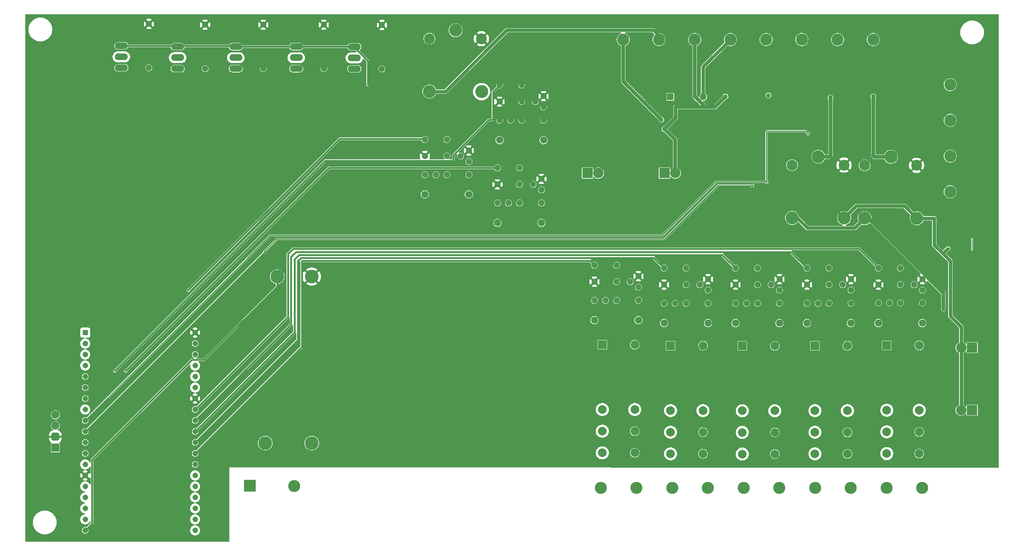
<source format=gbr>
%TF.GenerationSoftware,KiCad,Pcbnew,7.0.5*%
%TF.CreationDate,2023-10-10T15:43:30-03:00*%
%TF.ProjectId,intex_spa_V4,696e7465-785f-4737-9061-5f56342e6b69,Marcio Ant_o*%
%TF.SameCoordinates,Original*%
%TF.FileFunction,Copper,L2,Bot*%
%TF.FilePolarity,Positive*%
%FSLAX46Y46*%
G04 Gerber Fmt 4.6, Leading zero omitted, Abs format (unit mm)*
G04 Created by KiCad (PCBNEW 7.0.5) date 2023-10-10 15:43:30*
%MOMM*%
%LPD*%
G01*
G04 APERTURE LIST*
G04 Aperture macros list*
%AMRoundRect*
0 Rectangle with rounded corners*
0 $1 Rounding radius*
0 $2 $3 $4 $5 $6 $7 $8 $9 X,Y pos of 4 corners*
0 Add a 4 corners polygon primitive as box body*
4,1,4,$2,$3,$4,$5,$6,$7,$8,$9,$2,$3,0*
0 Add four circle primitives for the rounded corners*
1,1,$1+$1,$2,$3*
1,1,$1+$1,$4,$5*
1,1,$1+$1,$6,$7*
1,1,$1+$1,$8,$9*
0 Add four rect primitives between the rounded corners*
20,1,$1+$1,$2,$3,$4,$5,0*
20,1,$1+$1,$4,$5,$6,$7,0*
20,1,$1+$1,$6,$7,$8,$9,0*
20,1,$1+$1,$8,$9,$2,$3,0*%
%AMOutline5P*
0 Free polygon, 5 corners , with rotation*
0 The origin of the aperture is its center*
0 number of corners: always 5*
0 $1 to $10 corner X, Y*
0 $11 Rotation angle, in degrees counterclockwise*
0 create outline with 5 corners*
4,1,5,$1,$2,$3,$4,$5,$6,$7,$8,$9,$10,$1,$2,$11*%
%AMOutline6P*
0 Free polygon, 6 corners , with rotation*
0 The origin of the aperture is its center*
0 number of corners: always 6*
0 $1 to $12 corner X, Y*
0 $13 Rotation angle, in degrees counterclockwise*
0 create outline with 6 corners*
4,1,6,$1,$2,$3,$4,$5,$6,$7,$8,$9,$10,$11,$12,$1,$2,$13*%
%AMOutline7P*
0 Free polygon, 7 corners , with rotation*
0 The origin of the aperture is its center*
0 number of corners: always 7*
0 $1 to $14 corner X, Y*
0 $15 Rotation angle, in degrees counterclockwise*
0 create outline with 7 corners*
4,1,7,$1,$2,$3,$4,$5,$6,$7,$8,$9,$10,$11,$12,$13,$14,$1,$2,$15*%
%AMOutline8P*
0 Free polygon, 8 corners , with rotation*
0 The origin of the aperture is its center*
0 number of corners: always 8*
0 $1 to $16 corner X, Y*
0 $17 Rotation angle, in degrees counterclockwise*
0 create outline with 8 corners*
4,1,8,$1,$2,$3,$4,$5,$6,$7,$8,$9,$10,$11,$12,$13,$14,$15,$16,$1,$2,$17*%
G04 Aperture macros list end*
%TA.AperFunction,ComponentPad*%
%ADD10C,1.676400*%
%TD*%
%TA.AperFunction,ComponentPad*%
%ADD11O,3.048000X1.524000*%
%TD*%
%TA.AperFunction,ComponentPad*%
%ADD12R,2.400000X2.400000*%
%TD*%
%TA.AperFunction,ComponentPad*%
%ADD13C,2.400000*%
%TD*%
%TA.AperFunction,ComponentPad*%
%ADD14R,1.600000X1.600000*%
%TD*%
%TA.AperFunction,ComponentPad*%
%ADD15O,1.600000X1.600000*%
%TD*%
%TA.AperFunction,ComponentPad*%
%ADD16R,1.308000X1.308000*%
%TD*%
%TA.AperFunction,ComponentPad*%
%ADD17C,1.308000*%
%TD*%
%TA.AperFunction,ComponentPad*%
%ADD18Outline8P,-0.660400X0.273547X-0.273547X0.660400X0.273547X0.660400X0.660400X0.273547X0.660400X-0.273547X0.273547X-0.660400X-0.273547X-0.660400X-0.660400X-0.273547X180.000000*%
%TD*%
%TA.AperFunction,ComponentPad*%
%ADD19C,3.000000*%
%TD*%
%TA.AperFunction,ComponentPad*%
%ADD20C,2.500000*%
%TD*%
%TA.AperFunction,ComponentPad*%
%ADD21Outline8P,-0.660400X0.273547X-0.273547X0.660400X0.273547X0.660400X0.660400X0.273547X0.660400X-0.273547X0.273547X-0.660400X-0.273547X-0.660400X-0.660400X-0.273547X90.000000*%
%TD*%
%TA.AperFunction,ComponentPad*%
%ADD22Outline8P,-0.660400X0.273547X-0.273547X0.660400X0.273547X0.660400X0.660400X0.273547X0.660400X-0.273547X0.273547X-0.660400X-0.273547X-0.660400X-0.660400X-0.273547X0.000000*%
%TD*%
%TA.AperFunction,ComponentPad*%
%ADD23C,0.600000*%
%TD*%
%TA.AperFunction,ComponentPad*%
%ADD24R,2.781300X2.781300*%
%TD*%
%TA.AperFunction,ComponentPad*%
%ADD25R,1.879600X1.879600*%
%TD*%
%TA.AperFunction,ComponentPad*%
%ADD26RoundRect,0.469900X0.469900X0.469900X-0.469900X0.469900X-0.469900X-0.469900X0.469900X-0.469900X0*%
%TD*%
%TA.AperFunction,ComponentPad*%
%ADD27C,1.879600*%
%TD*%
%TA.AperFunction,ComponentPad*%
%ADD28C,2.000000*%
%TD*%
%TA.AperFunction,ComponentPad*%
%ADD29R,2.000000X2.000000*%
%TD*%
%TA.AperFunction,ComponentPad*%
%ADD30C,2.781300*%
%TD*%
%TA.AperFunction,ComponentPad*%
%ADD31C,3.170000*%
%TD*%
%TA.AperFunction,ViaPad*%
%ADD32C,1.008000*%
%TD*%
%TA.AperFunction,ViaPad*%
%ADD33C,0.600000*%
%TD*%
%TA.AperFunction,ViaPad*%
%ADD34C,1.108000*%
%TD*%
%TA.AperFunction,Conductor*%
%ADD35C,0.200000*%
%TD*%
%TA.AperFunction,Conductor*%
%ADD36C,0.254000*%
%TD*%
%TA.AperFunction,Conductor*%
%ADD37C,0.400000*%
%TD*%
%TA.AperFunction,Conductor*%
%ADD38C,0.406400*%
%TD*%
%TA.AperFunction,Conductor*%
%ADD39C,0.800000*%
%TD*%
%TA.AperFunction,Conductor*%
%ADD40C,0.812800*%
%TD*%
G04 APERTURE END LIST*
D10*
%TO.P,D8,A*%
%TO.N,A_ECO*%
X130046001Y-73517637D03*
%TO.P,D8,C*%
%TO.N,+5V*%
X119886001Y-73517637D03*
%TD*%
D11*
%TO.P,FLOW_PROBE_2,1*%
%TO.N,SENSOR_FPROBE02*%
X90170000Y-44450000D03*
%TO.P,FLOW_PROBE_2,2*%
%TO.N,N/C*%
X90170000Y-41910000D03*
%TO.P,FLOW_PROBE_2,3*%
%TO.N,+5V*%
X90170000Y-39370000D03*
%TD*%
D12*
%TO.P,C4,1*%
%TO.N,12VDC+*%
X246340000Y-123399725D03*
D13*
%TO.P,C4,2*%
%TO.N,12VDC-*%
X243840000Y-123399725D03*
%TD*%
D12*
%TO.P,C1,1*%
%TO.N,12VDC+*%
X157480000Y-68580000D03*
D13*
%TO.P,C1,2*%
%TO.N,12VDC-*%
X159980000Y-68580000D03*
%TD*%
D10*
%TO.P,D13,A*%
%TO.N,A_JET*%
X201839881Y-103260090D03*
%TO.P,D13,C*%
%TO.N,+5V*%
X191679881Y-103260090D03*
%TD*%
D14*
%TO.P,S1,1*%
%TO.N,12VDC+*%
X176585753Y-50963131D03*
D15*
%TO.P,S1,2*%
X184205753Y-50963131D03*
%TD*%
D16*
%TO.P,U$2,3V3*%
%TO.N,N/C*%
X41393703Y-105456535D03*
D17*
%TO.P,U$2,5V*%
%TO.N,+5V*%
X41393703Y-151176535D03*
%TO.P,U$2,CLK*%
%TO.N,N/C*%
X66793703Y-151176535D03*
%TO.P,U$2,CMD*%
X41393703Y-148636535D03*
%TO.P,U$2,EN*%
X41393703Y-107996535D03*
%TO.P,U$2,GND*%
%TO.N,GND*%
X41393703Y-138476535D03*
%TO.P,U$2,GND2*%
X66793703Y-105456535D03*
%TO.P,U$2,GND3*%
X66793703Y-120696535D03*
%TO.P,U$2,IO0*%
%TO.N,N/C*%
X66793703Y-138476535D03*
%TO.P,U$2,IO2*%
X66793703Y-141016535D03*
%TO.P,U$2,IO4*%
%TO.N,S_ECO*%
X66793703Y-135936535D03*
%TO.P,U$2,IO5*%
%TO.N,S_JET*%
X66793703Y-128316535D03*
%TO.P,U$2,IO12*%
%TO.N,N/C*%
X41393703Y-135936535D03*
%TO.P,U$2,IO13*%
X41393703Y-141016535D03*
%TO.P,U$2,IO14*%
%TO.N,S_CL_R02*%
X41393703Y-133396535D03*
%TO.P,U$2,IO15*%
%TO.N,N/C*%
X66793703Y-143556535D03*
%TO.P,U$2,IO16*%
%TO.N,S_PUMP*%
X66793703Y-133396535D03*
%TO.P,U$2,IO17*%
%TO.N,S_BUBBLES*%
X66793703Y-130856535D03*
%TO.P,U$2,IO18*%
%TO.N,S_HEATER_1*%
X66793703Y-125776535D03*
%TO.P,U$2,IO19*%
%TO.N,S_HEATER_2*%
X66793703Y-123236535D03*
%TO.P,U$2,IO21*%
%TO.N,N/C*%
X66793703Y-118156535D03*
%TO.P,U$2,IO22*%
%TO.N,SENSOR_FPROBE01*%
X66793703Y-110536535D03*
%TO.P,U$2,IO23*%
%TO.N,SENSOR_FPROBE02*%
X66793703Y-107996535D03*
%TO.P,U$2,IO25*%
%TO.N,SDA*%
X41393703Y-125776535D03*
%TO.P,U$2,IO26*%
%TO.N,SCL*%
X41393703Y-128316535D03*
%TO.P,U$2,IO27*%
%TO.N,S_CL_R01*%
X41393703Y-130856535D03*
%TO.P,U$2,IO32*%
%TO.N,SENSOR_TFUSE*%
X41393703Y-120696535D03*
%TO.P,U$2,IO33*%
%TO.N,N/C*%
X41393703Y-123236535D03*
%TO.P,U$2,IO34*%
%TO.N,SENSOR_TPROBE02*%
X41393703Y-115616535D03*
%TO.P,U$2,IO35*%
%TO.N,SENSOR_TPROBE01*%
X41393703Y-118156535D03*
%TO.P,U$2,RXD0*%
%TO.N,N/C*%
X66793703Y-115616535D03*
%TO.P,U$2,SD0*%
X66793703Y-148636535D03*
%TO.P,U$2,SD1*%
X66793703Y-146096535D03*
%TO.P,U$2,SD2*%
X41393703Y-143556535D03*
%TO.P,U$2,SD3*%
X41393703Y-146096535D03*
%TO.P,U$2,SVN*%
X41393703Y-113076535D03*
%TO.P,U$2,SVP*%
X41393703Y-110536535D03*
%TO.P,U$2,TXD0*%
X66793703Y-113076535D03*
%TD*%
D18*
%TO.P,R34,1*%
%TO.N,N$8*%
X213269881Y-94370090D03*
%TO.P,R34,2*%
%TO.N,GND*%
X208189881Y-94370090D03*
%TD*%
D19*
%TO.P,Rel\u00EA ECO,1*%
%TO.N,10.8VAC+*%
X127000000Y-35560000D03*
D20*
%TO.P,Rel\u00EA ECO,2*%
%TO.N,A_ECO*%
X120950000Y-37510000D03*
D19*
%TO.P,Rel\u00EA ECO,3*%
%TO.N,10.8VAC+*%
X120950000Y-49710000D03*
%TO.P,Rel\u00EA ECO,4*%
%TO.N,N/C*%
X133000000Y-49760000D03*
D20*
%TO.P,Rel\u00EA ECO,5*%
%TO.N,GND*%
X132950000Y-37510000D03*
%TD*%
D21*
%TO.P,T_HEATER2_RELAY,1*%
%TO.N,GND*%
X234859881Y-93100090D03*
%TO.P,T_HEATER2_RELAY,2*%
%TO.N,N$7*%
X232954881Y-94370090D03*
%TO.P,T_HEATER2_RELAY,3*%
%TO.N,A_HEATER_02*%
X234859881Y-95640090D03*
%TD*%
D22*
%TO.P,R9,1*%
%TO.N,N$15*%
X124966001Y-68945637D03*
%TO.P,R9,2*%
%TO.N,A_ECO*%
X130046001Y-68945637D03*
%TD*%
D19*
%TO.P,Rel\u00EA CL02,1*%
%TO.N,12VDC_CL*%
X227576577Y-64842656D03*
D20*
%TO.P,Rel\u00EA CL02,2*%
%TO.N,A_CL_R02*%
X221526577Y-66792656D03*
D19*
%TO.P,Rel\u00EA CL02,3*%
%TO.N,12VDC+*%
X221526577Y-78992656D03*
%TO.P,Rel\u00EA CL02,4*%
%TO.N,12VDC-*%
X233576577Y-79042656D03*
D20*
%TO.P,Rel\u00EA CL02,5*%
%TO.N,GND*%
X233526577Y-66792656D03*
%TD*%
D18*
%TO.P,R11,1*%
%TO.N,N$13*%
X141749911Y-71183462D03*
%TO.P,R11,2*%
%TO.N,GND*%
X136669911Y-71183462D03*
%TD*%
D23*
%TO.P,,2*%
%TO.N,12VDC+*%
X239674070Y-100013838D03*
%TD*%
%TO.P,,2*%
%TO.N,12VDC-*%
X240754486Y-86047546D03*
%TD*%
D22*
%TO.P,R12,1*%
%TO.N,N$14*%
X141749911Y-75501462D03*
%TO.P,R12,2*%
%TO.N,A_CL_R02*%
X146829911Y-75501462D03*
%TD*%
D12*
%TO.P,C3,1*%
%TO.N,12VDC+*%
X246340000Y-108928527D03*
D13*
%TO.P,C3,2*%
%TO.N,12VDC-*%
X243840000Y-108928527D03*
%TD*%
D11*
%TO.P,FLOW_PROBE_1,1*%
%TO.N,SENSOR_FPROBE01*%
X103597799Y-44498322D03*
%TO.P,FLOW_PROBE_1,2*%
%TO.N,N/C*%
X103597799Y-41958322D03*
%TO.P,FLOW_PROBE_1,3*%
%TO.N,+5V*%
X103597799Y-39418322D03*
%TD*%
D21*
%TO.P,R3,1*%
%TO.N,SENSOR_TPROBE01*%
X69101522Y-44428802D03*
%TO.P,R3,2*%
%TO.N,GND*%
X69101522Y-34268802D03*
%TD*%
%TO.P,R4,1*%
%TO.N,SENSOR_TPROBE02*%
X82550000Y-44450000D03*
%TO.P,R4,2*%
%TO.N,GND*%
X82550000Y-34290000D03*
%TD*%
D22*
%TO.P,LED_HEATER1_RELAY,A*%
%TO.N,+5V*%
X208189881Y-98688090D03*
%TO.P,LED_HEATER1_RELAY,K*%
%TO.N,N$5*%
X210729881Y-98688090D03*
%TD*%
D24*
%TO.P,,I1*%
%TO.N,NEUTRAL*%
X79473503Y-140842664D03*
%TD*%
D18*
%TO.P,R31,1*%
%TO.N,N$12*%
X196759881Y-94370090D03*
%TO.P,R31,2*%
%TO.N,GND*%
X191679881Y-94370090D03*
%TD*%
D25*
%TO.P,DISPLAY0,1*%
%TO.N,+5V*%
X34500178Y-132080000D03*
D26*
%TO.P,DISPLAY0,2*%
%TO.N,GND*%
X34500178Y-129540000D03*
D27*
%TO.P,DISPLAY0,3*%
%TO.N,SCL*%
X34500178Y-127000000D03*
%TO.P,DISPLAY0,4*%
%TO.N,SDA*%
X34500178Y-124460000D03*
%TD*%
D28*
%TO.P,BUBBLES_RELAY,11*%
%TO.N,N/C*%
X176668681Y-128469559D03*
%TO.N,LEAD*%
X184168681Y-128469559D03*
%TO.P,BUBBLES_RELAY,12*%
%TO.N,N/C*%
X176668681Y-123469559D03*
X184168681Y-123469559D03*
%TO.P,BUBBLES_RELAY,14*%
X176668681Y-133469559D03*
%TO.N,LEAD_BUBBLES*%
X184168681Y-133469559D03*
D29*
%TO.P,BUBBLES_RELAY,A1*%
%TO.N,+5V*%
X176668681Y-108469559D03*
D28*
%TO.P,BUBBLES_RELAY,A2*%
%TO.N,A_BUBBLES*%
X184168681Y-108469559D03*
%TD*%
D22*
%TO.P,LED_RELAY_CL2,A*%
%TO.N,+5V*%
X136669911Y-75501462D03*
%TO.P,LED_RELAY_CL2,K*%
%TO.N,N$14*%
X139209911Y-75501462D03*
%TD*%
%TO.P,LED_RELAY_CL1,A*%
%TO.N,+5V*%
X137160000Y-56388000D03*
%TO.P,LED_RELAY_CL1,K*%
%TO.N,N$17*%
X139700000Y-56388000D03*
%TD*%
D30*
%TO.P,TERMINAL_BARRIER_POWER 12V,I1*%
%TO.N,12VAC_N*%
X241300000Y-72910000D03*
%TO.P,TERMINAL_BARRIER_POWER 12V,I2*%
%TO.N,12VAC+*%
X241300000Y-64655000D03*
%TO.P,TERMINAL_BARRIER_POWER 12V,I3*%
%TO.N,12VAC_N*%
X241300000Y-56400000D03*
%TO.P,TERMINAL_BARRIER_POWER 12V,I4*%
%TO.N,12VAC+*%
X241300000Y-48145000D03*
%TD*%
D18*
%TO.P,R30,1*%
%TO.N,N$12*%
X196759881Y-90560090D03*
%TO.P,R30,2*%
%TO.N,S_JET*%
X191679881Y-90560090D03*
%TD*%
D11*
%TO.P,TEMP_FUSED,1*%
%TO.N,SENSOR_TFUSE*%
X49751126Y-44255464D03*
%TO.P,TEMP_FUSED,2*%
%TO.N,N/C*%
X49751126Y-41715464D03*
%TO.P,TEMP_FUSED,3*%
%TO.N,+5V*%
X49751126Y-39175464D03*
%TD*%
D18*
%TO.P,R10,1*%
%TO.N,N$13*%
X141749911Y-67373462D03*
%TO.P,R10,2*%
%TO.N,S_CL_R02*%
X136669911Y-67373462D03*
%TD*%
D21*
%TO.P,T_BUBBLES_RELAY,1*%
%TO.N,GND*%
X185329881Y-93100090D03*
%TO.P,T_BUBBLES_RELAY,2*%
%TO.N,N$11*%
X183424881Y-94370090D03*
%TO.P,T_BUBBLES_RELAY,3*%
%TO.N,A_BUBBLES*%
X185329881Y-95640090D03*
%TD*%
D22*
%TO.P,R38,1*%
%TO.N,N$6*%
X229779881Y-98561090D03*
%TO.P,R38,2*%
%TO.N,A_HEATER_02*%
X234859881Y-98561090D03*
%TD*%
%TO.P,LED_HEATER2_RELAY,A*%
%TO.N,+5V*%
X224699881Y-98561090D03*
%TO.P,LED_HEATER2_RELAY,K*%
%TO.N,N$6*%
X227239881Y-98561090D03*
%TD*%
D21*
%TO.P,T_RELAY_CL2,1*%
%TO.N,GND*%
X146829911Y-69913462D03*
%TO.P,T_RELAY_CL2,2*%
%TO.N,N$13*%
X144924911Y-71183462D03*
%TO.P,T_RELAY_CL2,3*%
%TO.N,A_CL_R02*%
X146829911Y-72453462D03*
%TD*%
D18*
%TO.P,R27,1*%
%TO.N,N$11*%
X180249881Y-90560090D03*
%TO.P,R27,2*%
%TO.N,S_BUBBLES*%
X175169881Y-90560090D03*
%TD*%
D22*
%TO.P,PUMP0,A*%
%TO.N,+5V*%
X159086329Y-98005653D03*
%TO.P,PUMP0,K*%
%TO.N,N$1*%
X161626329Y-98005653D03*
%TD*%
D18*
%TO.P,R36,1*%
%TO.N,N$7*%
X229779881Y-90560090D03*
%TO.P,R36,2*%
%TO.N,S_HEATER_2*%
X224699881Y-90560090D03*
%TD*%
D21*
%TO.P,T_PUMP_RELAY0,1*%
%TO.N,GND*%
X169246329Y-92417653D03*
%TO.P,T_PUMP_RELAY0,2*%
%TO.N,N$32*%
X167341329Y-93687653D03*
%TO.P,T_PUMP_RELAY0,3*%
%TO.N,A_PUMP*%
X169246329Y-94957653D03*
%TD*%
%TO.P,T__HEATER1_RELAY,1*%
%TO.N,GND*%
X218349881Y-93100090D03*
%TO.P,T__HEATER1_RELAY,2*%
%TO.N,N$8*%
X216444881Y-94370090D03*
%TO.P,T__HEATER1_RELAY,3*%
%TO.N,A_HEATER_01*%
X218349881Y-95640090D03*
%TD*%
D22*
%TO.P,LED_BUBBLES_RELAY,A*%
%TO.N,+5V*%
X175169881Y-98688090D03*
%TO.P,LED_BUBBLES_RELAY,K*%
%TO.N,N$24*%
X177709881Y-98688090D03*
%TD*%
D10*
%TO.P,D15,A*%
%TO.N,A_HEATER_02*%
X234859881Y-103260090D03*
%TO.P,D15,C*%
%TO.N,+5V*%
X224699881Y-103260090D03*
%TD*%
D21*
%TO.P,T_PUMP_RELAY1,1*%
%TO.N,GND*%
X201839881Y-93100090D03*
%TO.P,T_PUMP_RELAY1,2*%
%TO.N,N$12*%
X199934881Y-94370090D03*
%TO.P,T_PUMP_RELAY1,3*%
%TO.N,A_JET*%
X201839881Y-95640090D03*
%TD*%
D31*
%TO.P,POWER_SUPPLY_110VAC_5VDC0,AC/L*%
%TO.N,LEAD*%
X93762150Y-131009650D03*
%TO.P,POWER_SUPPLY_110VAC_5VDC0,AC/N*%
%TO.N,NEUTRAL*%
X83012150Y-131009650D03*
%TO.P,POWER_SUPPLY_110VAC_5VDC0,V+*%
%TO.N,+5V*%
X85762150Y-92509650D03*
%TO.P,POWER_SUPPLY_110VAC_5VDC0,V-*%
%TO.N,GND*%
X93762150Y-92509650D03*
%TD*%
D18*
%TO.P,R7,1*%
%TO.N,N$16*%
X124966001Y-60817637D03*
%TO.P,R7,2*%
%TO.N,S_ECO*%
X119886001Y-60817637D03*
%TD*%
D20*
%TO.P,Rel\u00EA CL01,5*%
%TO.N,GND*%
X216755392Y-66734656D03*
D19*
%TO.P,Rel\u00EA CL01,4*%
%TO.N,12VDC-*%
X216805392Y-78984656D03*
%TO.P,Rel\u00EA CL01,3*%
%TO.N,12VDC+*%
X204755392Y-78934656D03*
D20*
%TO.P,Rel\u00EA CL01,2*%
%TO.N,A_CL_R01*%
X204755392Y-66734656D03*
D19*
%TO.P,Rel\u00EA CL01,1*%
%TO.N,12VDC_CL*%
X210805392Y-64784656D03*
%TD*%
D28*
%TO.P,HEATER02_RELAY,11*%
%TO.N,N/C*%
X226640023Y-128416053D03*
%TO.N,LEAD*%
X234140023Y-128416053D03*
%TO.P,HEATER02_RELAY,12*%
%TO.N,N/C*%
X226640023Y-123416053D03*
X234140023Y-123416053D03*
%TO.P,HEATER02_RELAY,14*%
X226640023Y-133416053D03*
%TO.N,LEAD_HEATER_2*%
X234140023Y-133416053D03*
D29*
%TO.P,HEATER02_RELAY,A1*%
%TO.N,+5V*%
X226640023Y-108416053D03*
D28*
%TO.P,HEATER02_RELAY,A2*%
%TO.N,A_HEATER_02*%
X234140023Y-108416053D03*
%TD*%
D22*
%TO.P,LED1,A*%
%TO.N,+5V*%
X119886001Y-68945637D03*
%TO.P,LED1,K*%
%TO.N,N$15*%
X122426001Y-68945637D03*
%TD*%
D21*
%TO.P,T_RELAY_CL1,1*%
%TO.N,GND*%
X147320000Y-50800000D03*
%TO.P,T_RELAY_CL1,2*%
%TO.N,N$20*%
X145415000Y-52070000D03*
%TO.P,T_RELAY_CL1,3*%
%TO.N,A_CL_R01*%
X147320000Y-53340000D03*
%TD*%
D30*
%TO.P,TERMINAL_BARRIER_POWER110v,I1*%
%TO.N,NEUTRAL*%
X160539062Y-141336089D03*
%TO.P,TERMINAL_BARRIER_POWER110v,I2*%
%TO.N,LEAD_PUMP*%
X168794062Y-141336089D03*
%TO.P,TERMINAL_BARRIER_POWER110v,I3*%
%TO.N,NEUTRAL*%
X177049062Y-141336089D03*
%TO.P,TERMINAL_BARRIER_POWER110v,I4*%
%TO.N,LEAD_BUBBLES*%
X185304062Y-141336089D03*
%TO.P,TERMINAL_BARRIER_POWER110v,I5*%
%TO.N,NEUTRAL*%
X193559062Y-141336089D03*
%TO.P,TERMINAL_BARRIER_POWER110v,I6*%
%TO.N,LEAD_JET*%
X201814062Y-141336089D03*
%TO.P,TERMINAL_BARRIER_POWER110v,I7*%
%TO.N,NEUTRAL*%
X210069062Y-141336089D03*
%TO.P,TERMINAL_BARRIER_POWER110v,I8*%
%TO.N,LEAD_HEATER_1*%
X218324062Y-141336089D03*
%TO.P,TERMINAL_BARRIER_POWER110v,I9*%
%TO.N,NEUTRAL*%
X226579062Y-141336089D03*
%TO.P,TERMINAL_BARRIER_POWER110v,I10*%
%TO.N,LEAD_HEATER_2*%
X234834062Y-141336089D03*
%TD*%
D18*
%TO.P,R33,1*%
%TO.N,N$8*%
X213269881Y-90560090D03*
%TO.P,R33,2*%
%TO.N,S_HEATER_1*%
X208189881Y-90560090D03*
%TD*%
D28*
%TO.P,POWER12V_RELAY,11*%
%TO.N,N/C*%
X160901607Y-128243264D03*
%TO.N,LEAD*%
X168401607Y-128243264D03*
%TO.P,POWER12V_RELAY,12*%
%TO.N,N/C*%
X160901607Y-123243264D03*
X168401607Y-123243264D03*
%TO.P,POWER12V_RELAY,14*%
X160901607Y-133243264D03*
%TO.N,LEAD_PUMP*%
X168401607Y-133243264D03*
D29*
%TO.P,POWER12V_RELAY,A1*%
%TO.N,+5V*%
X160901607Y-108243264D03*
D28*
%TO.P,POWER12V_RELAY,A2*%
%TO.N,A_PUMP*%
X168401607Y-108243264D03*
%TD*%
D30*
%TO.P,,I2*%
%TO.N,LEAD*%
X89700481Y-140929333D03*
%TD*%
D11*
%TO.P,TEMP_PROBE_1,1*%
%TO.N,SENSOR_TPROBE01*%
X62751522Y-44428802D03*
%TO.P,TEMP_PROBE_1,2*%
%TO.N,N/C*%
X62751522Y-41888802D03*
%TO.P,TEMP_PROBE_1,3*%
%TO.N,+5V*%
X62751522Y-39348802D03*
%TD*%
D18*
%TO.P,R13,1*%
%TO.N,N$20*%
X142240000Y-48260000D03*
%TO.P,R13,2*%
%TO.N,S_CL_R01*%
X137160000Y-48260000D03*
%TD*%
D21*
%TO.P,R1,1*%
%TO.N,SENSOR_TFUSE*%
X56101126Y-44255464D03*
%TO.P,R1,2*%
%TO.N,GND*%
X56101126Y-34095464D03*
%TD*%
D22*
%TO.P,JET0,A*%
%TO.N,+5V*%
X191679881Y-98688090D03*
%TO.P,JET0,K*%
%TO.N,N$3*%
X194219881Y-98688090D03*
%TD*%
D10*
%TO.P,D14,A*%
%TO.N,A_HEATER_01*%
X218349881Y-103260090D03*
%TO.P,D14,C*%
%TO.N,+5V*%
X208189881Y-103260090D03*
%TD*%
%TO.P,D9,A*%
%TO.N,A_CL_R01*%
X147320000Y-60960000D03*
%TO.P,D9,C*%
%TO.N,+5V*%
X137160000Y-60960000D03*
%TD*%
D22*
%TO.P,R15,1*%
%TO.N,N$17*%
X142240000Y-56388000D03*
%TO.P,R15,2*%
%TO.N,A_CL_R01*%
X147320000Y-56388000D03*
%TD*%
D21*
%TO.P,R6,1*%
%TO.N,SENSOR_FPROBE01*%
X109947799Y-44498322D03*
%TO.P,R6,2*%
%TO.N,GND*%
X109947799Y-34338322D03*
%TD*%
D28*
%TO.P,HEATER01_RELAY,11*%
%TO.N,N/C*%
X210038036Y-128493093D03*
%TO.N,LEAD*%
X217538036Y-128493093D03*
%TO.P,HEATER01_RELAY,12*%
%TO.N,N/C*%
X210038036Y-123493093D03*
X217538036Y-123493093D03*
%TO.P,HEATER01_RELAY,14*%
X210038036Y-133493093D03*
%TO.N,LEAD_HEATER_1*%
X217538036Y-133493093D03*
D29*
%TO.P,HEATER01_RELAY,A1*%
%TO.N,+5V*%
X210038036Y-108493093D03*
D28*
%TO.P,HEATER01_RELAY,A2*%
%TO.N,A_HEATER_01*%
X217538036Y-108493093D03*
%TD*%
D18*
%TO.P,R24,1*%
%TO.N,N$32*%
X164166329Y-89877653D03*
%TO.P,R24,2*%
%TO.N,S_PUMP*%
X159086329Y-89877653D03*
%TD*%
D21*
%TO.P,T_RELAY_ECO,1*%
%TO.N,GND*%
X130046001Y-63357637D03*
%TO.P,T_RELAY_ECO,2*%
%TO.N,N$16*%
X128141001Y-64627637D03*
%TO.P,T_RELAY_ECO,3*%
%TO.N,A_ECO*%
X130046001Y-65897637D03*
%TD*%
D18*
%TO.P,R28,1*%
%TO.N,N$11*%
X180249881Y-94370090D03*
%TO.P,R28,2*%
%TO.N,GND*%
X175169881Y-94370090D03*
%TD*%
%TO.P,R25,1*%
%TO.N,N$32*%
X164166329Y-93687653D03*
%TO.P,R25,2*%
%TO.N,GND*%
X159086329Y-93687653D03*
%TD*%
D10*
%TO.P,D10,A*%
%TO.N,A_CL_R02*%
X146829911Y-80073462D03*
%TO.P,D10,C*%
%TO.N,+5V*%
X136669911Y-80073462D03*
%TD*%
D18*
%TO.P,R37,1*%
%TO.N,N$7*%
X229779881Y-94370090D03*
%TO.P,R37,2*%
%TO.N,GND*%
X224699881Y-94370090D03*
%TD*%
D28*
%TO.P,JET_RELAY,11*%
%TO.N,N/C*%
X193251408Y-128527339D03*
%TO.N,LEAD*%
X200751408Y-128527339D03*
%TO.P,JET_RELAY,12*%
%TO.N,N/C*%
X193251408Y-123527339D03*
X200751408Y-123527339D03*
%TO.P,JET_RELAY,14*%
X193251408Y-133527339D03*
%TO.N,LEAD_JET*%
X200751408Y-133527339D03*
D29*
%TO.P,JET_RELAY,A1*%
%TO.N,+5V*%
X193251408Y-108527339D03*
D28*
%TO.P,JET_RELAY,A2*%
%TO.N,A_JET*%
X200751408Y-108527339D03*
%TD*%
D18*
%TO.P,R14,1*%
%TO.N,N$20*%
X142240000Y-52070000D03*
%TO.P,R14,2*%
%TO.N,GND*%
X137160000Y-52070000D03*
%TD*%
%TO.P,R8,1*%
%TO.N,N$16*%
X124966001Y-64627637D03*
%TO.P,R8,2*%
%TO.N,GND*%
X119886001Y-64627637D03*
%TD*%
D22*
%TO.P,R32,1*%
%TO.N,N$3*%
X196759881Y-98688090D03*
%TO.P,R32,2*%
%TO.N,A_JET*%
X201839881Y-98688090D03*
%TD*%
%TO.P,R29,1*%
%TO.N,N$24*%
X180249881Y-98688090D03*
%TO.P,R29,2*%
%TO.N,A_BUBBLES*%
X185329881Y-98688090D03*
%TD*%
D12*
%TO.P,C2,1*%
%TO.N,12VDC+*%
X175260000Y-68580000D03*
D13*
%TO.P,C2,2*%
%TO.N,12VDC-*%
X177760000Y-68580000D03*
%TD*%
D10*
%TO.P,D11,A*%
%TO.N,A_PUMP*%
X169246329Y-102577653D03*
%TO.P,D11,C*%
%TO.N,+5V*%
X159086329Y-102577653D03*
%TD*%
D11*
%TO.P,TEMP_PROBE_2,1*%
%TO.N,SENSOR_TPROBE02*%
X76200000Y-44450000D03*
%TO.P,TEMP_PROBE_2,2*%
%TO.N,N/C*%
X76200000Y-41910000D03*
%TO.P,TEMP_PROBE_2,3*%
%TO.N,+5V*%
X76200000Y-39370000D03*
%TD*%
D22*
%TO.P,R35,1*%
%TO.N,N$5*%
X213269881Y-98688090D03*
%TO.P,R35,2*%
%TO.N,A_HEATER_01*%
X218349881Y-98688090D03*
%TD*%
D30*
%TO.P,TERMINAL_BARRIER_POWER 12V,I1*%
%TO.N,10.8VAC_N*%
X165735000Y-37712914D03*
%TO.P,TERMINAL_BARRIER_POWER 12V,I2*%
%TO.N,10.8VAC+*%
X173990000Y-37712914D03*
%TO.P,TERMINAL_BARRIER_POWER 12V,I3*%
%TO.N,12VDC-*%
X182245000Y-37712914D03*
%TO.P,TERMINAL_BARRIER_POWER 12V,I4*%
%TO.N,12VDC+*%
X190500000Y-37712914D03*
%TO.P,TERMINAL_BARRIER_POWER 12V,I5*%
%TO.N,12VDC-*%
X198755000Y-37712914D03*
%TO.P,TERMINAL_BARRIER_POWER 12V,I6*%
%TO.N,12VDC+*%
X207010000Y-37712914D03*
%TO.P,TERMINAL_BARRIER_POWER 12V,I7*%
%TO.N,12VDC_CL*%
X215265000Y-37712914D03*
%TO.P,TERMINAL_BARRIER_POWER 12V,I8*%
X223520000Y-37712914D03*
%TD*%
D21*
%TO.P,R5,1*%
%TO.N,SENSOR_FPROBE02*%
X96520000Y-44450000D03*
%TO.P,R5,2*%
%TO.N,GND*%
X96520000Y-34290000D03*
%TD*%
D10*
%TO.P,D12,A*%
%TO.N,A_BUBBLES*%
X185329881Y-103260090D03*
%TO.P,D12,C*%
%TO.N,+5V*%
X175169881Y-103260090D03*
%TD*%
D22*
%TO.P,R26,1*%
%TO.N,N$1*%
X164166329Y-98005653D03*
%TO.P,R26,2*%
%TO.N,A_PUMP*%
X169246329Y-98005653D03*
%TD*%
D32*
%TO.N,GND*%
X215911202Y-53693344D03*
X191400202Y-53185344D03*
X220803504Y-57639767D03*
X196861202Y-57503344D03*
D33*
%TO.N,SDA*%
X198824649Y-70606879D03*
X208466408Y-59399844D03*
%TO.N,SCL*%
X195591202Y-71473344D03*
D34*
%TO.N,12VDC-*%
X175260000Y-58420000D03*
X189368202Y-50899344D03*
%TO.N,12VDC+*%
X199274202Y-50645344D03*
D32*
%TO.N,10.8VAC_N*%
X174561836Y-56228091D03*
D34*
%TO.N,12VDC_CL*%
X223525202Y-50871844D03*
X213619202Y-51125844D03*
D33*
%TO.N,S_CL_R01*%
X48260000Y-114300000D03*
%TO.N,S_CL_R02*%
X50800000Y-114300000D03*
%TO.N,S_ECO*%
X65181294Y-95661294D03*
%TD*%
D35*
%TO.N,*%
X246380000Y-86361820D02*
X246380000Y-83821820D01*
D36*
%TO.N,GND*%
X191400202Y-53185344D02*
X191146202Y-53185344D01*
X196861202Y-57503344D02*
X196861202Y-57630344D01*
%TO.N,SDA*%
X207939228Y-58872664D02*
X199036036Y-58872664D01*
X199036036Y-58872664D02*
X198824649Y-59084051D01*
X208466408Y-59399844D02*
X207939228Y-58872664D01*
X198824649Y-70606879D02*
X187072043Y-70606879D01*
X198824649Y-59084051D02*
X198824649Y-70606879D01*
X41393703Y-125773440D02*
X41393703Y-125776535D01*
X187072043Y-70606879D02*
X174721679Y-82957243D01*
X174721679Y-82957243D02*
X84209900Y-82957243D01*
X84209900Y-82957243D02*
X41393703Y-125773440D01*
%TO.N,SCL*%
X85636172Y-83820000D02*
X82725565Y-86730607D01*
X82725565Y-86730607D02*
X82725565Y-86995494D01*
X82725565Y-86995494D02*
X41404524Y-128316535D01*
X41404524Y-128316535D02*
X41393703Y-128316535D01*
X187606656Y-71473344D02*
X175260000Y-83820000D01*
X195591202Y-71473344D02*
X187606656Y-71473344D01*
X175260000Y-83820000D02*
X85636172Y-83820000D01*
D37*
%TO.N,S_PUMP*%
X66793703Y-133396535D02*
X91440000Y-108750238D01*
X158108676Y-88900000D02*
X159086329Y-89877653D01*
X91440000Y-88900000D02*
X158108676Y-88900000D01*
X91440000Y-108750238D02*
X91440000Y-88900000D01*
D38*
%TO.N,S_HEATER_2*%
X220236054Y-86096263D02*
X224699881Y-90560090D01*
X88240037Y-87258963D02*
X89402737Y-86096263D01*
X89402737Y-86096263D02*
X220236054Y-86096263D01*
X88240037Y-101790201D02*
X88240037Y-87258963D01*
X66793703Y-123236535D02*
X88240037Y-101790201D01*
%TO.N,S_HEATER_1*%
X88968748Y-87935550D02*
X89271261Y-87633037D01*
X204424047Y-86794256D02*
X208189881Y-90560090D01*
X66793703Y-125776535D02*
X88968748Y-103601490D01*
X89271261Y-87619892D02*
X90096897Y-86794256D01*
X88968748Y-103601490D02*
X88968748Y-87935550D01*
X90096897Y-86794256D02*
X204424047Y-86794256D01*
X89271261Y-87633037D02*
X89271261Y-87619892D01*
%TO.N,S_JET*%
X188598842Y-87479051D02*
X191679881Y-90560090D01*
X90786258Y-87479051D02*
X188598842Y-87479051D01*
X89777661Y-105332577D02*
X89777661Y-88487648D01*
X89777661Y-88487648D02*
X90786258Y-87479051D01*
X66793703Y-128316535D02*
X89777661Y-105332577D01*
D37*
%TO.N,+5V*%
X42962150Y-149608088D02*
X41393703Y-151176535D01*
D38*
X49751126Y-39175464D02*
X62578184Y-39175464D01*
D37*
X68753328Y-111760000D02*
X66040000Y-111760000D01*
X66040000Y-111760000D02*
X42962150Y-134837850D01*
D38*
X90170000Y-39370000D02*
X103549477Y-39370000D01*
X103597799Y-39511060D02*
X106680000Y-42593261D01*
X76200000Y-39370000D02*
X90170000Y-39370000D01*
X60840944Y-39187204D02*
X76017204Y-39187204D01*
X62578184Y-39175464D02*
X62751522Y-39348802D01*
X106680000Y-42593261D02*
X106680000Y-48260000D01*
X76017204Y-39187204D02*
X76200000Y-39370000D01*
D37*
X42962150Y-134837850D02*
X42962150Y-149608088D01*
D38*
X103549477Y-39370000D02*
X103597799Y-39418322D01*
X103597799Y-39418322D02*
X103597799Y-39511060D01*
D37*
X85762150Y-92509650D02*
X85762150Y-94751178D01*
X85762150Y-94751178D02*
X68753328Y-111760000D01*
%TO.N,S_BUBBLES*%
X91285367Y-88146726D02*
X172756517Y-88146726D01*
X66793703Y-130856535D02*
X90532093Y-107118145D01*
X172756517Y-88146726D02*
X175169881Y-90560090D01*
X90532093Y-107118145D02*
X90532093Y-88900000D01*
X90532093Y-88900000D02*
X91285367Y-88146726D01*
D39*
%TO.N,12VDC-*%
X243840000Y-104141820D02*
X243840000Y-123399725D01*
D40*
X175260000Y-58420000D02*
X177811202Y-55868798D01*
D39*
X239596572Y-87198392D02*
X237590488Y-85192308D01*
X219590048Y-76200000D02*
X216805392Y-78984656D01*
X236220000Y-79042656D02*
X233576577Y-79042656D01*
X230733921Y-76200000D02*
X219590048Y-76200000D01*
D40*
X186927546Y-53340000D02*
X189368202Y-50899344D01*
D39*
X240845078Y-86040584D02*
X240754380Y-86040584D01*
D40*
X185420000Y-53340000D02*
X186927546Y-53340000D01*
D39*
X241300000Y-88901820D02*
X241300000Y-101601820D01*
X233576577Y-79042656D02*
X230733921Y-76200000D01*
D40*
X177811202Y-55868798D02*
X177811202Y-53351202D01*
D39*
X239596572Y-87198392D02*
X241300000Y-88901820D01*
D40*
X177800000Y-53340000D02*
X185420000Y-53340000D01*
X177811202Y-53351202D02*
X177800000Y-53340000D01*
X182245000Y-50849907D02*
X182245000Y-37712914D01*
X185420000Y-53340000D02*
X184735093Y-53340000D01*
D39*
X241300000Y-101601820D02*
X243840000Y-104141820D01*
D40*
X184735093Y-53340000D02*
X182245000Y-50849907D01*
D39*
X240754380Y-86040584D02*
X239596572Y-87198392D01*
D40*
X175260000Y-58420000D02*
X177760000Y-60920000D01*
D39*
X237590488Y-79042656D02*
X236220000Y-79042656D01*
X237590488Y-85192308D02*
X237590488Y-79042656D01*
D40*
X177760000Y-60920000D02*
X177760000Y-68580000D01*
%TO.N,12VDC+*%
X239707344Y-99999695D02*
X239707344Y-96297449D01*
D39*
X208280000Y-81280000D02*
X205934656Y-78934656D01*
X184205753Y-44007161D02*
X184205753Y-50963131D01*
X190500000Y-37712914D02*
X184205753Y-44007161D01*
D40*
X222402551Y-78992656D02*
X221526577Y-78992656D01*
X239707344Y-96297449D02*
X222402551Y-78992656D01*
D39*
X219239233Y-81280000D02*
X208280000Y-81280000D01*
X205934656Y-78934656D02*
X204755392Y-78934656D01*
X221526577Y-78992656D02*
X219239233Y-81280000D01*
D38*
X246733830Y-109066784D02*
X246595573Y-108928527D01*
D39*
%TO.N,10.8VAC+*%
X124676800Y-49710000D02*
X120950000Y-49710000D01*
X173990000Y-37712914D02*
X173990000Y-36830000D01*
X172720000Y-35560000D02*
X138826800Y-35560000D01*
X173990000Y-36830000D02*
X172720000Y-35560000D01*
X138826800Y-35560000D02*
X124676800Y-49710000D01*
D40*
%TO.N,10.8VAC_N*%
X174561836Y-56228091D02*
X165735000Y-47401255D01*
X165735000Y-47401255D02*
X165735000Y-37712914D01*
%TO.N,12VDC_CL*%
X227576577Y-64842656D02*
X223749368Y-64842656D01*
X213619202Y-51125844D02*
X213619202Y-64518321D01*
X213352867Y-64784656D02*
X210805392Y-64784656D01*
X223520000Y-64419672D02*
X223520000Y-50866642D01*
X223749368Y-64842656D02*
X223423192Y-64516480D01*
X213619202Y-64518321D02*
X213352867Y-64784656D01*
X223423192Y-64516480D02*
X223520000Y-64419672D01*
D37*
%TO.N,S_CL_R01*%
X135643022Y-49776978D02*
X135643022Y-56295083D01*
X96824333Y-65735667D02*
X48260000Y-114300000D01*
X134656767Y-56295083D02*
X126464993Y-64486857D01*
X126421234Y-65735667D02*
X96824333Y-65735667D01*
X126464993Y-64486857D02*
X126464993Y-65691908D01*
X126464993Y-65691908D02*
X126421234Y-65735667D01*
X137160000Y-48260000D02*
X135643022Y-49776978D01*
X135643022Y-56295083D02*
X134656767Y-56295083D01*
%TO.N,S_CL_R02*%
X97726538Y-67373462D02*
X136669911Y-67373462D01*
X50800000Y-114300000D02*
X97726538Y-67373462D01*
%TO.N,S_ECO*%
X65181294Y-95661294D02*
X100180982Y-60661606D01*
X100180982Y-60661606D02*
X120037309Y-60661606D01*
%TD*%
%TA.AperFunction,Conductor*%
%TO.N,GND*%
G36*
X42369721Y-139099000D02*
G01*
X42379058Y-139086636D01*
X42379062Y-139086630D01*
X42426650Y-138991062D01*
X42474153Y-138939824D01*
X42541815Y-138922403D01*
X42608156Y-138944328D01*
X42652111Y-138998640D01*
X42661650Y-139046333D01*
X42661650Y-140445615D01*
X42641965Y-140512654D01*
X42589161Y-140558409D01*
X42520003Y-140568353D01*
X42456447Y-140539328D01*
X42426650Y-140500887D01*
X42407308Y-140462044D01*
X42379484Y-140406165D01*
X42250544Y-140235421D01*
X42092425Y-140091277D01*
X42092419Y-140091273D01*
X42092416Y-140091271D01*
X41910516Y-139978643D01*
X41910510Y-139978641D01*
X41877503Y-139965854D01*
X41711000Y-139901350D01*
X41576098Y-139876132D01*
X41533498Y-139868169D01*
X41471217Y-139836500D01*
X41435944Y-139776188D01*
X41438878Y-139706380D01*
X41479087Y-139649240D01*
X41533498Y-139624391D01*
X41710866Y-139591235D01*
X41910288Y-139513979D01*
X41910289Y-139513978D01*
X42013616Y-139450000D01*
X41438104Y-138874488D01*
X41518851Y-138861700D01*
X41631748Y-138804176D01*
X41721344Y-138714580D01*
X41778868Y-138601683D01*
X41791656Y-138520935D01*
X42369721Y-139099000D01*
G37*
%TD.AperFunction*%
%TA.AperFunction,Conductor*%
G36*
X42608156Y-136405449D02*
G01*
X42652111Y-136459760D01*
X42661650Y-136507454D01*
X42661650Y-137906736D01*
X42641965Y-137973775D01*
X42589161Y-138019530D01*
X42520003Y-138029474D01*
X42456447Y-138000449D01*
X42426650Y-137962008D01*
X42379056Y-137866429D01*
X42369722Y-137854068D01*
X41791656Y-138432133D01*
X41778868Y-138351387D01*
X41721344Y-138238490D01*
X41631748Y-138148894D01*
X41518851Y-138091370D01*
X41438102Y-138078581D01*
X42013616Y-137503068D01*
X42013615Y-137503067D01*
X41910292Y-137439092D01*
X41910286Y-137439089D01*
X41710865Y-137361834D01*
X41533498Y-137328678D01*
X41471217Y-137297010D01*
X41435944Y-137236697D01*
X41438878Y-137166889D01*
X41479087Y-137109749D01*
X41533494Y-137084901D01*
X41711000Y-137051720D01*
X41910513Y-136974428D01*
X42092425Y-136861793D01*
X42250544Y-136717649D01*
X42379484Y-136546905D01*
X42426649Y-136452183D01*
X42474152Y-136400946D01*
X42541815Y-136383524D01*
X42608156Y-136405449D01*
G37*
%TD.AperFunction*%
%TA.AperFunction,Conductor*%
G36*
X252471662Y-31860185D02*
G01*
X252517417Y-31912989D01*
X252528623Y-31964500D01*
X252528623Y-33617983D01*
X252500065Y-136575536D01*
X252480362Y-136642570D01*
X252427545Y-136688311D01*
X252375984Y-136699502D01*
X74683512Y-136584023D01*
X74699911Y-153662255D01*
X74680291Y-153729313D01*
X74627531Y-153775119D01*
X74576057Y-153786374D01*
X29513262Y-153839319D01*
X27664500Y-153839319D01*
X27597461Y-153819634D01*
X27551706Y-153766830D01*
X27540500Y-153715319D01*
X27540500Y-149340000D01*
X29284473Y-149340000D01*
X29304563Y-149672136D01*
X29304563Y-149672141D01*
X29304564Y-149672142D01*
X29364544Y-149999441D01*
X29364545Y-149999445D01*
X29364546Y-149999449D01*
X29463530Y-150317104D01*
X29463534Y-150317116D01*
X29463537Y-150317123D01*
X29600102Y-150620557D01*
X29731021Y-150837123D01*
X29772251Y-150905326D01*
X29977460Y-151167255D01*
X30212744Y-151402539D01*
X30474673Y-151607748D01*
X30474678Y-151607751D01*
X30474682Y-151607754D01*
X30759443Y-151779898D01*
X31062877Y-151916463D01*
X31062890Y-151916467D01*
X31062895Y-151916469D01*
X31195042Y-151957647D01*
X31380559Y-152015456D01*
X31707858Y-152075436D01*
X31956894Y-152090500D01*
X31956907Y-152090500D01*
X32123093Y-152090500D01*
X32123106Y-152090500D01*
X32372142Y-152075436D01*
X32699441Y-152015456D01*
X33016128Y-151916773D01*
X33017104Y-151916469D01*
X33017104Y-151916468D01*
X33017123Y-151916463D01*
X33320557Y-151779898D01*
X33605318Y-151607754D01*
X33621118Y-151595376D01*
X33681740Y-151547881D01*
X33867252Y-151402542D01*
X34102542Y-151167252D01*
X34307754Y-150905318D01*
X34479898Y-150620557D01*
X34616463Y-150317123D01*
X34715456Y-149999441D01*
X34775436Y-149672142D01*
X34795527Y-149340000D01*
X34775436Y-149007858D01*
X34715456Y-148680559D01*
X34701738Y-148636535D01*
X40234257Y-148636535D01*
X40253998Y-148849582D01*
X40253999Y-148849585D01*
X40312549Y-149055370D01*
X40312552Y-149055376D01*
X40388278Y-149207454D01*
X40407922Y-149246905D01*
X40536862Y-149417649D01*
X40694981Y-149561793D01*
X40694986Y-149561796D01*
X40694989Y-149561798D01*
X40876889Y-149674426D01*
X40876890Y-149674426D01*
X40876893Y-149674428D01*
X41076406Y-149751720D01*
X41286723Y-149791035D01*
X41286725Y-149791035D01*
X41500681Y-149791035D01*
X41500683Y-149791035D01*
X41711000Y-149751720D01*
X41910513Y-149674428D01*
X42092425Y-149561793D01*
X42250544Y-149417649D01*
X42379484Y-149246905D01*
X42426649Y-149152183D01*
X42474152Y-149100946D01*
X42541815Y-149083524D01*
X42608156Y-149105449D01*
X42652111Y-149159760D01*
X42661650Y-149207454D01*
X42661650Y-149432254D01*
X42641965Y-149499293D01*
X42625331Y-149519935D01*
X41726136Y-150419129D01*
X41664813Y-150452614D01*
X41597501Y-150448490D01*
X41562656Y-150436297D01*
X41562652Y-150436296D01*
X41393706Y-150417261D01*
X41393700Y-150417261D01*
X41224751Y-150436296D01*
X41064263Y-150492454D01*
X40920302Y-150582911D01*
X40800079Y-150703134D01*
X40709622Y-150847095D01*
X40653464Y-151007583D01*
X40634429Y-151176532D01*
X40634429Y-151176537D01*
X40653464Y-151345486D01*
X40709622Y-151505974D01*
X40765797Y-151595375D01*
X40800079Y-151649935D01*
X40920303Y-151770159D01*
X41064266Y-151860617D01*
X41186224Y-151903291D01*
X41224751Y-151916773D01*
X41393700Y-151935809D01*
X41393703Y-151935809D01*
X41393706Y-151935809D01*
X41562654Y-151916773D01*
X41563540Y-151916463D01*
X41723140Y-151860617D01*
X41867103Y-151770159D01*
X41987327Y-151649935D01*
X42077785Y-151505972D01*
X42133940Y-151345489D01*
X42133940Y-151345488D01*
X42133941Y-151345486D01*
X42152977Y-151176537D01*
X42152977Y-151176535D01*
X65634257Y-151176535D01*
X65653998Y-151389582D01*
X65653999Y-151389585D01*
X65712549Y-151595370D01*
X65712552Y-151595376D01*
X65804433Y-151779898D01*
X65807922Y-151786905D01*
X65936862Y-151957649D01*
X66094981Y-152101793D01*
X66094986Y-152101796D01*
X66094989Y-152101798D01*
X66276889Y-152214426D01*
X66276890Y-152214426D01*
X66276893Y-152214428D01*
X66476406Y-152291720D01*
X66686723Y-152331035D01*
X66686725Y-152331035D01*
X66900681Y-152331035D01*
X66900683Y-152331035D01*
X67111000Y-152291720D01*
X67310513Y-152214428D01*
X67492425Y-152101793D01*
X67650544Y-151957649D01*
X67779484Y-151786905D01*
X67874854Y-151595375D01*
X67874854Y-151595372D01*
X67874856Y-151595370D01*
X67923239Y-151425318D01*
X67933407Y-151389583D01*
X67953149Y-151176535D01*
X67933407Y-150963487D01*
X67916859Y-150905326D01*
X67874856Y-150757699D01*
X67874853Y-150757693D01*
X67779484Y-150566165D01*
X67650544Y-150395421D01*
X67492425Y-150251277D01*
X67492419Y-150251273D01*
X67492416Y-150251271D01*
X67310516Y-150138643D01*
X67310510Y-150138641D01*
X67111000Y-150061350D01*
X66934856Y-150028423D01*
X66872577Y-149996756D01*
X66837304Y-149936443D01*
X66840238Y-149866635D01*
X66880447Y-149809495D01*
X66934855Y-149784647D01*
X67111000Y-149751720D01*
X67310513Y-149674428D01*
X67492425Y-149561793D01*
X67650544Y-149417649D01*
X67779484Y-149246905D01*
X67874854Y-149055375D01*
X67874854Y-149055372D01*
X67874856Y-149055370D01*
X67933406Y-148849585D01*
X67933407Y-148849582D01*
X67953149Y-148636535D01*
X67953149Y-148636534D01*
X67933407Y-148423487D01*
X67933406Y-148423484D01*
X67874856Y-148217699D01*
X67874853Y-148217693D01*
X67779484Y-148026165D01*
X67650544Y-147855421D01*
X67492425Y-147711277D01*
X67492419Y-147711273D01*
X67492416Y-147711271D01*
X67310516Y-147598643D01*
X67310510Y-147598641D01*
X67294003Y-147592246D01*
X67111000Y-147521350D01*
X66934856Y-147488423D01*
X66872577Y-147456756D01*
X66837304Y-147396443D01*
X66840238Y-147326635D01*
X66880447Y-147269495D01*
X66934855Y-147244647D01*
X67111000Y-147211720D01*
X67310513Y-147134428D01*
X67492425Y-147021793D01*
X67650544Y-146877649D01*
X67779484Y-146706905D01*
X67874854Y-146515375D01*
X67874854Y-146515372D01*
X67874856Y-146515370D01*
X67933406Y-146309585D01*
X67933407Y-146309582D01*
X67953149Y-146096535D01*
X67953149Y-146096534D01*
X67933407Y-145883487D01*
X67933406Y-145883484D01*
X67874856Y-145677699D01*
X67874853Y-145677693D01*
X67779484Y-145486165D01*
X67650544Y-145315421D01*
X67492425Y-145171277D01*
X67492419Y-145171273D01*
X67492416Y-145171271D01*
X67310516Y-145058643D01*
X67310510Y-145058641D01*
X67111000Y-144981350D01*
X66934856Y-144948423D01*
X66872577Y-144916756D01*
X66837304Y-144856443D01*
X66840238Y-144786635D01*
X66880447Y-144729495D01*
X66934855Y-144704647D01*
X67111000Y-144671720D01*
X67310513Y-144594428D01*
X67492425Y-144481793D01*
X67650544Y-144337649D01*
X67779484Y-144166905D01*
X67874854Y-143975375D01*
X67874854Y-143975372D01*
X67874856Y-143975370D01*
X67933406Y-143769585D01*
X67933407Y-143769582D01*
X67953149Y-143556535D01*
X67953149Y-143556534D01*
X67933407Y-143343487D01*
X67933406Y-143343484D01*
X67874856Y-143137699D01*
X67874853Y-143137693D01*
X67779484Y-142946165D01*
X67650544Y-142775421D01*
X67492425Y-142631277D01*
X67492419Y-142631273D01*
X67492416Y-142631271D01*
X67310516Y-142518643D01*
X67310510Y-142518641D01*
X67111000Y-142441350D01*
X66934856Y-142408423D01*
X66872577Y-142376756D01*
X66837304Y-142316443D01*
X66840238Y-142246635D01*
X66880447Y-142189495D01*
X66934855Y-142164647D01*
X67111000Y-142131720D01*
X67310513Y-142054428D01*
X67492425Y-141941793D01*
X67650544Y-141797649D01*
X67779484Y-141626905D01*
X67874854Y-141435375D01*
X67874854Y-141435372D01*
X67874856Y-141435370D01*
X67933406Y-141229585D01*
X67933407Y-141229582D01*
X67953149Y-141016535D01*
X67953149Y-141016534D01*
X67933407Y-140803487D01*
X67933406Y-140803484D01*
X67874856Y-140597699D01*
X67874853Y-140597693D01*
X67779484Y-140406165D01*
X67650544Y-140235421D01*
X67492425Y-140091277D01*
X67492419Y-140091273D01*
X67492416Y-140091271D01*
X67310516Y-139978643D01*
X67310510Y-139978641D01*
X67277503Y-139965854D01*
X67111000Y-139901350D01*
X66934856Y-139868423D01*
X66872577Y-139836756D01*
X66837304Y-139776443D01*
X66840238Y-139706635D01*
X66880447Y-139649495D01*
X66934855Y-139624647D01*
X67111000Y-139591720D01*
X67310513Y-139514428D01*
X67492425Y-139401793D01*
X67650544Y-139257649D01*
X67779484Y-139086905D01*
X67874854Y-138895375D01*
X67874854Y-138895372D01*
X67874856Y-138895370D01*
X67908382Y-138777535D01*
X67933407Y-138689583D01*
X67953149Y-138476535D01*
X67933407Y-138263487D01*
X67924903Y-138233600D01*
X67874856Y-138057699D01*
X67874853Y-138057693D01*
X67827208Y-137962008D01*
X67779484Y-137866165D01*
X67650544Y-137695421D01*
X67492425Y-137551277D01*
X67492419Y-137551273D01*
X67492416Y-137551271D01*
X67310516Y-137438643D01*
X67310510Y-137438641D01*
X67111000Y-137361350D01*
X66900683Y-137322035D01*
X66686723Y-137322035D01*
X66476406Y-137361350D01*
X66350236Y-137410228D01*
X66276895Y-137438641D01*
X66276889Y-137438643D01*
X66094989Y-137551271D01*
X66094986Y-137551273D01*
X66094982Y-137551275D01*
X66094981Y-137551277D01*
X65936862Y-137695421D01*
X65936861Y-137695422D01*
X65807922Y-137866164D01*
X65712552Y-138057693D01*
X65712549Y-138057699D01*
X65653999Y-138263484D01*
X65653998Y-138263487D01*
X65634257Y-138476534D01*
X65634257Y-138476535D01*
X65653998Y-138689582D01*
X65653999Y-138689585D01*
X65712549Y-138895370D01*
X65712552Y-138895376D01*
X65787720Y-139046333D01*
X65807922Y-139086905D01*
X65936862Y-139257649D01*
X66094981Y-139401793D01*
X66094986Y-139401796D01*
X66094989Y-139401798D01*
X66276889Y-139514426D01*
X66276890Y-139514426D01*
X66276893Y-139514428D01*
X66476406Y-139591720D01*
X66652548Y-139624646D01*
X66714828Y-139656314D01*
X66750101Y-139716627D01*
X66747167Y-139786435D01*
X66706958Y-139843575D01*
X66652548Y-139868423D01*
X66476406Y-139901350D01*
X66350236Y-139950228D01*
X66276895Y-139978641D01*
X66276889Y-139978643D01*
X66094989Y-140091271D01*
X66094986Y-140091273D01*
X66094982Y-140091275D01*
X66094981Y-140091277D01*
X65956858Y-140217192D01*
X65936861Y-140235422D01*
X65807922Y-140406164D01*
X65712552Y-140597693D01*
X65712549Y-140597699D01*
X65653999Y-140803484D01*
X65653998Y-140803487D01*
X65634257Y-141016534D01*
X65634257Y-141016535D01*
X65653998Y-141229582D01*
X65653999Y-141229585D01*
X65712549Y-141435370D01*
X65712552Y-141435376D01*
X65760756Y-141532183D01*
X65807922Y-141626905D01*
X65936862Y-141797649D01*
X66094981Y-141941793D01*
X66094986Y-141941796D01*
X66094989Y-141941798D01*
X66276889Y-142054426D01*
X66276890Y-142054426D01*
X66276893Y-142054428D01*
X66476406Y-142131720D01*
X66652548Y-142164646D01*
X66714828Y-142196314D01*
X66750101Y-142256627D01*
X66747167Y-142326435D01*
X66706958Y-142383575D01*
X66652548Y-142408423D01*
X66476406Y-142441350D01*
X66350236Y-142490228D01*
X66276895Y-142518641D01*
X66276889Y-142518643D01*
X66094989Y-142631271D01*
X66094986Y-142631273D01*
X66094982Y-142631275D01*
X66094981Y-142631277D01*
X66012658Y-142706324D01*
X65936861Y-142775422D01*
X65807922Y-142946164D01*
X65712552Y-143137693D01*
X65712549Y-143137699D01*
X65653999Y-143343484D01*
X65653998Y-143343487D01*
X65634257Y-143556534D01*
X65634257Y-143556535D01*
X65653998Y-143769582D01*
X65653999Y-143769585D01*
X65712549Y-143975370D01*
X65712552Y-143975376D01*
X65760756Y-144072183D01*
X65807922Y-144166905D01*
X65936862Y-144337649D01*
X66094981Y-144481793D01*
X66094986Y-144481796D01*
X66094989Y-144481798D01*
X66276889Y-144594426D01*
X66276890Y-144594426D01*
X66276893Y-144594428D01*
X66476406Y-144671720D01*
X66652548Y-144704646D01*
X66714828Y-144736314D01*
X66750101Y-144796627D01*
X66747167Y-144866435D01*
X66706958Y-144923575D01*
X66652548Y-144948423D01*
X66476406Y-144981350D01*
X66350236Y-145030228D01*
X66276895Y-145058641D01*
X66276889Y-145058643D01*
X66094989Y-145171271D01*
X66094986Y-145171273D01*
X66094982Y-145171275D01*
X66094981Y-145171277D01*
X65936862Y-145315421D01*
X65936861Y-145315422D01*
X65807922Y-145486164D01*
X65712552Y-145677693D01*
X65712549Y-145677699D01*
X65653999Y-145883484D01*
X65653998Y-145883487D01*
X65634257Y-146096534D01*
X65634257Y-146096535D01*
X65653998Y-146309582D01*
X65653999Y-146309585D01*
X65712549Y-146515370D01*
X65712552Y-146515376D01*
X65760756Y-146612183D01*
X65807922Y-146706905D01*
X65936862Y-146877649D01*
X66094981Y-147021793D01*
X66094986Y-147021796D01*
X66094989Y-147021798D01*
X66276889Y-147134426D01*
X66276890Y-147134426D01*
X66276893Y-147134428D01*
X66476406Y-147211720D01*
X66652548Y-147244646D01*
X66714828Y-147276314D01*
X66750101Y-147336627D01*
X66747167Y-147406435D01*
X66706958Y-147463575D01*
X66652548Y-147488423D01*
X66476406Y-147521350D01*
X66350236Y-147570228D01*
X66276895Y-147598641D01*
X66276889Y-147598643D01*
X66094989Y-147711271D01*
X66094986Y-147711273D01*
X66094982Y-147711275D01*
X66094981Y-147711277D01*
X66025439Y-147774673D01*
X65936861Y-147855422D01*
X65807922Y-148026164D01*
X65712552Y-148217693D01*
X65712549Y-148217699D01*
X65653999Y-148423484D01*
X65653998Y-148423487D01*
X65634257Y-148636534D01*
X65634257Y-148636535D01*
X65653998Y-148849582D01*
X65653999Y-148849585D01*
X65712549Y-149055370D01*
X65712552Y-149055376D01*
X65788278Y-149207454D01*
X65807922Y-149246905D01*
X65936862Y-149417649D01*
X66094981Y-149561793D01*
X66094986Y-149561796D01*
X66094989Y-149561798D01*
X66276889Y-149674426D01*
X66276890Y-149674426D01*
X66276893Y-149674428D01*
X66476406Y-149751720D01*
X66652549Y-149784646D01*
X66714828Y-149816313D01*
X66750101Y-149876625D01*
X66747168Y-149946433D01*
X66706959Y-150003573D01*
X66652548Y-150028423D01*
X66532054Y-150050947D01*
X66476406Y-150061350D01*
X66350236Y-150110228D01*
X66276895Y-150138641D01*
X66276889Y-150138643D01*
X66094989Y-150251271D01*
X66094986Y-150251273D01*
X66094982Y-150251275D01*
X66094981Y-150251277D01*
X66022772Y-150317104D01*
X65936861Y-150395422D01*
X65807922Y-150566164D01*
X65712552Y-150757693D01*
X65712549Y-150757699D01*
X65653999Y-150963484D01*
X65653998Y-150963487D01*
X65634257Y-151176534D01*
X65634257Y-151176535D01*
X42152977Y-151176535D01*
X42152977Y-151176532D01*
X42133940Y-151007582D01*
X42121747Y-150972734D01*
X42118186Y-150902955D01*
X42151106Y-150844101D01*
X43130209Y-149864998D01*
X43136682Y-149859367D01*
X43146374Y-149852047D01*
X43146378Y-149852046D01*
X43178609Y-149816688D01*
X43180517Y-149814690D01*
X43194324Y-149800885D01*
X43195834Y-149798680D01*
X43201173Y-149791939D01*
X43203913Y-149788932D01*
X43222066Y-149769021D01*
X43224566Y-149762566D01*
X43237899Y-149737270D01*
X43241806Y-149731569D01*
X43248907Y-149701373D01*
X43251442Y-149693189D01*
X43262650Y-149664261D01*
X43262650Y-149657336D01*
X43265945Y-149628943D01*
X43267528Y-149622211D01*
X43267529Y-149622207D01*
X43263245Y-149591496D01*
X43262650Y-149582921D01*
X43262650Y-135936537D01*
X66034429Y-135936537D01*
X66053464Y-136105486D01*
X66109622Y-136265974D01*
X66165797Y-136355375D01*
X66200079Y-136409935D01*
X66320303Y-136530159D01*
X66464266Y-136620617D01*
X66586224Y-136663291D01*
X66624751Y-136676773D01*
X66793700Y-136695809D01*
X66793703Y-136695809D01*
X66793706Y-136695809D01*
X66962654Y-136676773D01*
X66962657Y-136676772D01*
X67123140Y-136620617D01*
X67267103Y-136530159D01*
X67387327Y-136409935D01*
X67477785Y-136265972D01*
X67533940Y-136105489D01*
X67533940Y-136105488D01*
X67533941Y-136105486D01*
X67552977Y-135936537D01*
X67552977Y-135936532D01*
X67533941Y-135767583D01*
X67518510Y-135723484D01*
X67477785Y-135607098D01*
X67387327Y-135463135D01*
X67267103Y-135342911D01*
X67123140Y-135252453D01*
X67084615Y-135238972D01*
X66962654Y-135196296D01*
X66793706Y-135177261D01*
X66793700Y-135177261D01*
X66624751Y-135196296D01*
X66464263Y-135252454D01*
X66320302Y-135342911D01*
X66200079Y-135463134D01*
X66109622Y-135607095D01*
X66053464Y-135767583D01*
X66034429Y-135936532D01*
X66034429Y-135936537D01*
X43262650Y-135936537D01*
X43262650Y-135013683D01*
X43282335Y-134946644D01*
X43298969Y-134926002D01*
X44828434Y-133396537D01*
X66034429Y-133396537D01*
X66053464Y-133565486D01*
X66087889Y-133663865D01*
X66106611Y-133717371D01*
X66109622Y-133725974D01*
X66165751Y-133815303D01*
X66200079Y-133869935D01*
X66320303Y-133990159D01*
X66464266Y-134080617D01*
X66586224Y-134123291D01*
X66624751Y-134136773D01*
X66793700Y-134155809D01*
X66793703Y-134155809D01*
X66793706Y-134155809D01*
X66962654Y-134136773D01*
X66962657Y-134136772D01*
X67123140Y-134080617D01*
X67267103Y-133990159D01*
X67387327Y-133869935D01*
X67477785Y-133725972D01*
X67533940Y-133565489D01*
X67533940Y-133565488D01*
X67533941Y-133565486D01*
X67552977Y-133396537D01*
X67552977Y-133396532D01*
X67535708Y-133243269D01*
X159395964Y-133243269D01*
X159416497Y-133491076D01*
X159416499Y-133491088D01*
X159477543Y-133732145D01*
X159577433Y-133959870D01*
X159713440Y-134168046D01*
X159713443Y-134168049D01*
X159881863Y-134351002D01*
X160078098Y-134503738D01*
X160296797Y-134622092D01*
X160531993Y-134702835D01*
X160777272Y-134743764D01*
X161025942Y-134743764D01*
X161271221Y-134702835D01*
X161506417Y-134622092D01*
X161725116Y-134503738D01*
X161921351Y-134351002D01*
X162089771Y-134168049D01*
X162225780Y-133959871D01*
X162325670Y-133732145D01*
X162386715Y-133491085D01*
X162386716Y-133491076D01*
X162407250Y-133243269D01*
X162407250Y-133243264D01*
X167296392Y-133243264D01*
X167315209Y-133446346D01*
X167371024Y-133642511D01*
X167371029Y-133642524D01*
X167461934Y-133825085D01*
X167584844Y-133987845D01*
X167735565Y-134125244D01*
X167735567Y-134125246D01*
X167792718Y-134160632D01*
X167908970Y-134232612D01*
X168099151Y-134306288D01*
X168299631Y-134343764D01*
X168299633Y-134343764D01*
X168503581Y-134343764D01*
X168503583Y-134343764D01*
X168704063Y-134306288D01*
X168894244Y-134232612D01*
X169067648Y-134125245D01*
X169207368Y-133997874D01*
X169218369Y-133987845D01*
X169264620Y-133926599D01*
X169341280Y-133825085D01*
X169432189Y-133642514D01*
X169481398Y-133469564D01*
X175163038Y-133469564D01*
X175183571Y-133717371D01*
X175183573Y-133717383D01*
X175244617Y-133958440D01*
X175344507Y-134186165D01*
X175480514Y-134394341D01*
X175512926Y-134429550D01*
X175648937Y-134577297D01*
X175845172Y-134730033D01*
X176063871Y-134848387D01*
X176299067Y-134929130D01*
X176544346Y-134970059D01*
X176793016Y-134970059D01*
X177038295Y-134929130D01*
X177273491Y-134848387D01*
X177492190Y-134730033D01*
X177688425Y-134577297D01*
X177856845Y-134394344D01*
X177992854Y-134186166D01*
X178092744Y-133958440D01*
X178153789Y-133717380D01*
X178157496Y-133672641D01*
X178174324Y-133469564D01*
X178174324Y-133469559D01*
X183063466Y-133469559D01*
X183082283Y-133672641D01*
X183138098Y-133868806D01*
X183138103Y-133868819D01*
X183229008Y-134051380D01*
X183351918Y-134214140D01*
X183502639Y-134351539D01*
X183502641Y-134351541D01*
X183540650Y-134375075D01*
X183676044Y-134458907D01*
X183866225Y-134532583D01*
X184066705Y-134570059D01*
X184066707Y-134570059D01*
X184270655Y-134570059D01*
X184270657Y-134570059D01*
X184471137Y-134532583D01*
X184661318Y-134458907D01*
X184834722Y-134351540D01*
X184985445Y-134214138D01*
X185108354Y-134051380D01*
X185199263Y-133868809D01*
X185255078Y-133672642D01*
X185268542Y-133527344D01*
X191745765Y-133527344D01*
X191766298Y-133775151D01*
X191766300Y-133775163D01*
X191827344Y-134016220D01*
X191927234Y-134243945D01*
X192063241Y-134452121D01*
X192069488Y-134458907D01*
X192231664Y-134635077D01*
X192427899Y-134787813D01*
X192646598Y-134906167D01*
X192881794Y-134986910D01*
X193127073Y-135027839D01*
X193375743Y-135027839D01*
X193621022Y-134986910D01*
X193856218Y-134906167D01*
X194074917Y-134787813D01*
X194271152Y-134635077D01*
X194439572Y-134452124D01*
X194575581Y-134243946D01*
X194675471Y-134016220D01*
X194736516Y-133775160D01*
X194739354Y-133740917D01*
X194745738Y-133663865D01*
X194757051Y-133527339D01*
X199646193Y-133527339D01*
X199665010Y-133730421D01*
X199720825Y-133926586D01*
X199720830Y-133926599D01*
X199811735Y-134109160D01*
X199934645Y-134271920D01*
X200085366Y-134409319D01*
X200085368Y-134409321D01*
X200154493Y-134452121D01*
X200258771Y-134516687D01*
X200448952Y-134590363D01*
X200649432Y-134627839D01*
X200649434Y-134627839D01*
X200853382Y-134627839D01*
X200853384Y-134627839D01*
X201053864Y-134590363D01*
X201244045Y-134516687D01*
X201417449Y-134409320D01*
X201568172Y-134271918D01*
X201691081Y-134109160D01*
X201781990Y-133926589D01*
X201837805Y-133730422D01*
X201856623Y-133527339D01*
X201856622Y-133527333D01*
X201853450Y-133493098D01*
X208532393Y-133493098D01*
X208552926Y-133740905D01*
X208552928Y-133740917D01*
X208613972Y-133981974D01*
X208713862Y-134209699D01*
X208849869Y-134417875D01*
X208849872Y-134417878D01*
X209018292Y-134600831D01*
X209214527Y-134753567D01*
X209433226Y-134871921D01*
X209668422Y-134952664D01*
X209913701Y-134993593D01*
X210162371Y-134993593D01*
X210407650Y-134952664D01*
X210642846Y-134871921D01*
X210861545Y-134753567D01*
X211057780Y-134600831D01*
X211226200Y-134417878D01*
X211362209Y-134209700D01*
X211462099Y-133981974D01*
X211523144Y-133740914D01*
X211524014Y-133730422D01*
X211537680Y-133565486D01*
X211543679Y-133493093D01*
X216432821Y-133493093D01*
X216451638Y-133696175D01*
X216507453Y-133892340D01*
X216507458Y-133892353D01*
X216598363Y-134074914D01*
X216721273Y-134237674D01*
X216871994Y-134375073D01*
X216871996Y-134375075D01*
X216927304Y-134409320D01*
X217045399Y-134482441D01*
X217235580Y-134556117D01*
X217436060Y-134593593D01*
X217436062Y-134593593D01*
X217640010Y-134593593D01*
X217640012Y-134593593D01*
X217840492Y-134556117D01*
X218030673Y-134482441D01*
X218204077Y-134375074D01*
X218354800Y-134237672D01*
X218477709Y-134074914D01*
X218568618Y-133892343D01*
X218624433Y-133696176D01*
X218643251Y-133493093D01*
X218643250Y-133493087D01*
X218636113Y-133416058D01*
X225134380Y-133416058D01*
X225154913Y-133663865D01*
X225154915Y-133663877D01*
X225215959Y-133904934D01*
X225315849Y-134132659D01*
X225451856Y-134340835D01*
X225461710Y-134351539D01*
X225620279Y-134523791D01*
X225816514Y-134676527D01*
X225886440Y-134714369D01*
X226023608Y-134788601D01*
X226035213Y-134794881D01*
X226270409Y-134875624D01*
X226515688Y-134916553D01*
X226764358Y-134916553D01*
X227009637Y-134875624D01*
X227244833Y-134794881D01*
X227463532Y-134676527D01*
X227659767Y-134523791D01*
X227828187Y-134340838D01*
X227964196Y-134132660D01*
X228064086Y-133904934D01*
X228125131Y-133663874D01*
X228128838Y-133619135D01*
X228145666Y-133416058D01*
X228145666Y-133416053D01*
X233034808Y-133416053D01*
X233053625Y-133619135D01*
X233109440Y-133815300D01*
X233109445Y-133815313D01*
X233200350Y-133997874D01*
X233323260Y-134160634D01*
X233473981Y-134298033D01*
X233473983Y-134298035D01*
X233559528Y-134351002D01*
X233647386Y-134405401D01*
X233837567Y-134479077D01*
X234038047Y-134516553D01*
X234038049Y-134516553D01*
X234241997Y-134516553D01*
X234241999Y-134516553D01*
X234442479Y-134479077D01*
X234632660Y-134405401D01*
X234806064Y-134298034D01*
X234956787Y-134160632D01*
X235079696Y-133997874D01*
X235170605Y-133815303D01*
X235226420Y-133619136D01*
X235245238Y-133416053D01*
X235245237Y-133416047D01*
X235226420Y-133212970D01*
X235213690Y-133168228D01*
X235170605Y-133016803D01*
X235164335Y-133004212D01*
X235118057Y-132911271D01*
X235079696Y-132834232D01*
X234987733Y-132712453D01*
X234956785Y-132671471D01*
X234806064Y-132534072D01*
X234806062Y-132534070D01*
X234632665Y-132426708D01*
X234632658Y-132426704D01*
X234483857Y-132369059D01*
X234442479Y-132353029D01*
X234241999Y-132315553D01*
X234038047Y-132315553D01*
X233837567Y-132353029D01*
X233837564Y-132353029D01*
X233837564Y-132353030D01*
X233647387Y-132426704D01*
X233647380Y-132426708D01*
X233473983Y-132534070D01*
X233473981Y-132534072D01*
X233323260Y-132671471D01*
X233200350Y-132834231D01*
X233109445Y-133016792D01*
X233109440Y-133016805D01*
X233053625Y-133212970D01*
X233034808Y-133416052D01*
X233034808Y-133416053D01*
X228145666Y-133416053D01*
X228145666Y-133416047D01*
X228125132Y-133168240D01*
X228125130Y-133168228D01*
X228064086Y-132927171D01*
X227964196Y-132699446D01*
X227828189Y-132491270D01*
X227768755Y-132426708D01*
X227659767Y-132308315D01*
X227463532Y-132155579D01*
X227463530Y-132155578D01*
X227463529Y-132155577D01*
X227244834Y-132037225D01*
X227244825Y-132037222D01*
X227009639Y-131956482D01*
X226764358Y-131915553D01*
X226515688Y-131915553D01*
X226270406Y-131956482D01*
X226035220Y-132037222D01*
X226035211Y-132037225D01*
X225816516Y-132155577D01*
X225620280Y-132308314D01*
X225451856Y-132491270D01*
X225315849Y-132699446D01*
X225215959Y-132927171D01*
X225154915Y-133168228D01*
X225154913Y-133168240D01*
X225134380Y-133416047D01*
X225134380Y-133416058D01*
X218636113Y-133416058D01*
X218624433Y-133290010D01*
X218605008Y-133221738D01*
X218568618Y-133093843D01*
X218567828Y-133092257D01*
X218485626Y-132927172D01*
X218477709Y-132911272D01*
X218395879Y-132802911D01*
X218354798Y-132748511D01*
X218204077Y-132611112D01*
X218204075Y-132611110D01*
X218030678Y-132503748D01*
X218030671Y-132503744D01*
X217928892Y-132464315D01*
X217840492Y-132430069D01*
X217640012Y-132392593D01*
X217436060Y-132392593D01*
X217235580Y-132430069D01*
X217235577Y-132430069D01*
X217235577Y-132430070D01*
X217045400Y-132503744D01*
X217045393Y-132503748D01*
X216871996Y-132611110D01*
X216871994Y-132611112D01*
X216721273Y-132748511D01*
X216598363Y-132911271D01*
X216507458Y-133093832D01*
X216507453Y-133093845D01*
X216451638Y-133290010D01*
X216432821Y-133493092D01*
X216432821Y-133493093D01*
X211543679Y-133493093D01*
X211526851Y-133290010D01*
X211523145Y-133245280D01*
X211523143Y-133245268D01*
X211462099Y-133004211D01*
X211362209Y-132776486D01*
X211226202Y-132568310D01*
X211198290Y-132537990D01*
X211057780Y-132385355D01*
X210861545Y-132232619D01*
X210861543Y-132232618D01*
X210861542Y-132232617D01*
X210642847Y-132114265D01*
X210642838Y-132114262D01*
X210407652Y-132033522D01*
X210162371Y-131992593D01*
X209913701Y-131992593D01*
X209668419Y-132033522D01*
X209433233Y-132114262D01*
X209433224Y-132114265D01*
X209214529Y-132232617D01*
X209018293Y-132385354D01*
X208849869Y-132568310D01*
X208713862Y-132776486D01*
X208613972Y-133004211D01*
X208552928Y-133245268D01*
X208552926Y-133245280D01*
X208532393Y-133493087D01*
X208532393Y-133493098D01*
X201853450Y-133493098D01*
X201837805Y-133324256D01*
X201815332Y-133245272D01*
X201781990Y-133128089D01*
X201778111Y-133120299D01*
X201720306Y-133004211D01*
X201691081Y-132945518D01*
X201607041Y-132834231D01*
X201568170Y-132782757D01*
X201417449Y-132645358D01*
X201417447Y-132645356D01*
X201244050Y-132537994D01*
X201244043Y-132537990D01*
X201094904Y-132480214D01*
X201053864Y-132464315D01*
X200853384Y-132426839D01*
X200649432Y-132426839D01*
X200448952Y-132464315D01*
X200448949Y-132464315D01*
X200448949Y-132464316D01*
X200258772Y-132537990D01*
X200258765Y-132537994D01*
X200085368Y-132645356D01*
X200085366Y-132645358D01*
X199934645Y-132782757D01*
X199811735Y-132945517D01*
X199720830Y-133128078D01*
X199720825Y-133128091D01*
X199665010Y-133324256D01*
X199646193Y-133527338D01*
X199646193Y-133527339D01*
X194757051Y-133527339D01*
X194740223Y-133324256D01*
X194736517Y-133279526D01*
X194736515Y-133279514D01*
X194675471Y-133038457D01*
X194575581Y-132810732D01*
X194439574Y-132602556D01*
X194408046Y-132568308D01*
X194271152Y-132419601D01*
X194074917Y-132266865D01*
X194074915Y-132266864D01*
X194074914Y-132266863D01*
X193856219Y-132148511D01*
X193856210Y-132148508D01*
X193621024Y-132067768D01*
X193375743Y-132026839D01*
X193127073Y-132026839D01*
X192881791Y-132067768D01*
X192646605Y-132148508D01*
X192646596Y-132148511D01*
X192427901Y-132266863D01*
X192231665Y-132419600D01*
X192063241Y-132602556D01*
X191927234Y-132810732D01*
X191827344Y-133038457D01*
X191766300Y-133279514D01*
X191766298Y-133279526D01*
X191745765Y-133527333D01*
X191745765Y-133527344D01*
X185268542Y-133527344D01*
X185273896Y-133469559D01*
X185273895Y-133469553D01*
X185255078Y-133266476D01*
X185248475Y-133243269D01*
X185199263Y-133070309D01*
X185199259Y-133070301D01*
X185199256Y-133070293D01*
X185137124Y-132945517D01*
X185108354Y-132887738D01*
X185029076Y-132782757D01*
X184985443Y-132724977D01*
X184834722Y-132587578D01*
X184834720Y-132587576D01*
X184661323Y-132480214D01*
X184661316Y-132480210D01*
X184531888Y-132430070D01*
X184471137Y-132406535D01*
X184270657Y-132369059D01*
X184066705Y-132369059D01*
X183866225Y-132406535D01*
X183866222Y-132406535D01*
X183866222Y-132406536D01*
X183676045Y-132480210D01*
X183676038Y-132480214D01*
X183502641Y-132587576D01*
X183502639Y-132587578D01*
X183351918Y-132724977D01*
X183229008Y-132887737D01*
X183138106Y-133070293D01*
X183138098Y-133070311D01*
X183082283Y-133266476D01*
X183063466Y-133469558D01*
X183063466Y-133469559D01*
X178174324Y-133469559D01*
X178174324Y-133469553D01*
X178153790Y-133221746D01*
X178153788Y-133221734D01*
X178092744Y-132980677D01*
X177992854Y-132752952D01*
X177856847Y-132544776D01*
X177797413Y-132480214D01*
X177688425Y-132361821D01*
X177492190Y-132209085D01*
X177492188Y-132209084D01*
X177492187Y-132209083D01*
X177273492Y-132090731D01*
X177273483Y-132090728D01*
X177038297Y-132009988D01*
X176793016Y-131969059D01*
X176544346Y-131969059D01*
X176299064Y-132009988D01*
X176063878Y-132090728D01*
X176063869Y-132090731D01*
X175845174Y-132209083D01*
X175648938Y-132361820D01*
X175480514Y-132544776D01*
X175344507Y-132752952D01*
X175244617Y-132980677D01*
X175183573Y-133221734D01*
X175183571Y-133221746D01*
X175163038Y-133469553D01*
X175163038Y-133469564D01*
X169481398Y-133469564D01*
X169488004Y-133446347D01*
X169506822Y-133243264D01*
X169506821Y-133243258D01*
X169488004Y-133040181D01*
X169477770Y-133004212D01*
X169432189Y-132844014D01*
X169427318Y-132834232D01*
X169346842Y-132672614D01*
X169341280Y-132661443D01*
X169248056Y-132537994D01*
X169218369Y-132498682D01*
X169067648Y-132361283D01*
X169067646Y-132361281D01*
X168894249Y-132253919D01*
X168894242Y-132253915D01*
X168778516Y-132209083D01*
X168704063Y-132180240D01*
X168503583Y-132142764D01*
X168299631Y-132142764D01*
X168099151Y-132180240D01*
X168099148Y-132180240D01*
X168099148Y-132180241D01*
X167908971Y-132253915D01*
X167908964Y-132253919D01*
X167735567Y-132361281D01*
X167735565Y-132361283D01*
X167584844Y-132498682D01*
X167461934Y-132661442D01*
X167371029Y-132844003D01*
X167371024Y-132844016D01*
X167315209Y-133040181D01*
X167296392Y-133243263D01*
X167296392Y-133243264D01*
X162407250Y-133243264D01*
X162407250Y-133243258D01*
X162386716Y-132995451D01*
X162386714Y-132995439D01*
X162325670Y-132754382D01*
X162225780Y-132526657D01*
X162089773Y-132318481D01*
X162030339Y-132253919D01*
X161921351Y-132135526D01*
X161725116Y-131982790D01*
X161725114Y-131982789D01*
X161725113Y-131982788D01*
X161506418Y-131864436D01*
X161506409Y-131864433D01*
X161271223Y-131783693D01*
X161025942Y-131742764D01*
X160777272Y-131742764D01*
X160531990Y-131783693D01*
X160296804Y-131864433D01*
X160296795Y-131864436D01*
X160078100Y-131982788D01*
X159881864Y-132135525D01*
X159713440Y-132318481D01*
X159577433Y-132526657D01*
X159477543Y-132754382D01*
X159416499Y-132995439D01*
X159416497Y-132995451D01*
X159395964Y-133243258D01*
X159395964Y-133243269D01*
X67535708Y-133243269D01*
X67533940Y-133227582D01*
X67521747Y-133192734D01*
X67518186Y-133122955D01*
X67551106Y-133064101D01*
X69605553Y-131009654D01*
X81321924Y-131009654D01*
X81340800Y-131261555D01*
X81340801Y-131261560D01*
X81397012Y-131507839D01*
X81397014Y-131507848D01*
X81397016Y-131507853D01*
X81489309Y-131743012D01*
X81615620Y-131961788D01*
X81737214Y-132114262D01*
X81773130Y-132159300D01*
X81933730Y-132308314D01*
X81958311Y-132331122D01*
X82167037Y-132473429D01*
X82167042Y-132473431D01*
X82167043Y-132473432D01*
X82167044Y-132473433D01*
X82229995Y-132503748D01*
X82394637Y-132583035D01*
X82394638Y-132583035D01*
X82394641Y-132583037D01*
X82636039Y-132657499D01*
X82636040Y-132657499D01*
X82636043Y-132657500D01*
X82885831Y-132695149D01*
X82885836Y-132695149D01*
X82885839Y-132695150D01*
X82885840Y-132695150D01*
X83138460Y-132695150D01*
X83138461Y-132695150D01*
X83138468Y-132695149D01*
X83388256Y-132657500D01*
X83388257Y-132657499D01*
X83388261Y-132657499D01*
X83629659Y-132583037D01*
X83857263Y-132473429D01*
X84065989Y-132331122D01*
X84251173Y-132159296D01*
X84408680Y-131961788D01*
X84534991Y-131743012D01*
X84627284Y-131507853D01*
X84683498Y-131261565D01*
X84689163Y-131185972D01*
X84702376Y-131009654D01*
X92071924Y-131009654D01*
X92090800Y-131261555D01*
X92090801Y-131261560D01*
X92147012Y-131507839D01*
X92147014Y-131507848D01*
X92147016Y-131507853D01*
X92239309Y-131743012D01*
X92365620Y-131961788D01*
X92487214Y-132114262D01*
X92523130Y-132159300D01*
X92683730Y-132308314D01*
X92708311Y-132331122D01*
X92917037Y-132473429D01*
X92917042Y-132473431D01*
X92917043Y-132473432D01*
X92917044Y-132473433D01*
X92979995Y-132503748D01*
X93144637Y-132583035D01*
X93144638Y-132583035D01*
X93144641Y-132583037D01*
X93386039Y-132657499D01*
X93386040Y-132657499D01*
X93386043Y-132657500D01*
X93635831Y-132695149D01*
X93635836Y-132695149D01*
X93635839Y-132695150D01*
X93635840Y-132695150D01*
X93888460Y-132695150D01*
X93888461Y-132695150D01*
X93888468Y-132695149D01*
X94138256Y-132657500D01*
X94138257Y-132657499D01*
X94138261Y-132657499D01*
X94379659Y-132583037D01*
X94607263Y-132473429D01*
X94815989Y-132331122D01*
X95001173Y-132159296D01*
X95158680Y-131961788D01*
X95284991Y-131743012D01*
X95377284Y-131507853D01*
X95433498Y-131261565D01*
X95439163Y-131185972D01*
X95452376Y-131009654D01*
X95452376Y-131009645D01*
X95433499Y-130757744D01*
X95433498Y-130757739D01*
X95433498Y-130757735D01*
X95377284Y-130511447D01*
X95284991Y-130276288D01*
X95158680Y-130057512D01*
X95001173Y-129860004D01*
X95001172Y-129860003D01*
X95001169Y-129859999D01*
X94815989Y-129688178D01*
X94815988Y-129688177D01*
X94607263Y-129545871D01*
X94607259Y-129545869D01*
X94607256Y-129545867D01*
X94607255Y-129545866D01*
X94379661Y-129436264D01*
X94379663Y-129436264D01*
X94138262Y-129361801D01*
X94138256Y-129361799D01*
X93888468Y-129324150D01*
X93888461Y-129324150D01*
X93635839Y-129324150D01*
X93635831Y-129324150D01*
X93386043Y-129361799D01*
X93386037Y-129361801D01*
X93144637Y-129436264D01*
X92917044Y-129545866D01*
X92917043Y-129545867D01*
X92708310Y-129688178D01*
X92523130Y-129859999D01*
X92365620Y-130057512D01*
X92239309Y-130276287D01*
X92147018Y-130511441D01*
X92147012Y-130511460D01*
X92090801Y-130757739D01*
X92090800Y-130757744D01*
X92071924Y-131009645D01*
X92071924Y-131009654D01*
X84702376Y-131009654D01*
X84702376Y-131009645D01*
X84683499Y-130757744D01*
X84683498Y-130757739D01*
X84683498Y-130757735D01*
X84627284Y-130511447D01*
X84534991Y-130276288D01*
X84408680Y-130057512D01*
X84251173Y-129860004D01*
X84251172Y-129860003D01*
X84251169Y-129859999D01*
X84065989Y-129688178D01*
X84065989Y-129688177D01*
X83857263Y-129545871D01*
X83857259Y-129545869D01*
X83857256Y-129545867D01*
X83857255Y-129545866D01*
X83629661Y-129436264D01*
X83629663Y-129436264D01*
X83388262Y-129361801D01*
X83388256Y-129361799D01*
X83138468Y-129324150D01*
X83138461Y-129324150D01*
X82885839Y-129324150D01*
X82885831Y-129324150D01*
X82636043Y-129361799D01*
X82636037Y-129361801D01*
X82394637Y-129436264D01*
X82167044Y-129545866D01*
X82167043Y-129545867D01*
X81958310Y-129688178D01*
X81773130Y-129859999D01*
X81615620Y-130057512D01*
X81489309Y-130276287D01*
X81397018Y-130511441D01*
X81397012Y-130511460D01*
X81340801Y-130757739D01*
X81340800Y-130757744D01*
X81321924Y-131009645D01*
X81321924Y-131009654D01*
X69605553Y-131009654D01*
X72371938Y-128243269D01*
X159395964Y-128243269D01*
X159416497Y-128491076D01*
X159416499Y-128491088D01*
X159477543Y-128732145D01*
X159577433Y-128959870D01*
X159713440Y-129168046D01*
X159713443Y-129168049D01*
X159881863Y-129351002D01*
X160078098Y-129503738D01*
X160078100Y-129503739D01*
X160280068Y-129613039D01*
X160296797Y-129622092D01*
X160531993Y-129702835D01*
X160777272Y-129743764D01*
X161025942Y-129743764D01*
X161271221Y-129702835D01*
X161506417Y-129622092D01*
X161725116Y-129503738D01*
X161921351Y-129351002D01*
X162089771Y-129168049D01*
X162225780Y-128959871D01*
X162325670Y-128732145D01*
X162386715Y-128491085D01*
X162387179Y-128485486D01*
X162407250Y-128243269D01*
X162407250Y-128243264D01*
X167296392Y-128243264D01*
X167315209Y-128446346D01*
X167371024Y-128642511D01*
X167371029Y-128642524D01*
X167461934Y-128825085D01*
X167584844Y-128987845D01*
X167735565Y-129125244D01*
X167735567Y-129125246D01*
X167792718Y-129160632D01*
X167908970Y-129232612D01*
X168099151Y-129306288D01*
X168299631Y-129343764D01*
X168299633Y-129343764D01*
X168503581Y-129343764D01*
X168503583Y-129343764D01*
X168704063Y-129306288D01*
X168894244Y-129232612D01*
X169067648Y-129125245D01*
X169218371Y-128987843D01*
X169341280Y-128825085D01*
X169432189Y-128642514D01*
X169481398Y-128469564D01*
X175163038Y-128469564D01*
X175183571Y-128717371D01*
X175183573Y-128717383D01*
X175244617Y-128958440D01*
X175344507Y-129186165D01*
X175480514Y-129394341D01*
X175512926Y-129429550D01*
X175648937Y-129577297D01*
X175845172Y-129730033D01*
X176063871Y-129848387D01*
X176299067Y-129929130D01*
X176544346Y-129970059D01*
X176793016Y-129970059D01*
X177038295Y-129929130D01*
X177273491Y-129848387D01*
X177492190Y-129730033D01*
X177688425Y-129577297D01*
X177856845Y-129394344D01*
X177992854Y-129186166D01*
X178092744Y-128958440D01*
X178153789Y-128717380D01*
X178157496Y-128672641D01*
X178174324Y-128469564D01*
X178174324Y-128469559D01*
X183063466Y-128469559D01*
X183082283Y-128672641D01*
X183138098Y-128868806D01*
X183138103Y-128868819D01*
X183229008Y-129051380D01*
X183351918Y-129214140D01*
X183502639Y-129351539D01*
X183502641Y-129351541D01*
X183540650Y-129375075D01*
X183676044Y-129458907D01*
X183866225Y-129532583D01*
X184066705Y-129570059D01*
X184066707Y-129570059D01*
X184270655Y-129570059D01*
X184270657Y-129570059D01*
X184471137Y-129532583D01*
X184661318Y-129458907D01*
X184834722Y-129351540D01*
X184985445Y-129214138D01*
X185108354Y-129051380D01*
X185199263Y-128868809D01*
X185255078Y-128672642D01*
X185268542Y-128527344D01*
X191745765Y-128527344D01*
X191766298Y-128775151D01*
X191766300Y-128775163D01*
X191827344Y-129016220D01*
X191927234Y-129243945D01*
X192063241Y-129452121D01*
X192069488Y-129458907D01*
X192231664Y-129635077D01*
X192427899Y-129787813D01*
X192646598Y-129906167D01*
X192881794Y-129986910D01*
X193127073Y-130027839D01*
X193375743Y-130027839D01*
X193621022Y-129986910D01*
X193856218Y-129906167D01*
X194074917Y-129787813D01*
X194271152Y-129635077D01*
X194439572Y-129452124D01*
X194575581Y-129243946D01*
X194675471Y-129016220D01*
X194736516Y-128775160D01*
X194739354Y-128740917D01*
X194745738Y-128663865D01*
X194757051Y-128527339D01*
X199646193Y-128527339D01*
X199665010Y-128730421D01*
X199720825Y-128926586D01*
X199720830Y-128926599D01*
X199811735Y-129109160D01*
X199934645Y-129271920D01*
X200085366Y-129409319D01*
X200085368Y-129409321D01*
X200128883Y-129436264D01*
X200258771Y-129516687D01*
X200448952Y-129590363D01*
X200649432Y-129627839D01*
X200649434Y-129627839D01*
X200853382Y-129627839D01*
X200853384Y-129627839D01*
X201053864Y-129590363D01*
X201244045Y-129516687D01*
X201417449Y-129409320D01*
X201568172Y-129271918D01*
X201691081Y-129109160D01*
X201781990Y-128926589D01*
X201837805Y-128730422D01*
X201856623Y-128527339D01*
X201856622Y-128527333D01*
X201853450Y-128493098D01*
X208532393Y-128493098D01*
X208552926Y-128740905D01*
X208552928Y-128740917D01*
X208613972Y-128981974D01*
X208713862Y-129209699D01*
X208849869Y-129417875D01*
X208866797Y-129436264D01*
X209018292Y-129600831D01*
X209214527Y-129753567D01*
X209433226Y-129871921D01*
X209668422Y-129952664D01*
X209913701Y-129993593D01*
X210162371Y-129993593D01*
X210407650Y-129952664D01*
X210642846Y-129871921D01*
X210861545Y-129753567D01*
X211057780Y-129600831D01*
X211226200Y-129417878D01*
X211362209Y-129209700D01*
X211462099Y-128981974D01*
X211523144Y-128740914D01*
X211524014Y-128730422D01*
X211540321Y-128533618D01*
X211543679Y-128493093D01*
X216432821Y-128493093D01*
X216451638Y-128696175D01*
X216507453Y-128892340D01*
X216507458Y-128892353D01*
X216598363Y-129074914D01*
X216721273Y-129237674D01*
X216871994Y-129375073D01*
X216871996Y-129375075D01*
X216927304Y-129409320D01*
X217045399Y-129482441D01*
X217235580Y-129556117D01*
X217436060Y-129593593D01*
X217436062Y-129593593D01*
X217640010Y-129593593D01*
X217640012Y-129593593D01*
X217840492Y-129556117D01*
X218030673Y-129482441D01*
X218204077Y-129375074D01*
X218354800Y-129237672D01*
X218477709Y-129074914D01*
X218568618Y-128892343D01*
X218624433Y-128696176D01*
X218643251Y-128493093D01*
X218643250Y-128493087D01*
X218636113Y-128416058D01*
X225134380Y-128416058D01*
X225154913Y-128663865D01*
X225154915Y-128663877D01*
X225215959Y-128904934D01*
X225315849Y-129132659D01*
X225451856Y-129340835D01*
X225461710Y-129351539D01*
X225620279Y-129523791D01*
X225816514Y-129676527D01*
X226035213Y-129794881D01*
X226270409Y-129875624D01*
X226515688Y-129916553D01*
X226764358Y-129916553D01*
X227009637Y-129875624D01*
X227244833Y-129794881D01*
X227463532Y-129676527D01*
X227659767Y-129523791D01*
X227828187Y-129340838D01*
X227964196Y-129132660D01*
X228064086Y-128904934D01*
X228125131Y-128663874D01*
X228126614Y-128645974D01*
X228145666Y-128416058D01*
X228145666Y-128416053D01*
X233034808Y-128416053D01*
X233053625Y-128619135D01*
X233109440Y-128815300D01*
X233109445Y-128815313D01*
X233200350Y-128997874D01*
X233323260Y-129160634D01*
X233473981Y-129298033D01*
X233473983Y-129298035D01*
X233559528Y-129351002D01*
X233647386Y-129405401D01*
X233837567Y-129479077D01*
X234038047Y-129516553D01*
X234038049Y-129516553D01*
X234241997Y-129516553D01*
X234241999Y-129516553D01*
X234442479Y-129479077D01*
X234632660Y-129405401D01*
X234806064Y-129298034D01*
X234956787Y-129160632D01*
X235079696Y-128997874D01*
X235170605Y-128815303D01*
X235226420Y-128619136D01*
X235245238Y-128416053D01*
X235245237Y-128416047D01*
X235226420Y-128212970D01*
X235213690Y-128168228D01*
X235170605Y-128016803D01*
X235164335Y-128004212D01*
X235118057Y-127911271D01*
X235079696Y-127834232D01*
X234995630Y-127722911D01*
X234956785Y-127671471D01*
X234806064Y-127534072D01*
X234806062Y-127534070D01*
X234632665Y-127426708D01*
X234632658Y-127426704D01*
X234483857Y-127369059D01*
X234442479Y-127353029D01*
X234241999Y-127315553D01*
X234038047Y-127315553D01*
X233837567Y-127353029D01*
X233837564Y-127353029D01*
X233837564Y-127353030D01*
X233647387Y-127426704D01*
X233647380Y-127426708D01*
X233473983Y-127534070D01*
X233473981Y-127534072D01*
X233323260Y-127671471D01*
X233200350Y-127834231D01*
X233109445Y-128016792D01*
X233109440Y-128016805D01*
X233053625Y-128212970D01*
X233034808Y-128416052D01*
X233034808Y-128416053D01*
X228145666Y-128416053D01*
X228145666Y-128416047D01*
X228125132Y-128168240D01*
X228125130Y-128168228D01*
X228064086Y-127927171D01*
X227964196Y-127699446D01*
X227828189Y-127491270D01*
X227768755Y-127426708D01*
X227659767Y-127308315D01*
X227463532Y-127155579D01*
X227463530Y-127155578D01*
X227463529Y-127155577D01*
X227244834Y-127037225D01*
X227244825Y-127037222D01*
X227009639Y-126956482D01*
X226764358Y-126915553D01*
X226515688Y-126915553D01*
X226270406Y-126956482D01*
X226035220Y-127037222D01*
X226035211Y-127037225D01*
X225816516Y-127155577D01*
X225620280Y-127308314D01*
X225451856Y-127491270D01*
X225315849Y-127699446D01*
X225215959Y-127927171D01*
X225154915Y-128168228D01*
X225154913Y-128168240D01*
X225134380Y-128416047D01*
X225134380Y-128416058D01*
X218636113Y-128416058D01*
X218624433Y-128290010D01*
X218605008Y-128221738D01*
X218568618Y-128093843D01*
X218477709Y-127911272D01*
X218401785Y-127810732D01*
X218354798Y-127748511D01*
X218204077Y-127611112D01*
X218204075Y-127611110D01*
X218030678Y-127503748D01*
X218030671Y-127503744D01*
X217928892Y-127464315D01*
X217840492Y-127430069D01*
X217640012Y-127392593D01*
X217436060Y-127392593D01*
X217235580Y-127430069D01*
X217235577Y-127430069D01*
X217235577Y-127430070D01*
X217045400Y-127503744D01*
X217045393Y-127503748D01*
X216871996Y-127611110D01*
X216871994Y-127611112D01*
X216721273Y-127748511D01*
X216598363Y-127911271D01*
X216507458Y-128093832D01*
X216507453Y-128093845D01*
X216451638Y-128290010D01*
X216432821Y-128493092D01*
X216432821Y-128493093D01*
X211543679Y-128493093D01*
X211526851Y-128290010D01*
X211523145Y-128245280D01*
X211523143Y-128245268D01*
X211462099Y-128004211D01*
X211362209Y-127776486D01*
X211226202Y-127568310D01*
X211198290Y-127537990D01*
X211057780Y-127385355D01*
X210861545Y-127232619D01*
X210861543Y-127232618D01*
X210861542Y-127232617D01*
X210642847Y-127114265D01*
X210642838Y-127114262D01*
X210407652Y-127033522D01*
X210162371Y-126992593D01*
X209913701Y-126992593D01*
X209668419Y-127033522D01*
X209433233Y-127114262D01*
X209433224Y-127114265D01*
X209214529Y-127232617D01*
X209018293Y-127385354D01*
X208849869Y-127568310D01*
X208713862Y-127776486D01*
X208613972Y-128004211D01*
X208552928Y-128245268D01*
X208552926Y-128245280D01*
X208532393Y-128493087D01*
X208532393Y-128493098D01*
X201853450Y-128493098D01*
X201837805Y-128324256D01*
X201815332Y-128245272D01*
X201781990Y-128128089D01*
X201776013Y-128116086D01*
X201720306Y-128004211D01*
X201691081Y-127945518D01*
X201607041Y-127834231D01*
X201568170Y-127782757D01*
X201417449Y-127645358D01*
X201417447Y-127645356D01*
X201244050Y-127537994D01*
X201244043Y-127537990D01*
X201094904Y-127480214D01*
X201053864Y-127464315D01*
X200853384Y-127426839D01*
X200649432Y-127426839D01*
X200448952Y-127464315D01*
X200448949Y-127464315D01*
X200448949Y-127464316D01*
X200258772Y-127537990D01*
X200258765Y-127537994D01*
X200085368Y-127645356D01*
X200085366Y-127645358D01*
X199934645Y-127782757D01*
X199811735Y-127945517D01*
X199720830Y-128128078D01*
X199720825Y-128128091D01*
X199665010Y-128324256D01*
X199646193Y-128527338D01*
X199646193Y-128527339D01*
X194757051Y-128527339D01*
X194740223Y-128324256D01*
X194736517Y-128279526D01*
X194736515Y-128279514D01*
X194675471Y-128038457D01*
X194575581Y-127810732D01*
X194439574Y-127602556D01*
X194397877Y-127557261D01*
X194271152Y-127419601D01*
X194074917Y-127266865D01*
X194074915Y-127266864D01*
X194074914Y-127266863D01*
X193856219Y-127148511D01*
X193856210Y-127148508D01*
X193621024Y-127067768D01*
X193375743Y-127026839D01*
X193127073Y-127026839D01*
X192881791Y-127067768D01*
X192646605Y-127148508D01*
X192646596Y-127148511D01*
X192427901Y-127266863D01*
X192231665Y-127419600D01*
X192063241Y-127602556D01*
X191927234Y-127810732D01*
X191827344Y-128038457D01*
X191766300Y-128279514D01*
X191766298Y-128279526D01*
X191745765Y-128527333D01*
X191745765Y-128527344D01*
X185268542Y-128527344D01*
X185273896Y-128469559D01*
X185273895Y-128469553D01*
X185255078Y-128266476D01*
X185248475Y-128243269D01*
X185199263Y-128070309D01*
X185187311Y-128046307D01*
X185137124Y-127945517D01*
X185108354Y-127887738D01*
X185029076Y-127782757D01*
X184985443Y-127724977D01*
X184834722Y-127587578D01*
X184834720Y-127587576D01*
X184661323Y-127480214D01*
X184661316Y-127480210D01*
X184531888Y-127430070D01*
X184471137Y-127406535D01*
X184270657Y-127369059D01*
X184066705Y-127369059D01*
X183866225Y-127406535D01*
X183866222Y-127406535D01*
X183866222Y-127406536D01*
X183676045Y-127480210D01*
X183676038Y-127480214D01*
X183502641Y-127587576D01*
X183502639Y-127587578D01*
X183351918Y-127724977D01*
X183229008Y-127887737D01*
X183138103Y-128070298D01*
X183138098Y-128070311D01*
X183082283Y-128266476D01*
X183063466Y-128469558D01*
X183063466Y-128469559D01*
X178174324Y-128469559D01*
X178174324Y-128469553D01*
X178153790Y-128221746D01*
X178153788Y-128221734D01*
X178092744Y-127980677D01*
X177992854Y-127752952D01*
X177856847Y-127544776D01*
X177797413Y-127480214D01*
X177688425Y-127361821D01*
X177492190Y-127209085D01*
X177492188Y-127209084D01*
X177492187Y-127209083D01*
X177273492Y-127090731D01*
X177273483Y-127090728D01*
X177038297Y-127009988D01*
X176793016Y-126969059D01*
X176544346Y-126969059D01*
X176299064Y-127009988D01*
X176063878Y-127090728D01*
X176063869Y-127090731D01*
X175845174Y-127209083D01*
X175648938Y-127361820D01*
X175480514Y-127544776D01*
X175344507Y-127752952D01*
X175244617Y-127980677D01*
X175183573Y-128221734D01*
X175183571Y-128221746D01*
X175163038Y-128469553D01*
X175163038Y-128469564D01*
X169481398Y-128469564D01*
X169488004Y-128446347D01*
X169506822Y-128243264D01*
X169506821Y-128243258D01*
X169488004Y-128040181D01*
X169477770Y-128004212D01*
X169432189Y-127844014D01*
X169431751Y-127843135D01*
X169360203Y-127699446D01*
X169341280Y-127661443D01*
X169263130Y-127557956D01*
X169218369Y-127498682D01*
X169067648Y-127361283D01*
X169067646Y-127361281D01*
X168894249Y-127253919D01*
X168894242Y-127253915D01*
X168765222Y-127203933D01*
X168704063Y-127180240D01*
X168503583Y-127142764D01*
X168299631Y-127142764D01*
X168099151Y-127180240D01*
X168099148Y-127180240D01*
X168099148Y-127180241D01*
X167908971Y-127253915D01*
X167908964Y-127253919D01*
X167735567Y-127361281D01*
X167735565Y-127361283D01*
X167584844Y-127498682D01*
X167461934Y-127661442D01*
X167371029Y-127844003D01*
X167371024Y-127844016D01*
X167315209Y-128040181D01*
X167296392Y-128243263D01*
X167296392Y-128243264D01*
X162407250Y-128243264D01*
X162407250Y-128243258D01*
X162386716Y-127995451D01*
X162386714Y-127995439D01*
X162325670Y-127754382D01*
X162225780Y-127526657D01*
X162089773Y-127318481D01*
X162030339Y-127253919D01*
X161921351Y-127135526D01*
X161725116Y-126982790D01*
X161725114Y-126982789D01*
X161725113Y-126982788D01*
X161506418Y-126864436D01*
X161506409Y-126864433D01*
X161271223Y-126783693D01*
X161025942Y-126742764D01*
X160777272Y-126742764D01*
X160531990Y-126783693D01*
X160296804Y-126864433D01*
X160296795Y-126864436D01*
X160078100Y-126982788D01*
X159881864Y-127135525D01*
X159713440Y-127318481D01*
X159577433Y-127526657D01*
X159477543Y-127754382D01*
X159416499Y-127995439D01*
X159416497Y-127995451D01*
X159395964Y-128243258D01*
X159395964Y-128243269D01*
X72371938Y-128243269D01*
X77371938Y-123243269D01*
X159395964Y-123243269D01*
X159416497Y-123491076D01*
X159416499Y-123491088D01*
X159477543Y-123732145D01*
X159577433Y-123959870D01*
X159713440Y-124168046D01*
X159713443Y-124168049D01*
X159881863Y-124351002D01*
X160078098Y-124503738D01*
X160296797Y-124622092D01*
X160481084Y-124685358D01*
X160524384Y-124700223D01*
X160531993Y-124702835D01*
X160777272Y-124743764D01*
X161025942Y-124743764D01*
X161271221Y-124702835D01*
X161506417Y-124622092D01*
X161725116Y-124503738D01*
X161921351Y-124351002D01*
X162089771Y-124168049D01*
X162225780Y-123959871D01*
X162325670Y-123732145D01*
X162386715Y-123491085D01*
X162386716Y-123491076D01*
X162407250Y-123243269D01*
X166895964Y-123243269D01*
X166916497Y-123491076D01*
X166916499Y-123491088D01*
X166977543Y-123732145D01*
X167077433Y-123959870D01*
X167213440Y-124168046D01*
X167213443Y-124168049D01*
X167381863Y-124351002D01*
X167578098Y-124503738D01*
X167796797Y-124622092D01*
X167981084Y-124685358D01*
X168024384Y-124700223D01*
X168031993Y-124702835D01*
X168277272Y-124743764D01*
X168525942Y-124743764D01*
X168771221Y-124702835D01*
X169006417Y-124622092D01*
X169225116Y-124503738D01*
X169421351Y-124351002D01*
X169589771Y-124168049D01*
X169725780Y-123959871D01*
X169825670Y-123732145D01*
X169886715Y-123491085D01*
X169886716Y-123491076D01*
X169888499Y-123469564D01*
X175163038Y-123469564D01*
X175183571Y-123717371D01*
X175183573Y-123717383D01*
X175244617Y-123958440D01*
X175344507Y-124186165D01*
X175480514Y-124394341D01*
X175512926Y-124429550D01*
X175648937Y-124577297D01*
X175845172Y-124730033D01*
X176063871Y-124848387D01*
X176299067Y-124929130D01*
X176544346Y-124970059D01*
X176793016Y-124970059D01*
X177038295Y-124929130D01*
X177273491Y-124848387D01*
X177492190Y-124730033D01*
X177688425Y-124577297D01*
X177856845Y-124394344D01*
X177992854Y-124186166D01*
X178092744Y-123958440D01*
X178153789Y-123717380D01*
X178154406Y-123709935D01*
X178174324Y-123469564D01*
X182663038Y-123469564D01*
X182683571Y-123717371D01*
X182683573Y-123717383D01*
X182744617Y-123958440D01*
X182844507Y-124186165D01*
X182980514Y-124394341D01*
X183012926Y-124429550D01*
X183148937Y-124577297D01*
X183345172Y-124730033D01*
X183563871Y-124848387D01*
X183799067Y-124929130D01*
X184044346Y-124970059D01*
X184293016Y-124970059D01*
X184538295Y-124929130D01*
X184773491Y-124848387D01*
X184992190Y-124730033D01*
X185188425Y-124577297D01*
X185356845Y-124394344D01*
X185492854Y-124186166D01*
X185592744Y-123958440D01*
X185653789Y-123717380D01*
X185654406Y-123709935D01*
X185669536Y-123527344D01*
X191745765Y-123527344D01*
X191766298Y-123775151D01*
X191766300Y-123775163D01*
X191827344Y-124016220D01*
X191927234Y-124243945D01*
X192063241Y-124452121D01*
X192063244Y-124452124D01*
X192231664Y-124635077D01*
X192427899Y-124787813D01*
X192646598Y-124906167D01*
X192881794Y-124986910D01*
X193127073Y-125027839D01*
X193375743Y-125027839D01*
X193621022Y-124986910D01*
X193856218Y-124906167D01*
X194074917Y-124787813D01*
X194271152Y-124635077D01*
X194439572Y-124452124D01*
X194575581Y-124243946D01*
X194675471Y-124016220D01*
X194736516Y-123775160D01*
X194739354Y-123740917D01*
X194745738Y-123663865D01*
X194757051Y-123527344D01*
X199245765Y-123527344D01*
X199266298Y-123775151D01*
X199266300Y-123775163D01*
X199327344Y-124016220D01*
X199427234Y-124243945D01*
X199563241Y-124452121D01*
X199563244Y-124452124D01*
X199731664Y-124635077D01*
X199927899Y-124787813D01*
X200146598Y-124906167D01*
X200381794Y-124986910D01*
X200627073Y-125027839D01*
X200875743Y-125027839D01*
X201121022Y-124986910D01*
X201356218Y-124906167D01*
X201574917Y-124787813D01*
X201771152Y-124635077D01*
X201939572Y-124452124D01*
X202075581Y-124243946D01*
X202175471Y-124016220D01*
X202236516Y-123775160D01*
X202239354Y-123740917D01*
X202245738Y-123663865D01*
X202257051Y-123527339D01*
X202254214Y-123493098D01*
X208532393Y-123493098D01*
X208552926Y-123740905D01*
X208552928Y-123740917D01*
X208613972Y-123981974D01*
X208713862Y-124209699D01*
X208849869Y-124417875D01*
X208849872Y-124417878D01*
X209018292Y-124600831D01*
X209214527Y-124753567D01*
X209433226Y-124871921D01*
X209668422Y-124952664D01*
X209913701Y-124993593D01*
X210162371Y-124993593D01*
X210407650Y-124952664D01*
X210642846Y-124871921D01*
X210861545Y-124753567D01*
X211057780Y-124600831D01*
X211226200Y-124417878D01*
X211362209Y-124209700D01*
X211462099Y-123981974D01*
X211523144Y-123740914D01*
X211543679Y-123493098D01*
X216032393Y-123493098D01*
X216052926Y-123740905D01*
X216052928Y-123740917D01*
X216113972Y-123981974D01*
X216213862Y-124209699D01*
X216349869Y-124417875D01*
X216349872Y-124417878D01*
X216518292Y-124600831D01*
X216714527Y-124753567D01*
X216933226Y-124871921D01*
X217168422Y-124952664D01*
X217413701Y-124993593D01*
X217662371Y-124993593D01*
X217907650Y-124952664D01*
X218142846Y-124871921D01*
X218361545Y-124753567D01*
X218557780Y-124600831D01*
X218726200Y-124417878D01*
X218862209Y-124209700D01*
X218962099Y-123981974D01*
X219023144Y-123740914D01*
X219043679Y-123493093D01*
X219037295Y-123416058D01*
X225134380Y-123416058D01*
X225154913Y-123663865D01*
X225154915Y-123663877D01*
X225215959Y-123904934D01*
X225315849Y-124132659D01*
X225451856Y-124340835D01*
X225484268Y-124376044D01*
X225620279Y-124523791D01*
X225816514Y-124676527D01*
X226035213Y-124794881D01*
X226270409Y-124875624D01*
X226515688Y-124916553D01*
X226764358Y-124916553D01*
X227009637Y-124875624D01*
X227244833Y-124794881D01*
X227463532Y-124676527D01*
X227659767Y-124523791D01*
X227828187Y-124340838D01*
X227964196Y-124132660D01*
X228064086Y-123904934D01*
X228125131Y-123663874D01*
X228125835Y-123655376D01*
X228145666Y-123416058D01*
X232634380Y-123416058D01*
X232654913Y-123663865D01*
X232654915Y-123663877D01*
X232715959Y-123904934D01*
X232815849Y-124132659D01*
X232951856Y-124340835D01*
X232984268Y-124376044D01*
X233120279Y-124523791D01*
X233316514Y-124676527D01*
X233535213Y-124794881D01*
X233770409Y-124875624D01*
X234015688Y-124916553D01*
X234264358Y-124916553D01*
X234509637Y-124875624D01*
X234744833Y-124794881D01*
X234963532Y-124676527D01*
X235159767Y-124523791D01*
X235328187Y-124340838D01*
X235464196Y-124132660D01*
X235564086Y-123904934D01*
X235625131Y-123663874D01*
X235625835Y-123655376D01*
X235645666Y-123416058D01*
X235645666Y-123416047D01*
X235625132Y-123168240D01*
X235625130Y-123168228D01*
X235564086Y-122927171D01*
X235464196Y-122699446D01*
X235328189Y-122491270D01*
X235295188Y-122455422D01*
X235159767Y-122308315D01*
X234963532Y-122155579D01*
X234963530Y-122155578D01*
X234963529Y-122155577D01*
X234744834Y-122037225D01*
X234744825Y-122037222D01*
X234509639Y-121956482D01*
X234264358Y-121915553D01*
X234015688Y-121915553D01*
X233770406Y-121956482D01*
X233535220Y-122037222D01*
X233535211Y-122037225D01*
X233316516Y-122155577D01*
X233120280Y-122308314D01*
X232951856Y-122491270D01*
X232815849Y-122699446D01*
X232715959Y-122927171D01*
X232654915Y-123168228D01*
X232654913Y-123168240D01*
X232634380Y-123416047D01*
X232634380Y-123416058D01*
X228145666Y-123416058D01*
X228145666Y-123416047D01*
X228125132Y-123168240D01*
X228125130Y-123168228D01*
X228064086Y-122927171D01*
X227964196Y-122699446D01*
X227828189Y-122491270D01*
X227795188Y-122455422D01*
X227659767Y-122308315D01*
X227463532Y-122155579D01*
X227463530Y-122155578D01*
X227463529Y-122155577D01*
X227244834Y-122037225D01*
X227244825Y-122037222D01*
X227009639Y-121956482D01*
X226764358Y-121915553D01*
X226515688Y-121915553D01*
X226270406Y-121956482D01*
X226035220Y-122037222D01*
X226035211Y-122037225D01*
X225816516Y-122155577D01*
X225620280Y-122308314D01*
X225451856Y-122491270D01*
X225315849Y-122699446D01*
X225215959Y-122927171D01*
X225154915Y-123168228D01*
X225154913Y-123168240D01*
X225134380Y-123416047D01*
X225134380Y-123416058D01*
X219037295Y-123416058D01*
X219031385Y-123344736D01*
X219023145Y-123245280D01*
X219023143Y-123245268D01*
X218962099Y-123004211D01*
X218862209Y-122776486D01*
X218726202Y-122568310D01*
X218693743Y-122533050D01*
X218557780Y-122385355D01*
X218361545Y-122232619D01*
X218361543Y-122232618D01*
X218361542Y-122232617D01*
X218142847Y-122114265D01*
X218142838Y-122114262D01*
X217907652Y-122033522D01*
X217662371Y-121992593D01*
X217413701Y-121992593D01*
X217168419Y-122033522D01*
X216933233Y-122114262D01*
X216933224Y-122114265D01*
X216714529Y-122232617D01*
X216518293Y-122385354D01*
X216349869Y-122568310D01*
X216213862Y-122776486D01*
X216113972Y-123004211D01*
X216052928Y-123245268D01*
X216052926Y-123245280D01*
X216032393Y-123493087D01*
X216032393Y-123493098D01*
X211543679Y-123493098D01*
X211543679Y-123493093D01*
X211531385Y-123344736D01*
X211523145Y-123245280D01*
X211523143Y-123245268D01*
X211462099Y-123004211D01*
X211362209Y-122776486D01*
X211226202Y-122568310D01*
X211193743Y-122533050D01*
X211057780Y-122385355D01*
X210861545Y-122232619D01*
X210861543Y-122232618D01*
X210861542Y-122232617D01*
X210642847Y-122114265D01*
X210642838Y-122114262D01*
X210407652Y-122033522D01*
X210162371Y-121992593D01*
X209913701Y-121992593D01*
X209668419Y-122033522D01*
X209433233Y-122114262D01*
X209433224Y-122114265D01*
X209214529Y-122232617D01*
X209018293Y-122385354D01*
X208849869Y-122568310D01*
X208713862Y-122776486D01*
X208613972Y-123004211D01*
X208552928Y-123245268D01*
X208552926Y-123245280D01*
X208532393Y-123493087D01*
X208532393Y-123493098D01*
X202254214Y-123493098D01*
X202236516Y-123279518D01*
X202227843Y-123245268D01*
X202175471Y-123038457D01*
X202075581Y-122810732D01*
X201939574Y-122602556D01*
X201889680Y-122548357D01*
X201771152Y-122419601D01*
X201574917Y-122266865D01*
X201574915Y-122266864D01*
X201574914Y-122266863D01*
X201356219Y-122148511D01*
X201356210Y-122148508D01*
X201121024Y-122067768D01*
X200875743Y-122026839D01*
X200627073Y-122026839D01*
X200381791Y-122067768D01*
X200146605Y-122148508D01*
X200146596Y-122148511D01*
X199927901Y-122266863D01*
X199731665Y-122419600D01*
X199563241Y-122602556D01*
X199427234Y-122810732D01*
X199327344Y-123038457D01*
X199266300Y-123279514D01*
X199266298Y-123279526D01*
X199245765Y-123527333D01*
X199245765Y-123527344D01*
X194757051Y-123527344D01*
X194757051Y-123527339D01*
X194736516Y-123279518D01*
X194727843Y-123245268D01*
X194675471Y-123038457D01*
X194575581Y-122810732D01*
X194439574Y-122602556D01*
X194389680Y-122548357D01*
X194271152Y-122419601D01*
X194074917Y-122266865D01*
X194074915Y-122266864D01*
X194074914Y-122266863D01*
X193856219Y-122148511D01*
X193856210Y-122148508D01*
X193621024Y-122067768D01*
X193375743Y-122026839D01*
X193127073Y-122026839D01*
X192881791Y-122067768D01*
X192646605Y-122148508D01*
X192646596Y-122148511D01*
X192427901Y-122266863D01*
X192231665Y-122419600D01*
X192063241Y-122602556D01*
X191927234Y-122810732D01*
X191827344Y-123038457D01*
X191766300Y-123279514D01*
X191766298Y-123279526D01*
X191745765Y-123527333D01*
X191745765Y-123527344D01*
X185669536Y-123527344D01*
X185674324Y-123469564D01*
X185674324Y-123469553D01*
X185653790Y-123221746D01*
X185653788Y-123221734D01*
X185592744Y-122980677D01*
X185492854Y-122752952D01*
X185356847Y-122544776D01*
X185307589Y-122491268D01*
X185188425Y-122361821D01*
X184992190Y-122209085D01*
X184992188Y-122209084D01*
X184992187Y-122209083D01*
X184773492Y-122090731D01*
X184773483Y-122090728D01*
X184538297Y-122009988D01*
X184293016Y-121969059D01*
X184044346Y-121969059D01*
X183799064Y-122009988D01*
X183563878Y-122090728D01*
X183563869Y-122090731D01*
X183345174Y-122209083D01*
X183148938Y-122361820D01*
X182980514Y-122544776D01*
X182844507Y-122752952D01*
X182744617Y-122980677D01*
X182683573Y-123221734D01*
X182683571Y-123221746D01*
X182663038Y-123469553D01*
X182663038Y-123469564D01*
X178174324Y-123469564D01*
X178174324Y-123469553D01*
X178153790Y-123221746D01*
X178153788Y-123221734D01*
X178092744Y-122980677D01*
X177992854Y-122752952D01*
X177856847Y-122544776D01*
X177807589Y-122491268D01*
X177688425Y-122361821D01*
X177492190Y-122209085D01*
X177492188Y-122209084D01*
X177492187Y-122209083D01*
X177273492Y-122090731D01*
X177273483Y-122090728D01*
X177038297Y-122009988D01*
X176793016Y-121969059D01*
X176544346Y-121969059D01*
X176299064Y-122009988D01*
X176063878Y-122090728D01*
X176063869Y-122090731D01*
X175845174Y-122209083D01*
X175648938Y-122361820D01*
X175480514Y-122544776D01*
X175344507Y-122752952D01*
X175244617Y-122980677D01*
X175183573Y-123221734D01*
X175183571Y-123221746D01*
X175163038Y-123469553D01*
X175163038Y-123469564D01*
X169888499Y-123469564D01*
X169907250Y-123243269D01*
X169907250Y-123243258D01*
X169886716Y-122995451D01*
X169886714Y-122995439D01*
X169825670Y-122754382D01*
X169725780Y-122526657D01*
X169589773Y-122318481D01*
X169510731Y-122232619D01*
X169421351Y-122135526D01*
X169225116Y-121982790D01*
X169225114Y-121982789D01*
X169225113Y-121982788D01*
X169006418Y-121864436D01*
X169006409Y-121864433D01*
X168771223Y-121783693D01*
X168525942Y-121742764D01*
X168277272Y-121742764D01*
X168031990Y-121783693D01*
X167796804Y-121864433D01*
X167796795Y-121864436D01*
X167578100Y-121982788D01*
X167381864Y-122135525D01*
X167213440Y-122318481D01*
X167077433Y-122526657D01*
X166977543Y-122754382D01*
X166916499Y-122995439D01*
X166916497Y-122995451D01*
X166895964Y-123243258D01*
X166895964Y-123243269D01*
X162407250Y-123243269D01*
X162407250Y-123243258D01*
X162386716Y-122995451D01*
X162386714Y-122995439D01*
X162325670Y-122754382D01*
X162225780Y-122526657D01*
X162089773Y-122318481D01*
X162010731Y-122232619D01*
X161921351Y-122135526D01*
X161725116Y-121982790D01*
X161725114Y-121982789D01*
X161725113Y-121982788D01*
X161506418Y-121864436D01*
X161506409Y-121864433D01*
X161271223Y-121783693D01*
X161025942Y-121742764D01*
X160777272Y-121742764D01*
X160531990Y-121783693D01*
X160296804Y-121864433D01*
X160296795Y-121864436D01*
X160078100Y-121982788D01*
X159881864Y-122135525D01*
X159713440Y-122318481D01*
X159577433Y-122526657D01*
X159477543Y-122754382D01*
X159416499Y-122995439D01*
X159416497Y-122995451D01*
X159395964Y-123243258D01*
X159395964Y-123243269D01*
X77371938Y-123243269D01*
X91135754Y-109479453D01*
X175568181Y-109479453D01*
X175568182Y-109479461D01*
X175574011Y-109508771D01*
X175596223Y-109542016D01*
X175612900Y-109553158D01*
X175629468Y-109564228D01*
X175629471Y-109564228D01*
X175629472Y-109564229D01*
X175636114Y-109565550D01*
X175658782Y-109570059D01*
X177678579Y-109570058D01*
X177707894Y-109564228D01*
X177741138Y-109542016D01*
X177763350Y-109508772D01*
X177769181Y-109479458D01*
X177769180Y-108469559D01*
X183063466Y-108469559D01*
X183082283Y-108672641D01*
X183138098Y-108868806D01*
X183138103Y-108868819D01*
X183229008Y-109051380D01*
X183351918Y-109214140D01*
X183502639Y-109351539D01*
X183502641Y-109351541D01*
X183540650Y-109375075D01*
X183676044Y-109458907D01*
X183866225Y-109532583D01*
X184066705Y-109570059D01*
X184066707Y-109570059D01*
X184270655Y-109570059D01*
X184270657Y-109570059D01*
X184446262Y-109537233D01*
X192150908Y-109537233D01*
X192150909Y-109537241D01*
X192156738Y-109566551D01*
X192178950Y-109599796D01*
X192195627Y-109610938D01*
X192212195Y-109622008D01*
X192212198Y-109622008D01*
X192212199Y-109622009D01*
X192222055Y-109623969D01*
X192241509Y-109627839D01*
X194261306Y-109627838D01*
X194290621Y-109622008D01*
X194323865Y-109599796D01*
X194346077Y-109566552D01*
X194351908Y-109537238D01*
X194351907Y-108527339D01*
X199646193Y-108527339D01*
X199665010Y-108730421D01*
X199720825Y-108926586D01*
X199720830Y-108926599D01*
X199811735Y-109109160D01*
X199934645Y-109271920D01*
X200085366Y-109409319D01*
X200085368Y-109409321D01*
X200124314Y-109433435D01*
X200258771Y-109516687D01*
X200448952Y-109590363D01*
X200649432Y-109627839D01*
X200649434Y-109627839D01*
X200853382Y-109627839D01*
X200853384Y-109627839D01*
X201053864Y-109590363D01*
X201244045Y-109516687D01*
X201266171Y-109502987D01*
X208937536Y-109502987D01*
X208937537Y-109502995D01*
X208943366Y-109532305D01*
X208965578Y-109565550D01*
X208972327Y-109570059D01*
X208998823Y-109587762D01*
X208998826Y-109587762D01*
X208998827Y-109587763D01*
X209008683Y-109589723D01*
X209028137Y-109593593D01*
X211047934Y-109593592D01*
X211077249Y-109587762D01*
X211110493Y-109565550D01*
X211132705Y-109532306D01*
X211138536Y-109502992D01*
X211138535Y-108493093D01*
X216432821Y-108493093D01*
X216451638Y-108696175D01*
X216507453Y-108892340D01*
X216507458Y-108892353D01*
X216598363Y-109074914D01*
X216721273Y-109237674D01*
X216871994Y-109375073D01*
X216871996Y-109375075D01*
X216927304Y-109409320D01*
X217045399Y-109482441D01*
X217235580Y-109556117D01*
X217436060Y-109593593D01*
X217436062Y-109593593D01*
X217640010Y-109593593D01*
X217640012Y-109593593D01*
X217840492Y-109556117D01*
X218030673Y-109482441D01*
X218121914Y-109425947D01*
X225539523Y-109425947D01*
X225539524Y-109425955D01*
X225545353Y-109455265D01*
X225567565Y-109488510D01*
X225582729Y-109498641D01*
X225600810Y-109510722D01*
X225600813Y-109510722D01*
X225600814Y-109510723D01*
X225610670Y-109512683D01*
X225630124Y-109516553D01*
X227649921Y-109516552D01*
X227679236Y-109510722D01*
X227712480Y-109488510D01*
X227734692Y-109455266D01*
X227740523Y-109425952D01*
X227740522Y-108416053D01*
X233034808Y-108416053D01*
X233053625Y-108619135D01*
X233109440Y-108815300D01*
X233109445Y-108815313D01*
X233200350Y-108997874D01*
X233323260Y-109160634D01*
X233473981Y-109298033D01*
X233473983Y-109298035D01*
X233560396Y-109351539D01*
X233647386Y-109405401D01*
X233837567Y-109479077D01*
X234038047Y-109516553D01*
X234038049Y-109516553D01*
X234241997Y-109516553D01*
X234241999Y-109516553D01*
X234442479Y-109479077D01*
X234632660Y-109405401D01*
X234806064Y-109298034D01*
X234956787Y-109160632D01*
X235079696Y-108997874D01*
X235170605Y-108815303D01*
X235226420Y-108619136D01*
X235245238Y-108416053D01*
X235226420Y-108212970D01*
X235170605Y-108016803D01*
X235160512Y-107996534D01*
X235118057Y-107911271D01*
X235079696Y-107834232D01*
X234956787Y-107671474D01*
X234956785Y-107671471D01*
X234806064Y-107534072D01*
X234806062Y-107534070D01*
X234632665Y-107426708D01*
X234632658Y-107426704D01*
X234503953Y-107376844D01*
X234442479Y-107353029D01*
X234241999Y-107315553D01*
X234038047Y-107315553D01*
X233837567Y-107353029D01*
X233837564Y-107353029D01*
X233837564Y-107353030D01*
X233647387Y-107426704D01*
X233647380Y-107426708D01*
X233473983Y-107534070D01*
X233473981Y-107534072D01*
X233323260Y-107671471D01*
X233200350Y-107834231D01*
X233109445Y-108016792D01*
X233109440Y-108016805D01*
X233053625Y-108212970D01*
X233034808Y-108416052D01*
X233034808Y-108416053D01*
X227740522Y-108416053D01*
X227740522Y-107406155D01*
X227734692Y-107376840D01*
X227726976Y-107365291D01*
X227712480Y-107343595D01*
X227687311Y-107326779D01*
X227679236Y-107321384D01*
X227679234Y-107321383D01*
X227679231Y-107321382D01*
X227649924Y-107315553D01*
X225630128Y-107315553D01*
X225630120Y-107315554D01*
X225600810Y-107321383D01*
X225567565Y-107343595D01*
X225545355Y-107376838D01*
X225545352Y-107376844D01*
X225539523Y-107406151D01*
X225539523Y-109425947D01*
X218121914Y-109425947D01*
X218204077Y-109375074D01*
X218354800Y-109237672D01*
X218477709Y-109074914D01*
X218568618Y-108892343D01*
X218624433Y-108696176D01*
X218643251Y-108493093D01*
X218638919Y-108446347D01*
X218624433Y-108290010D01*
X218589002Y-108165486D01*
X218568618Y-108093843D01*
X218566398Y-108089385D01*
X218486278Y-107928481D01*
X218477709Y-107911272D01*
X218392138Y-107797958D01*
X218354798Y-107748511D01*
X218204077Y-107611112D01*
X218204075Y-107611110D01*
X218030678Y-107503748D01*
X218030671Y-107503744D01*
X217904542Y-107454882D01*
X217840492Y-107430069D01*
X217640012Y-107392593D01*
X217436060Y-107392593D01*
X217235580Y-107430069D01*
X217235577Y-107430069D01*
X217235577Y-107430070D01*
X217045400Y-107503744D01*
X217045393Y-107503748D01*
X216871996Y-107611110D01*
X216871994Y-107611112D01*
X216721273Y-107748511D01*
X216598363Y-107911271D01*
X216507458Y-108093832D01*
X216507453Y-108093845D01*
X216451638Y-108290010D01*
X216432821Y-108493092D01*
X216432821Y-108493093D01*
X211138535Y-108493093D01*
X211138535Y-107483195D01*
X211132705Y-107453880D01*
X211132704Y-107453878D01*
X211110493Y-107420635D01*
X211085532Y-107403958D01*
X211077249Y-107398424D01*
X211077247Y-107398423D01*
X211077244Y-107398422D01*
X211047937Y-107392593D01*
X209028141Y-107392593D01*
X209028133Y-107392594D01*
X208998823Y-107398423D01*
X208965578Y-107420635D01*
X208943368Y-107453878D01*
X208943365Y-107453884D01*
X208937536Y-107483191D01*
X208937536Y-109502987D01*
X201266171Y-109502987D01*
X201417449Y-109409320D01*
X201556589Y-109282477D01*
X201568170Y-109271920D01*
X201568172Y-109271918D01*
X201691081Y-109109160D01*
X201781990Y-108926589D01*
X201837805Y-108730422D01*
X201856623Y-108527339D01*
X201837805Y-108324256D01*
X201781990Y-108128089D01*
X201769134Y-108102271D01*
X201712970Y-107989477D01*
X201691081Y-107945518D01*
X201568172Y-107782760D01*
X201568170Y-107782757D01*
X201417449Y-107645358D01*
X201417447Y-107645356D01*
X201244050Y-107537994D01*
X201244043Y-107537990D01*
X201115338Y-107488130D01*
X201053864Y-107464315D01*
X200853384Y-107426839D01*
X200649432Y-107426839D01*
X200448952Y-107464315D01*
X200448949Y-107464315D01*
X200448949Y-107464316D01*
X200258772Y-107537990D01*
X200258765Y-107537994D01*
X200085368Y-107645356D01*
X200085366Y-107645358D01*
X199934645Y-107782757D01*
X199811735Y-107945517D01*
X199720830Y-108128078D01*
X199720825Y-108128091D01*
X199665010Y-108324256D01*
X199646193Y-108527338D01*
X199646193Y-108527339D01*
X194351907Y-108527339D01*
X194351907Y-107517441D01*
X194346077Y-107488126D01*
X194340788Y-107480210D01*
X194323865Y-107454881D01*
X194290622Y-107432671D01*
X194290623Y-107432671D01*
X194290621Y-107432670D01*
X194290619Y-107432669D01*
X194290616Y-107432668D01*
X194261309Y-107426839D01*
X192241513Y-107426839D01*
X192241505Y-107426840D01*
X192212195Y-107432669D01*
X192178950Y-107454881D01*
X192156740Y-107488124D01*
X192156737Y-107488130D01*
X192150908Y-107517437D01*
X192150908Y-109537233D01*
X184446262Y-109537233D01*
X184471137Y-109532583D01*
X184661318Y-109458907D01*
X184834722Y-109351540D01*
X184965184Y-109232608D01*
X184985443Y-109214140D01*
X185014008Y-109176314D01*
X185108354Y-109051380D01*
X185199263Y-108868809D01*
X185255078Y-108672642D01*
X185273896Y-108469559D01*
X185255078Y-108266476D01*
X185199263Y-108070309D01*
X185172621Y-108016805D01*
X185120072Y-107911271D01*
X185108354Y-107887738D01*
X184985445Y-107724980D01*
X184985443Y-107724977D01*
X184834722Y-107587578D01*
X184834720Y-107587576D01*
X184661323Y-107480214D01*
X184661316Y-107480210D01*
X184538597Y-107432669D01*
X184471137Y-107406535D01*
X184270657Y-107369059D01*
X184066705Y-107369059D01*
X183866225Y-107406535D01*
X183866222Y-107406535D01*
X183866222Y-107406536D01*
X183676045Y-107480210D01*
X183676038Y-107480214D01*
X183502641Y-107587576D01*
X183502639Y-107587578D01*
X183351918Y-107724977D01*
X183229008Y-107887737D01*
X183138103Y-108070298D01*
X183138098Y-108070311D01*
X183082283Y-108266476D01*
X183063466Y-108469558D01*
X183063466Y-108469559D01*
X177769180Y-108469559D01*
X177769180Y-107459661D01*
X177763350Y-107430346D01*
X177763165Y-107430069D01*
X177741138Y-107397101D01*
X177710818Y-107376844D01*
X177707894Y-107374890D01*
X177707892Y-107374889D01*
X177707889Y-107374888D01*
X177678582Y-107369059D01*
X175658786Y-107369059D01*
X175658778Y-107369060D01*
X175629468Y-107374889D01*
X175596223Y-107397101D01*
X175574013Y-107430344D01*
X175574010Y-107430350D01*
X175568181Y-107459657D01*
X175568181Y-109479453D01*
X91135754Y-109479453D01*
X91362049Y-109253158D01*
X159801107Y-109253158D01*
X159801108Y-109253166D01*
X159806937Y-109282476D01*
X159829149Y-109315721D01*
X159845826Y-109326863D01*
X159862394Y-109337933D01*
X159862397Y-109337933D01*
X159862398Y-109337934D01*
X159872254Y-109339894D01*
X159891708Y-109343764D01*
X161911505Y-109343763D01*
X161940820Y-109337933D01*
X161974064Y-109315721D01*
X161996276Y-109282477D01*
X162002107Y-109253163D01*
X162002106Y-108243264D01*
X167296392Y-108243264D01*
X167315209Y-108446346D01*
X167371024Y-108642511D01*
X167371029Y-108642524D01*
X167461934Y-108825085D01*
X167584844Y-108987845D01*
X167735565Y-109125244D01*
X167735567Y-109125246D01*
X167783984Y-109155224D01*
X167908970Y-109232612D01*
X168099151Y-109306288D01*
X168299631Y-109343764D01*
X168299633Y-109343764D01*
X168503581Y-109343764D01*
X168503583Y-109343764D01*
X168704063Y-109306288D01*
X168894244Y-109232612D01*
X169067648Y-109125245D01*
X169218371Y-108987843D01*
X169341280Y-108825085D01*
X169432189Y-108642514D01*
X169488004Y-108446347D01*
X169506822Y-108243264D01*
X169488004Y-108040181D01*
X169432189Y-107844014D01*
X169427318Y-107834232D01*
X169372916Y-107724977D01*
X169341280Y-107661443D01*
X169248056Y-107537994D01*
X169218369Y-107498682D01*
X169067648Y-107361283D01*
X169067646Y-107361281D01*
X168894249Y-107253919D01*
X168894242Y-107253915D01*
X168765537Y-107204055D01*
X168704063Y-107180240D01*
X168503583Y-107142764D01*
X168299631Y-107142764D01*
X168099151Y-107180240D01*
X168099148Y-107180240D01*
X168099148Y-107180241D01*
X167908971Y-107253915D01*
X167908964Y-107253919D01*
X167735567Y-107361281D01*
X167735565Y-107361283D01*
X167584844Y-107498682D01*
X167461934Y-107661442D01*
X167371029Y-107844003D01*
X167371024Y-107844016D01*
X167315209Y-108040181D01*
X167296392Y-108243263D01*
X167296392Y-108243264D01*
X162002106Y-108243264D01*
X162002106Y-107233366D01*
X161996276Y-107204051D01*
X161995726Y-107203228D01*
X161974064Y-107170806D01*
X161940821Y-107148596D01*
X161940822Y-107148596D01*
X161940820Y-107148595D01*
X161940818Y-107148594D01*
X161940815Y-107148593D01*
X161911508Y-107142764D01*
X159891712Y-107142764D01*
X159891704Y-107142765D01*
X159862394Y-107148594D01*
X159829149Y-107170806D01*
X159806939Y-107204049D01*
X159806936Y-107204055D01*
X159801107Y-107233362D01*
X159801107Y-109253158D01*
X91362049Y-109253158D01*
X91608059Y-109007148D01*
X91614532Y-109001517D01*
X91624224Y-108994197D01*
X91624228Y-108994196D01*
X91656459Y-108958838D01*
X91658367Y-108956840D01*
X91672174Y-108943035D01*
X91673684Y-108940830D01*
X91679023Y-108934089D01*
X91681763Y-108931082D01*
X91699916Y-108911171D01*
X91702416Y-108904716D01*
X91715749Y-108879420D01*
X91719656Y-108873719D01*
X91726757Y-108843523D01*
X91729292Y-108835339D01*
X91740500Y-108806411D01*
X91740500Y-108799485D01*
X91743795Y-108771093D01*
X91745378Y-108764361D01*
X91745379Y-108764357D01*
X91741095Y-108733647D01*
X91740500Y-108725072D01*
X91740500Y-102577653D01*
X158142458Y-102577653D01*
X158163084Y-102773897D01*
X158163085Y-102773899D01*
X158224057Y-102961554D01*
X158224060Y-102961560D01*
X158322720Y-103132445D01*
X158454750Y-103279081D01*
X158454753Y-103279083D01*
X158454756Y-103279086D01*
X158614392Y-103395069D01*
X158614393Y-103395069D01*
X158794651Y-103475326D01*
X158794654Y-103475326D01*
X158794657Y-103475328D01*
X158987668Y-103516353D01*
X159184990Y-103516353D01*
X159378001Y-103475328D01*
X159378004Y-103475326D01*
X159378006Y-103475326D01*
X159492544Y-103424330D01*
X159558265Y-103395069D01*
X159717902Y-103279086D01*
X159849937Y-103132446D01*
X159948598Y-102961560D01*
X160009574Y-102773895D01*
X160030200Y-102577653D01*
X168302458Y-102577653D01*
X168323084Y-102773897D01*
X168323085Y-102773899D01*
X168384057Y-102961554D01*
X168384060Y-102961560D01*
X168482720Y-103132445D01*
X168614750Y-103279081D01*
X168614753Y-103279083D01*
X168614756Y-103279086D01*
X168774392Y-103395068D01*
X168774393Y-103395069D01*
X168954651Y-103475326D01*
X168954654Y-103475326D01*
X168954657Y-103475328D01*
X169147668Y-103516353D01*
X169344990Y-103516353D01*
X169538001Y-103475328D01*
X169538004Y-103475326D01*
X169538006Y-103475326D01*
X169652544Y-103424330D01*
X169718265Y-103395069D01*
X169877902Y-103279086D01*
X169895007Y-103260089D01*
X174226010Y-103260089D01*
X174246636Y-103456334D01*
X174246637Y-103456336D01*
X174307609Y-103643991D01*
X174307612Y-103643997D01*
X174406272Y-103814882D01*
X174538302Y-103961518D01*
X174538305Y-103961520D01*
X174538308Y-103961523D01*
X174638528Y-104034337D01*
X174697945Y-104077506D01*
X174878203Y-104157763D01*
X174878206Y-104157763D01*
X174878209Y-104157765D01*
X175071220Y-104198790D01*
X175268542Y-104198790D01*
X175461553Y-104157765D01*
X175461556Y-104157763D01*
X175461558Y-104157763D01*
X175577771Y-104106021D01*
X175641817Y-104077506D01*
X175801454Y-103961523D01*
X175809868Y-103952179D01*
X175848476Y-103909298D01*
X175933489Y-103814883D01*
X176032150Y-103643997D01*
X176093126Y-103456332D01*
X176113752Y-103260090D01*
X176113752Y-103260089D01*
X184386010Y-103260089D01*
X184406636Y-103456334D01*
X184406637Y-103456336D01*
X184467609Y-103643991D01*
X184467612Y-103643997D01*
X184566272Y-103814882D01*
X184698302Y-103961518D01*
X184698305Y-103961520D01*
X184698308Y-103961523D01*
X184798528Y-104034337D01*
X184857945Y-104077506D01*
X185038203Y-104157763D01*
X185038206Y-104157763D01*
X185038209Y-104157765D01*
X185231220Y-104198790D01*
X185428542Y-104198790D01*
X185621553Y-104157765D01*
X185621556Y-104157763D01*
X185621558Y-104157763D01*
X185737771Y-104106021D01*
X185801817Y-104077506D01*
X185961454Y-103961523D01*
X185969868Y-103952179D01*
X186008476Y-103909298D01*
X186093489Y-103814883D01*
X186192150Y-103643997D01*
X186253126Y-103456332D01*
X186273752Y-103260090D01*
X186273752Y-103260089D01*
X190736010Y-103260089D01*
X190756636Y-103456334D01*
X190756637Y-103456336D01*
X190817609Y-103643991D01*
X190817612Y-103643997D01*
X190916272Y-103814882D01*
X191048302Y-103961518D01*
X191048305Y-103961520D01*
X191048308Y-103961523D01*
X191148528Y-104034337D01*
X191207945Y-104077506D01*
X191388203Y-104157763D01*
X191388206Y-104157763D01*
X191388209Y-104157765D01*
X191581220Y-104198790D01*
X191778542Y-104198790D01*
X191971553Y-104157765D01*
X191971556Y-104157763D01*
X191971558Y-104157763D01*
X192087771Y-104106021D01*
X192151817Y-104077506D01*
X192311454Y-103961523D01*
X192319868Y-103952179D01*
X192358476Y-103909298D01*
X192443489Y-103814883D01*
X192542150Y-103643997D01*
X192603126Y-103456332D01*
X192623752Y-103260090D01*
X192623752Y-103260089D01*
X200896010Y-103260089D01*
X200916636Y-103456334D01*
X200916637Y-103456336D01*
X200977609Y-103643991D01*
X200977612Y-103643997D01*
X201076272Y-103814882D01*
X201208302Y-103961518D01*
X201208305Y-103961520D01*
X201208308Y-103961523D01*
X201308528Y-104034337D01*
X201367945Y-104077506D01*
X201548203Y-104157763D01*
X201548206Y-104157763D01*
X201548209Y-104157765D01*
X201741220Y-104198790D01*
X201938542Y-104198790D01*
X202131553Y-104157765D01*
X202131556Y-104157763D01*
X202131558Y-104157763D01*
X202247771Y-104106021D01*
X202311817Y-104077506D01*
X202471454Y-103961523D01*
X202479868Y-103952179D01*
X202518476Y-103909298D01*
X202603489Y-103814883D01*
X202702150Y-103643997D01*
X202763126Y-103456332D01*
X202783752Y-103260090D01*
X202783752Y-103260089D01*
X207246010Y-103260089D01*
X207266636Y-103456334D01*
X207266637Y-103456336D01*
X207327609Y-103643991D01*
X207327612Y-103643997D01*
X207426272Y-103814882D01*
X207558302Y-103961518D01*
X207558305Y-103961520D01*
X207558308Y-103961523D01*
X207658528Y-104034337D01*
X207717945Y-104077506D01*
X207898203Y-104157763D01*
X207898206Y-104157763D01*
X207898209Y-104157765D01*
X208091220Y-104198790D01*
X208288542Y-104198790D01*
X208481553Y-104157765D01*
X208481556Y-104157763D01*
X208481558Y-104157763D01*
X208597771Y-104106021D01*
X208661817Y-104077506D01*
X208821454Y-103961523D01*
X208829868Y-103952179D01*
X208868476Y-103909298D01*
X208953489Y-103814883D01*
X209052150Y-103643997D01*
X209113126Y-103456332D01*
X209133752Y-103260090D01*
X209133752Y-103260089D01*
X217406010Y-103260089D01*
X217426636Y-103456334D01*
X217426637Y-103456336D01*
X217487609Y-103643991D01*
X217487612Y-103643997D01*
X217586272Y-103814882D01*
X217718302Y-103961518D01*
X217718305Y-103961520D01*
X217718308Y-103961523D01*
X217818528Y-104034337D01*
X217877945Y-104077506D01*
X218058203Y-104157763D01*
X218058206Y-104157763D01*
X218058209Y-104157765D01*
X218251220Y-104198790D01*
X218448542Y-104198790D01*
X218641553Y-104157765D01*
X218641556Y-104157763D01*
X218641558Y-104157763D01*
X218757771Y-104106021D01*
X218821817Y-104077506D01*
X218981454Y-103961523D01*
X218989868Y-103952179D01*
X219028476Y-103909298D01*
X219113489Y-103814883D01*
X219212150Y-103643997D01*
X219273126Y-103456332D01*
X219293752Y-103260090D01*
X219293752Y-103260089D01*
X223756010Y-103260089D01*
X223776636Y-103456334D01*
X223776637Y-103456336D01*
X223837609Y-103643991D01*
X223837612Y-103643997D01*
X223936272Y-103814882D01*
X224068302Y-103961518D01*
X224068305Y-103961520D01*
X224068308Y-103961523D01*
X224168528Y-104034337D01*
X224227945Y-104077506D01*
X224408203Y-104157763D01*
X224408206Y-104157763D01*
X224408209Y-104157765D01*
X224601220Y-104198790D01*
X224798542Y-104198790D01*
X224991553Y-104157765D01*
X224991556Y-104157763D01*
X224991558Y-104157763D01*
X225107771Y-104106021D01*
X225171817Y-104077506D01*
X225331454Y-103961523D01*
X225339868Y-103952179D01*
X225378476Y-103909298D01*
X225463489Y-103814883D01*
X225562150Y-103643997D01*
X225623126Y-103456332D01*
X225643752Y-103260090D01*
X225643752Y-103260089D01*
X233916010Y-103260089D01*
X233936636Y-103456334D01*
X233936637Y-103456336D01*
X233997609Y-103643991D01*
X233997612Y-103643997D01*
X234096272Y-103814882D01*
X234228302Y-103961518D01*
X234228305Y-103961520D01*
X234228308Y-103961523D01*
X234328528Y-104034337D01*
X234387945Y-104077506D01*
X234568203Y-104157763D01*
X234568206Y-104157763D01*
X234568209Y-104157765D01*
X234761220Y-104198790D01*
X234958542Y-104198790D01*
X235151553Y-104157765D01*
X235151556Y-104157763D01*
X235151558Y-104157763D01*
X235267771Y-104106021D01*
X235331817Y-104077506D01*
X235491454Y-103961523D01*
X235499868Y-103952179D01*
X235538476Y-103909298D01*
X235623489Y-103814883D01*
X235722150Y-103643997D01*
X235783126Y-103456332D01*
X235803752Y-103260090D01*
X235783126Y-103063848D01*
X235722150Y-102876183D01*
X235623489Y-102705297D01*
X235623488Y-102705297D01*
X235491459Y-102558661D01*
X235491456Y-102558659D01*
X235491455Y-102558658D01*
X235491454Y-102558657D01*
X235331817Y-102442674D01*
X235331816Y-102442673D01*
X235151558Y-102362416D01*
X235151550Y-102362414D01*
X234958542Y-102321390D01*
X234761220Y-102321390D01*
X234568211Y-102362414D01*
X234568203Y-102362416D01*
X234387946Y-102442673D01*
X234387941Y-102442676D01*
X234228308Y-102558655D01*
X234228307Y-102558656D01*
X234096272Y-102705297D01*
X233997612Y-102876182D01*
X233997609Y-102876188D01*
X233936637Y-103063843D01*
X233936636Y-103063845D01*
X233916010Y-103260089D01*
X225643752Y-103260089D01*
X225623126Y-103063848D01*
X225562150Y-102876183D01*
X225463489Y-102705297D01*
X225463488Y-102705297D01*
X225331459Y-102558661D01*
X225331456Y-102558659D01*
X225331455Y-102558658D01*
X225331454Y-102558657D01*
X225171817Y-102442674D01*
X225171816Y-102442673D01*
X224991558Y-102362416D01*
X224991550Y-102362414D01*
X224798542Y-102321390D01*
X224601220Y-102321390D01*
X224408211Y-102362414D01*
X224408203Y-102362416D01*
X224227946Y-102442673D01*
X224227941Y-102442676D01*
X224068308Y-102558655D01*
X224068307Y-102558656D01*
X223936272Y-102705297D01*
X223837612Y-102876182D01*
X223837609Y-102876188D01*
X223776637Y-103063843D01*
X223776636Y-103063845D01*
X223756010Y-103260089D01*
X219293752Y-103260089D01*
X219273126Y-103063848D01*
X219212150Y-102876183D01*
X219113489Y-102705297D01*
X218981459Y-102558661D01*
X218981456Y-102558659D01*
X218981455Y-102558658D01*
X218981454Y-102558657D01*
X218821817Y-102442674D01*
X218821816Y-102442673D01*
X218641558Y-102362416D01*
X218641550Y-102362414D01*
X218448542Y-102321390D01*
X218251220Y-102321390D01*
X218058211Y-102362414D01*
X218058203Y-102362416D01*
X217877946Y-102442673D01*
X217877941Y-102442676D01*
X217718308Y-102558655D01*
X217718307Y-102558656D01*
X217586272Y-102705297D01*
X217487612Y-102876182D01*
X217487609Y-102876188D01*
X217426637Y-103063843D01*
X217426636Y-103063845D01*
X217406010Y-103260089D01*
X209133752Y-103260089D01*
X209113126Y-103063848D01*
X209052150Y-102876183D01*
X208953489Y-102705297D01*
X208953488Y-102705297D01*
X208821459Y-102558661D01*
X208821456Y-102558659D01*
X208821455Y-102558658D01*
X208821454Y-102558657D01*
X208661817Y-102442674D01*
X208661816Y-102442673D01*
X208481558Y-102362416D01*
X208481550Y-102362414D01*
X208288542Y-102321390D01*
X208091220Y-102321390D01*
X207898211Y-102362414D01*
X207898203Y-102362416D01*
X207717946Y-102442673D01*
X207717941Y-102442676D01*
X207558308Y-102558655D01*
X207558307Y-102558656D01*
X207426272Y-102705297D01*
X207327612Y-102876182D01*
X207327609Y-102876188D01*
X207266637Y-103063843D01*
X207266636Y-103063845D01*
X207246010Y-103260089D01*
X202783752Y-103260089D01*
X202763126Y-103063848D01*
X202702150Y-102876183D01*
X202603489Y-102705297D01*
X202471459Y-102558661D01*
X202471456Y-102558659D01*
X202471455Y-102558658D01*
X202471454Y-102558657D01*
X202311817Y-102442674D01*
X202311816Y-102442673D01*
X202131558Y-102362416D01*
X202131550Y-102362414D01*
X201938542Y-102321390D01*
X201741220Y-102321390D01*
X201548211Y-102362414D01*
X201548203Y-102362416D01*
X201367946Y-102442673D01*
X201367941Y-102442676D01*
X201208308Y-102558655D01*
X201208307Y-102558656D01*
X201076272Y-102705297D01*
X200977612Y-102876182D01*
X200977609Y-102876188D01*
X200916637Y-103063843D01*
X200916636Y-103063845D01*
X200896010Y-103260089D01*
X192623752Y-103260089D01*
X192603126Y-103063848D01*
X192542150Y-102876183D01*
X192443489Y-102705297D01*
X192443489Y-102705296D01*
X192311459Y-102558661D01*
X192311456Y-102558659D01*
X192311455Y-102558658D01*
X192311454Y-102558657D01*
X192151817Y-102442674D01*
X192151816Y-102442673D01*
X191971558Y-102362416D01*
X191971550Y-102362414D01*
X191778542Y-102321390D01*
X191581220Y-102321390D01*
X191388211Y-102362414D01*
X191388203Y-102362416D01*
X191207946Y-102442673D01*
X191207941Y-102442676D01*
X191048308Y-102558655D01*
X191048307Y-102558656D01*
X190916272Y-102705297D01*
X190817612Y-102876182D01*
X190817609Y-102876188D01*
X190756637Y-103063843D01*
X190756636Y-103063845D01*
X190736010Y-103260089D01*
X186273752Y-103260089D01*
X186253126Y-103063848D01*
X186192150Y-102876183D01*
X186093489Y-102705297D01*
X186093489Y-102705296D01*
X185961459Y-102558661D01*
X185961456Y-102558659D01*
X185961455Y-102558658D01*
X185961454Y-102558657D01*
X185801817Y-102442674D01*
X185801816Y-102442673D01*
X185621558Y-102362416D01*
X185621550Y-102362414D01*
X185428542Y-102321390D01*
X185231220Y-102321390D01*
X185038211Y-102362414D01*
X185038203Y-102362416D01*
X184857946Y-102442673D01*
X184857941Y-102442676D01*
X184698308Y-102558655D01*
X184698307Y-102558656D01*
X184566272Y-102705297D01*
X184467612Y-102876182D01*
X184467609Y-102876188D01*
X184406637Y-103063843D01*
X184406636Y-103063845D01*
X184386010Y-103260089D01*
X176113752Y-103260089D01*
X176093126Y-103063848D01*
X176032150Y-102876183D01*
X175933489Y-102705297D01*
X175933489Y-102705296D01*
X175801459Y-102558661D01*
X175801456Y-102558659D01*
X175801455Y-102558658D01*
X175801454Y-102558657D01*
X175641817Y-102442674D01*
X175641816Y-102442673D01*
X175461558Y-102362416D01*
X175461550Y-102362414D01*
X175268542Y-102321390D01*
X175071220Y-102321390D01*
X174878211Y-102362414D01*
X174878203Y-102362416D01*
X174697946Y-102442673D01*
X174697941Y-102442676D01*
X174538308Y-102558655D01*
X174538307Y-102558656D01*
X174406272Y-102705297D01*
X174307612Y-102876182D01*
X174307609Y-102876188D01*
X174246637Y-103063843D01*
X174246636Y-103063845D01*
X174226010Y-103260089D01*
X169895007Y-103260089D01*
X170009937Y-103132446D01*
X170108598Y-102961560D01*
X170169574Y-102773895D01*
X170190200Y-102577653D01*
X170169574Y-102381411D01*
X170108598Y-102193746D01*
X170009937Y-102022860D01*
X169992240Y-102003205D01*
X169877907Y-101876224D01*
X169877904Y-101876222D01*
X169877903Y-101876221D01*
X169877902Y-101876220D01*
X169766850Y-101795536D01*
X169718264Y-101760236D01*
X169538006Y-101679979D01*
X169537998Y-101679977D01*
X169344990Y-101638953D01*
X169147668Y-101638953D01*
X168954659Y-101679977D01*
X168954651Y-101679979D01*
X168774394Y-101760236D01*
X168774389Y-101760239D01*
X168614756Y-101876218D01*
X168614755Y-101876219D01*
X168482720Y-102022860D01*
X168384060Y-102193745D01*
X168384057Y-102193751D01*
X168323085Y-102381406D01*
X168323084Y-102381408D01*
X168302458Y-102577653D01*
X160030200Y-102577653D01*
X160009574Y-102381411D01*
X159948598Y-102193746D01*
X159849937Y-102022860D01*
X159832240Y-102003205D01*
X159717907Y-101876224D01*
X159717904Y-101876222D01*
X159717903Y-101876221D01*
X159717902Y-101876220D01*
X159606850Y-101795536D01*
X159558264Y-101760236D01*
X159378006Y-101679979D01*
X159377998Y-101679977D01*
X159184990Y-101638953D01*
X158987668Y-101638953D01*
X158794659Y-101679977D01*
X158794651Y-101679979D01*
X158614394Y-101760236D01*
X158614389Y-101760239D01*
X158454756Y-101876218D01*
X158454755Y-101876219D01*
X158322720Y-102022860D01*
X158224060Y-102193745D01*
X158224057Y-102193751D01*
X158163085Y-102381406D01*
X158163084Y-102381408D01*
X158142458Y-102577653D01*
X91740500Y-102577653D01*
X91740500Y-98971535D01*
X174408981Y-98971535D01*
X174411883Y-98986125D01*
X174414812Y-99000848D01*
X174414812Y-99000849D01*
X174414813Y-99000850D01*
X174431419Y-99025703D01*
X174431422Y-99025707D01*
X174431423Y-99025708D01*
X174832264Y-99426547D01*
X174832271Y-99426554D01*
X174857120Y-99443158D01*
X174857121Y-99443159D01*
X174857123Y-99443160D01*
X174886430Y-99448989D01*
X174886433Y-99448990D01*
X174886435Y-99448990D01*
X175453324Y-99448990D01*
X175453326Y-99448990D01*
X175482641Y-99443158D01*
X175507494Y-99426552D01*
X175908345Y-99025700D01*
X175924950Y-99000850D01*
X175930781Y-98971536D01*
X175930781Y-98971535D01*
X176948981Y-98971535D01*
X176951883Y-98986125D01*
X176954812Y-99000848D01*
X176954812Y-99000849D01*
X176954813Y-99000850D01*
X176971419Y-99025703D01*
X176971422Y-99025707D01*
X176971423Y-99025708D01*
X177372264Y-99426547D01*
X177372271Y-99426554D01*
X177397120Y-99443158D01*
X177397121Y-99443159D01*
X177397123Y-99443160D01*
X177426430Y-99448989D01*
X177426433Y-99448990D01*
X177426435Y-99448990D01*
X177993324Y-99448990D01*
X177993326Y-99448990D01*
X178022641Y-99443158D01*
X178047494Y-99426552D01*
X178448345Y-99025700D01*
X178464950Y-99000850D01*
X178470781Y-98971536D01*
X178470781Y-98971535D01*
X179488981Y-98971535D01*
X179491883Y-98986125D01*
X179494812Y-99000848D01*
X179494812Y-99000849D01*
X179494813Y-99000850D01*
X179511419Y-99025703D01*
X179511422Y-99025707D01*
X179511423Y-99025708D01*
X179912264Y-99426547D01*
X179912271Y-99426554D01*
X179937120Y-99443158D01*
X179937121Y-99443159D01*
X179937123Y-99443160D01*
X179966430Y-99448989D01*
X179966433Y-99448990D01*
X179966435Y-99448990D01*
X180533324Y-99448990D01*
X180533326Y-99448990D01*
X180562641Y-99443158D01*
X180587494Y-99426552D01*
X180988345Y-99025700D01*
X181004950Y-99000850D01*
X181010781Y-98971536D01*
X181010781Y-98971535D01*
X184568981Y-98971535D01*
X184571883Y-98986125D01*
X184574812Y-99000848D01*
X184574812Y-99000849D01*
X184574813Y-99000850D01*
X184591419Y-99025703D01*
X184591422Y-99025707D01*
X184591423Y-99025708D01*
X184992264Y-99426547D01*
X184992271Y-99426554D01*
X185017120Y-99443158D01*
X185017121Y-99443159D01*
X185017123Y-99443160D01*
X185046430Y-99448989D01*
X185046433Y-99448990D01*
X185046435Y-99448990D01*
X185613324Y-99448990D01*
X185613326Y-99448990D01*
X185642641Y-99443158D01*
X185667494Y-99426552D01*
X186068345Y-99025700D01*
X186084950Y-99000850D01*
X186090781Y-98971536D01*
X186090781Y-98971535D01*
X190918981Y-98971535D01*
X190921883Y-98986125D01*
X190924812Y-99000848D01*
X190924812Y-99000849D01*
X190924813Y-99000850D01*
X190941419Y-99025703D01*
X190941422Y-99025707D01*
X190941423Y-99025708D01*
X191342264Y-99426547D01*
X191342271Y-99426554D01*
X191367120Y-99443158D01*
X191367121Y-99443159D01*
X191367123Y-99443160D01*
X191396430Y-99448989D01*
X191396433Y-99448990D01*
X191396435Y-99448990D01*
X191963324Y-99448990D01*
X191963326Y-99448990D01*
X191992641Y-99443158D01*
X192017494Y-99426552D01*
X192418345Y-99025700D01*
X192434950Y-99000850D01*
X192440781Y-98971536D01*
X192440781Y-98971535D01*
X193458981Y-98971535D01*
X193461883Y-98986125D01*
X193464812Y-99000848D01*
X193464812Y-99000849D01*
X193464813Y-99000850D01*
X193481419Y-99025703D01*
X193481422Y-99025707D01*
X193481423Y-99025708D01*
X193882265Y-99426547D01*
X193882271Y-99426554D01*
X193907120Y-99443158D01*
X193907121Y-99443159D01*
X193907123Y-99443160D01*
X193936430Y-99448989D01*
X193936433Y-99448990D01*
X193936435Y-99448990D01*
X194503324Y-99448990D01*
X194503326Y-99448990D01*
X194532641Y-99443158D01*
X194557494Y-99426552D01*
X194958345Y-99025700D01*
X194974950Y-99000850D01*
X194980781Y-98971536D01*
X194980781Y-98971535D01*
X195998981Y-98971535D01*
X196001883Y-98986125D01*
X196004812Y-99000848D01*
X196004812Y-99000849D01*
X196004813Y-99000850D01*
X196021419Y-99025703D01*
X196021422Y-99025707D01*
X196021423Y-99025708D01*
X196422265Y-99426547D01*
X196422271Y-99426554D01*
X196447120Y-99443158D01*
X196447121Y-99443159D01*
X196447123Y-99443160D01*
X196476430Y-99448989D01*
X196476433Y-99448990D01*
X196476435Y-99448990D01*
X197043324Y-99448990D01*
X197043326Y-99448990D01*
X197072641Y-99443158D01*
X197097494Y-99426552D01*
X197498345Y-99025700D01*
X197514950Y-99000850D01*
X197520781Y-98971536D01*
X197520781Y-98971535D01*
X201078981Y-98971535D01*
X201081883Y-98986125D01*
X201084812Y-99000848D01*
X201084812Y-99000849D01*
X201084813Y-99000850D01*
X201101419Y-99025703D01*
X201101422Y-99025707D01*
X201101423Y-99025708D01*
X201502265Y-99426547D01*
X201502271Y-99426554D01*
X201527120Y-99443158D01*
X201527121Y-99443159D01*
X201527123Y-99443160D01*
X201556430Y-99448989D01*
X201556433Y-99448990D01*
X201556435Y-99448990D01*
X202123324Y-99448990D01*
X202123326Y-99448990D01*
X202152641Y-99443158D01*
X202177494Y-99426552D01*
X202578345Y-99025700D01*
X202594950Y-99000850D01*
X202600781Y-98971536D01*
X202600781Y-98971535D01*
X207428981Y-98971535D01*
X207431883Y-98986125D01*
X207434812Y-99000848D01*
X207434812Y-99000849D01*
X207434813Y-99000850D01*
X207451419Y-99025703D01*
X207451422Y-99025707D01*
X207451423Y-99025708D01*
X207852264Y-99426547D01*
X207852271Y-99426554D01*
X207877120Y-99443158D01*
X207877121Y-99443159D01*
X207877123Y-99443160D01*
X207906430Y-99448989D01*
X207906433Y-99448990D01*
X207906435Y-99448990D01*
X208473324Y-99448990D01*
X208473326Y-99448990D01*
X208502641Y-99443158D01*
X208527494Y-99426552D01*
X208928345Y-99025700D01*
X208944950Y-99000850D01*
X208950781Y-98971536D01*
X208950781Y-98971535D01*
X209968981Y-98971535D01*
X209971883Y-98986125D01*
X209974812Y-99000848D01*
X209974812Y-99000849D01*
X209974813Y-99000850D01*
X209991419Y-99025703D01*
X209991422Y-99025707D01*
X209991423Y-99025708D01*
X210392264Y-99426547D01*
X210392271Y-99426554D01*
X210417120Y-99443158D01*
X210417121Y-99443159D01*
X210417123Y-99443160D01*
X210446430Y-99448989D01*
X210446433Y-99448990D01*
X210446435Y-99448990D01*
X211013324Y-99448990D01*
X211013326Y-99448990D01*
X211042641Y-99443158D01*
X211067494Y-99426552D01*
X211468345Y-99025700D01*
X211484950Y-99000850D01*
X211490781Y-98971536D01*
X211490781Y-98404645D01*
X211490781Y-98404643D01*
X212508980Y-98404643D01*
X212508981Y-98404644D01*
X212508981Y-98971535D01*
X212511883Y-98986125D01*
X212514812Y-99000848D01*
X212514812Y-99000849D01*
X212514813Y-99000850D01*
X212531419Y-99025703D01*
X212531422Y-99025707D01*
X212531423Y-99025708D01*
X212932264Y-99426547D01*
X212932271Y-99426554D01*
X212957120Y-99443158D01*
X212957121Y-99443159D01*
X212957123Y-99443160D01*
X212986430Y-99448989D01*
X212986433Y-99448990D01*
X212986435Y-99448990D01*
X213553324Y-99448990D01*
X213553326Y-99448990D01*
X213582641Y-99443158D01*
X213607494Y-99426552D01*
X214008345Y-99025700D01*
X214024950Y-99000850D01*
X214030781Y-98971536D01*
X214030781Y-98971535D01*
X217588981Y-98971535D01*
X217591883Y-98986125D01*
X217594812Y-99000848D01*
X217594812Y-99000849D01*
X217594813Y-99000850D01*
X217611419Y-99025703D01*
X217611422Y-99025707D01*
X217611423Y-99025708D01*
X218012265Y-99426547D01*
X218012271Y-99426554D01*
X218037121Y-99443158D01*
X218037121Y-99443159D01*
X218037123Y-99443160D01*
X218066430Y-99448989D01*
X218066433Y-99448990D01*
X218066435Y-99448990D01*
X218633324Y-99448990D01*
X218633326Y-99448990D01*
X218662641Y-99443158D01*
X218687494Y-99426552D01*
X219088345Y-99025700D01*
X219104950Y-99000850D01*
X219110781Y-98971536D01*
X219110781Y-98844535D01*
X223938981Y-98844535D01*
X223941883Y-98859125D01*
X223944812Y-98873848D01*
X223944812Y-98873849D01*
X223944813Y-98873850D01*
X223961419Y-98898703D01*
X223961422Y-98898707D01*
X223961423Y-98898708D01*
X224063563Y-99000847D01*
X224362271Y-99299554D01*
X224387121Y-99316158D01*
X224387121Y-99316159D01*
X224387123Y-99316160D01*
X224416430Y-99321989D01*
X224416433Y-99321990D01*
X224416435Y-99321990D01*
X224983324Y-99321990D01*
X224983326Y-99321990D01*
X225012641Y-99316158D01*
X225037494Y-99299552D01*
X225438345Y-98898700D01*
X225454950Y-98873850D01*
X225460781Y-98844536D01*
X225460781Y-98844535D01*
X226478981Y-98844535D01*
X226481883Y-98859125D01*
X226484812Y-98873848D01*
X226484812Y-98873849D01*
X226484813Y-98873850D01*
X226501419Y-98898703D01*
X226501422Y-98898707D01*
X226501423Y-98898708D01*
X226603563Y-99000847D01*
X226902271Y-99299554D01*
X226927121Y-99316158D01*
X226927121Y-99316159D01*
X226927123Y-99316160D01*
X226956430Y-99321989D01*
X226956433Y-99321990D01*
X226956435Y-99321990D01*
X227523324Y-99321990D01*
X227523326Y-99321990D01*
X227552641Y-99316158D01*
X227577494Y-99299552D01*
X227978345Y-98898700D01*
X227994950Y-98873850D01*
X228000781Y-98844536D01*
X228000781Y-98844535D01*
X229018981Y-98844535D01*
X229021883Y-98859125D01*
X229024812Y-98873848D01*
X229024812Y-98873849D01*
X229024813Y-98873850D01*
X229041419Y-98898703D01*
X229041422Y-98898707D01*
X229041423Y-98898708D01*
X229143563Y-99000847D01*
X229442271Y-99299554D01*
X229467121Y-99316158D01*
X229467121Y-99316159D01*
X229467123Y-99316160D01*
X229496430Y-99321989D01*
X229496433Y-99321990D01*
X229496435Y-99321990D01*
X230063324Y-99321990D01*
X230063326Y-99321990D01*
X230092641Y-99316158D01*
X230117494Y-99299552D01*
X230518345Y-98898700D01*
X230534950Y-98873850D01*
X230540781Y-98844536D01*
X230540781Y-98844535D01*
X234098981Y-98844535D01*
X234101883Y-98859125D01*
X234104812Y-98873848D01*
X234104812Y-98873849D01*
X234104813Y-98873850D01*
X234121419Y-98898703D01*
X234121422Y-98898707D01*
X234121423Y-98898708D01*
X234223563Y-99000847D01*
X234522271Y-99299554D01*
X234547121Y-99316158D01*
X234547121Y-99316159D01*
X234547123Y-99316160D01*
X234576430Y-99321989D01*
X234576433Y-99321990D01*
X234576435Y-99321990D01*
X235143324Y-99321990D01*
X235143326Y-99321990D01*
X235172641Y-99316158D01*
X235197494Y-99299552D01*
X235598345Y-98898700D01*
X235614950Y-98873850D01*
X235620781Y-98844536D01*
X235620781Y-98277645D01*
X235614949Y-98248330D01*
X235598343Y-98223477D01*
X235598341Y-98223475D01*
X235598339Y-98223472D01*
X235598338Y-98223471D01*
X235197493Y-97822628D01*
X235197491Y-97822626D01*
X235196810Y-97822171D01*
X235172640Y-97806020D01*
X235172638Y-97806019D01*
X235143331Y-97800190D01*
X235143327Y-97800190D01*
X234576436Y-97800190D01*
X234566709Y-97802125D01*
X234547122Y-97806021D01*
X234522263Y-97822631D01*
X234522262Y-97822632D01*
X234121419Y-98223477D01*
X234121413Y-98223485D01*
X234104811Y-98248330D01*
X234104810Y-98248332D01*
X234098981Y-98277639D01*
X234098981Y-98277644D01*
X234098981Y-98844535D01*
X230540781Y-98844535D01*
X230540781Y-98277645D01*
X230534949Y-98248330D01*
X230518343Y-98223477D01*
X230518341Y-98223475D01*
X230518339Y-98223472D01*
X230518338Y-98223471D01*
X230117493Y-97822628D01*
X230117491Y-97822626D01*
X230116810Y-97822171D01*
X230092640Y-97806020D01*
X230092638Y-97806019D01*
X230063331Y-97800190D01*
X230063327Y-97800190D01*
X229496436Y-97800190D01*
X229486709Y-97802125D01*
X229467122Y-97806021D01*
X229442263Y-97822631D01*
X229442262Y-97822632D01*
X229041419Y-98223477D01*
X229041413Y-98223485D01*
X229024811Y-98248330D01*
X229024810Y-98248332D01*
X229018981Y-98277639D01*
X229018981Y-98277644D01*
X229018981Y-98844535D01*
X228000781Y-98844535D01*
X228000781Y-98277645D01*
X227994949Y-98248330D01*
X227978343Y-98223477D01*
X227978341Y-98223475D01*
X227978339Y-98223472D01*
X227978338Y-98223471D01*
X227577493Y-97822628D01*
X227577491Y-97822626D01*
X227576810Y-97822171D01*
X227552640Y-97806020D01*
X227552638Y-97806019D01*
X227523331Y-97800190D01*
X227523327Y-97800190D01*
X226956436Y-97800190D01*
X226946709Y-97802125D01*
X226927122Y-97806021D01*
X226902263Y-97822631D01*
X226902262Y-97822632D01*
X226501419Y-98223477D01*
X226501413Y-98223485D01*
X226484811Y-98248330D01*
X226484810Y-98248332D01*
X226478981Y-98277639D01*
X226478981Y-98277644D01*
X226478981Y-98844535D01*
X225460781Y-98844535D01*
X225460781Y-98277645D01*
X225454949Y-98248330D01*
X225438343Y-98223477D01*
X225438341Y-98223475D01*
X225438339Y-98223472D01*
X225438338Y-98223471D01*
X225037493Y-97822628D01*
X225037491Y-97822626D01*
X225036810Y-97822171D01*
X225012640Y-97806020D01*
X225012638Y-97806019D01*
X224983331Y-97800190D01*
X224983327Y-97800190D01*
X224416436Y-97800190D01*
X224406709Y-97802125D01*
X224387122Y-97806021D01*
X224362263Y-97822631D01*
X224362262Y-97822632D01*
X223961419Y-98223477D01*
X223961413Y-98223485D01*
X223944811Y-98248330D01*
X223944810Y-98248332D01*
X223938981Y-98277639D01*
X223938981Y-98277643D01*
X223938981Y-98277644D01*
X223938981Y-98844535D01*
X219110781Y-98844535D01*
X219110781Y-98404645D01*
X219104949Y-98375330D01*
X219088343Y-98350477D01*
X219088341Y-98350475D01*
X219088339Y-98350472D01*
X219088338Y-98350471D01*
X218687493Y-97949628D01*
X218687491Y-97949626D01*
X218686810Y-97949171D01*
X218662640Y-97933020D01*
X218662638Y-97933019D01*
X218633331Y-97927190D01*
X218633327Y-97927190D01*
X218066436Y-97927190D01*
X218056709Y-97929125D01*
X218037122Y-97933021D01*
X218012263Y-97949631D01*
X218012262Y-97949632D01*
X217611419Y-98350477D01*
X217611413Y-98350485D01*
X217594811Y-98375330D01*
X217594810Y-98375332D01*
X217588981Y-98404639D01*
X217588981Y-98404643D01*
X217588981Y-98404644D01*
X217588981Y-98971535D01*
X214030781Y-98971535D01*
X214030781Y-98404645D01*
X214024949Y-98375330D01*
X214008343Y-98350477D01*
X214008341Y-98350475D01*
X214008339Y-98350472D01*
X214008338Y-98350471D01*
X213607493Y-97949628D01*
X213607491Y-97949626D01*
X213606810Y-97949171D01*
X213582640Y-97933020D01*
X213582638Y-97933019D01*
X213553331Y-97927190D01*
X213553327Y-97927190D01*
X212986436Y-97927190D01*
X212976709Y-97929125D01*
X212957122Y-97933021D01*
X212932263Y-97949631D01*
X212932262Y-97949632D01*
X212531419Y-98350477D01*
X212531413Y-98350485D01*
X212514811Y-98375330D01*
X212514810Y-98375332D01*
X212508981Y-98404639D01*
X212508980Y-98404643D01*
X211490781Y-98404643D01*
X211484949Y-98375330D01*
X211468343Y-98350477D01*
X211468341Y-98350475D01*
X211468339Y-98350472D01*
X211468338Y-98350471D01*
X211067493Y-97949628D01*
X211067491Y-97949626D01*
X211066810Y-97949171D01*
X211042640Y-97933020D01*
X211042638Y-97933019D01*
X211013331Y-97927190D01*
X211013327Y-97927190D01*
X210446436Y-97927190D01*
X210436709Y-97929125D01*
X210417122Y-97933021D01*
X210392263Y-97949631D01*
X210392262Y-97949632D01*
X209991419Y-98350477D01*
X209991413Y-98350485D01*
X209974811Y-98375330D01*
X209974810Y-98375332D01*
X209968981Y-98404639D01*
X209968981Y-98404644D01*
X209968981Y-98971535D01*
X208950781Y-98971535D01*
X208950781Y-98404645D01*
X208944949Y-98375330D01*
X208928343Y-98350477D01*
X208928341Y-98350475D01*
X208928339Y-98350472D01*
X208928338Y-98350471D01*
X208527493Y-97949628D01*
X208527491Y-97949626D01*
X208526810Y-97949171D01*
X208502640Y-97933020D01*
X208502638Y-97933019D01*
X208473331Y-97927190D01*
X208473327Y-97927190D01*
X207906436Y-97927190D01*
X207896709Y-97929125D01*
X207877122Y-97933021D01*
X207852263Y-97949631D01*
X207852262Y-97949632D01*
X207451419Y-98350477D01*
X207451413Y-98350485D01*
X207434811Y-98375330D01*
X207434810Y-98375332D01*
X207428981Y-98404639D01*
X207428981Y-98404644D01*
X207428981Y-98971535D01*
X202600781Y-98971535D01*
X202600781Y-98404645D01*
X202594949Y-98375330D01*
X202578343Y-98350477D01*
X202578341Y-98350475D01*
X202578339Y-98350472D01*
X202578338Y-98350471D01*
X202177493Y-97949628D01*
X202177491Y-97949626D01*
X202176810Y-97949171D01*
X202152640Y-97933020D01*
X202152638Y-97933019D01*
X202123331Y-97927190D01*
X202123327Y-97927190D01*
X201556436Y-97927190D01*
X201546709Y-97929125D01*
X201527122Y-97933021D01*
X201502263Y-97949631D01*
X201502262Y-97949632D01*
X201101419Y-98350477D01*
X201101413Y-98350485D01*
X201084811Y-98375330D01*
X201084810Y-98375332D01*
X201078981Y-98404639D01*
X201078981Y-98404644D01*
X201078981Y-98971535D01*
X197520781Y-98971535D01*
X197520781Y-98404645D01*
X197514949Y-98375330D01*
X197498343Y-98350477D01*
X197498341Y-98350475D01*
X197498339Y-98350472D01*
X197498338Y-98350471D01*
X197097493Y-97949628D01*
X197097491Y-97949626D01*
X197096810Y-97949171D01*
X197072640Y-97933020D01*
X197072638Y-97933019D01*
X197043331Y-97927190D01*
X197043327Y-97927190D01*
X196476436Y-97927190D01*
X196466709Y-97929125D01*
X196447122Y-97933021D01*
X196422263Y-97949631D01*
X196422262Y-97949632D01*
X196021419Y-98350477D01*
X196021413Y-98350485D01*
X196004811Y-98375330D01*
X196004810Y-98375332D01*
X195998981Y-98404639D01*
X195998981Y-98404644D01*
X195998981Y-98971535D01*
X194980781Y-98971535D01*
X194980781Y-98404645D01*
X194974949Y-98375330D01*
X194958343Y-98350477D01*
X194958341Y-98350475D01*
X194958339Y-98350472D01*
X194958338Y-98350471D01*
X194557493Y-97949628D01*
X194557491Y-97949626D01*
X194556810Y-97949171D01*
X194532640Y-97933020D01*
X194532638Y-97933019D01*
X194503331Y-97927190D01*
X194503327Y-97927190D01*
X193936436Y-97927190D01*
X193926709Y-97929125D01*
X193907122Y-97933021D01*
X193882263Y-97949631D01*
X193882262Y-97949632D01*
X193481419Y-98350477D01*
X193481413Y-98350485D01*
X193464811Y-98375330D01*
X193464810Y-98375332D01*
X193458981Y-98404639D01*
X193458981Y-98404644D01*
X193458981Y-98971535D01*
X192440781Y-98971535D01*
X192440781Y-98404645D01*
X192434949Y-98375330D01*
X192418343Y-98350477D01*
X192418341Y-98350475D01*
X192418339Y-98350472D01*
X192418338Y-98350471D01*
X192017493Y-97949628D01*
X192017491Y-97949626D01*
X192016810Y-97949171D01*
X191992640Y-97933020D01*
X191992638Y-97933019D01*
X191963331Y-97927190D01*
X191963327Y-97927190D01*
X191396436Y-97927190D01*
X191386709Y-97929125D01*
X191367122Y-97933021D01*
X191342263Y-97949631D01*
X191342262Y-97949632D01*
X190941419Y-98350477D01*
X190941413Y-98350485D01*
X190924811Y-98375330D01*
X190924810Y-98375332D01*
X190918981Y-98404639D01*
X190918981Y-98404643D01*
X190918981Y-98404644D01*
X190918981Y-98971535D01*
X186090781Y-98971535D01*
X186090781Y-98404645D01*
X186084949Y-98375330D01*
X186068343Y-98350477D01*
X186068341Y-98350475D01*
X186068339Y-98350472D01*
X186068338Y-98350471D01*
X185667493Y-97949628D01*
X185667491Y-97949626D01*
X185666810Y-97949171D01*
X185642640Y-97933020D01*
X185642638Y-97933019D01*
X185613331Y-97927190D01*
X185613327Y-97927190D01*
X185046436Y-97927190D01*
X185036709Y-97929125D01*
X185017122Y-97933021D01*
X184992263Y-97949631D01*
X184992262Y-97949632D01*
X184591419Y-98350477D01*
X184591413Y-98350485D01*
X184574811Y-98375330D01*
X184574810Y-98375332D01*
X184568981Y-98404639D01*
X184568981Y-98404643D01*
X184568981Y-98404644D01*
X184568981Y-98971535D01*
X181010781Y-98971535D01*
X181010781Y-98404645D01*
X181004949Y-98375330D01*
X180988343Y-98350477D01*
X180988341Y-98350475D01*
X180988339Y-98350472D01*
X180988338Y-98350471D01*
X180587493Y-97949628D01*
X180587491Y-97949626D01*
X180586810Y-97949171D01*
X180562640Y-97933020D01*
X180562638Y-97933019D01*
X180533331Y-97927190D01*
X180533327Y-97927190D01*
X179966436Y-97927190D01*
X179956709Y-97929125D01*
X179937122Y-97933021D01*
X179912263Y-97949631D01*
X179912262Y-97949632D01*
X179511419Y-98350477D01*
X179511413Y-98350485D01*
X179494811Y-98375330D01*
X179494810Y-98375332D01*
X179488981Y-98404639D01*
X179488981Y-98404644D01*
X179488981Y-98971535D01*
X178470781Y-98971535D01*
X178470781Y-98404645D01*
X178464949Y-98375330D01*
X178448343Y-98350477D01*
X178448341Y-98350475D01*
X178448339Y-98350472D01*
X178448338Y-98350471D01*
X178047493Y-97949628D01*
X178047491Y-97949626D01*
X178046810Y-97949171D01*
X178022640Y-97933020D01*
X178022638Y-97933019D01*
X177993331Y-97927190D01*
X177993327Y-97927190D01*
X177426436Y-97927190D01*
X177416709Y-97929125D01*
X177397122Y-97933021D01*
X177372263Y-97949631D01*
X177372262Y-97949632D01*
X176971419Y-98350477D01*
X176971413Y-98350485D01*
X176954811Y-98375330D01*
X176954810Y-98375332D01*
X176948981Y-98404639D01*
X176948981Y-98404643D01*
X176948981Y-98404644D01*
X176948981Y-98971535D01*
X175930781Y-98971535D01*
X175930781Y-98404645D01*
X175924949Y-98375330D01*
X175908343Y-98350477D01*
X175908341Y-98350475D01*
X175908339Y-98350472D01*
X175908338Y-98350471D01*
X175507493Y-97949628D01*
X175507491Y-97949626D01*
X175506810Y-97949171D01*
X175482640Y-97933020D01*
X175482638Y-97933019D01*
X175453331Y-97927190D01*
X175453327Y-97927190D01*
X174886436Y-97927190D01*
X174876709Y-97929125D01*
X174857122Y-97933021D01*
X174832263Y-97949631D01*
X174832262Y-97949632D01*
X174431419Y-98350477D01*
X174431413Y-98350485D01*
X174414811Y-98375330D01*
X174414810Y-98375332D01*
X174408981Y-98404639D01*
X174408981Y-98404644D01*
X174408981Y-98971535D01*
X91740500Y-98971535D01*
X91740500Y-98289098D01*
X158325429Y-98289098D01*
X158328331Y-98303688D01*
X158331260Y-98318411D01*
X158331260Y-98318412D01*
X158331261Y-98318413D01*
X158347867Y-98343266D01*
X158347870Y-98343270D01*
X158347871Y-98343271D01*
X158748712Y-98744110D01*
X158748719Y-98744117D01*
X158773568Y-98760721D01*
X158773569Y-98760722D01*
X158773571Y-98760723D01*
X158802878Y-98766552D01*
X158802881Y-98766553D01*
X158802883Y-98766553D01*
X159369772Y-98766553D01*
X159369774Y-98766553D01*
X159399089Y-98760721D01*
X159423942Y-98744115D01*
X159824793Y-98343263D01*
X159841398Y-98318413D01*
X159847229Y-98289099D01*
X159847229Y-98289098D01*
X160865429Y-98289098D01*
X160868331Y-98303688D01*
X160871260Y-98318411D01*
X160871260Y-98318412D01*
X160871261Y-98318413D01*
X160887867Y-98343266D01*
X160887870Y-98343270D01*
X160887871Y-98343271D01*
X161288712Y-98744110D01*
X161288719Y-98744117D01*
X161313568Y-98760721D01*
X161313569Y-98760722D01*
X161313571Y-98760723D01*
X161342878Y-98766552D01*
X161342881Y-98766553D01*
X161342883Y-98766553D01*
X161909772Y-98766553D01*
X161909774Y-98766553D01*
X161939089Y-98760721D01*
X161963942Y-98744115D01*
X162364793Y-98343263D01*
X162381398Y-98318413D01*
X162387229Y-98289099D01*
X162387229Y-98289098D01*
X163405429Y-98289098D01*
X163408331Y-98303688D01*
X163411260Y-98318411D01*
X163411260Y-98318412D01*
X163411261Y-98318413D01*
X163427867Y-98343266D01*
X163427870Y-98343270D01*
X163427871Y-98343271D01*
X163828713Y-98744110D01*
X163828719Y-98744117D01*
X163853568Y-98760721D01*
X163853569Y-98760722D01*
X163853571Y-98760723D01*
X163882878Y-98766552D01*
X163882881Y-98766553D01*
X163882883Y-98766553D01*
X164449772Y-98766553D01*
X164449774Y-98766553D01*
X164479089Y-98760721D01*
X164503942Y-98744115D01*
X164904793Y-98343263D01*
X164921398Y-98318413D01*
X164927229Y-98289099D01*
X164927229Y-98289098D01*
X168485429Y-98289098D01*
X168488331Y-98303688D01*
X168491260Y-98318411D01*
X168491260Y-98318412D01*
X168491261Y-98318413D01*
X168507867Y-98343266D01*
X168507870Y-98343270D01*
X168507871Y-98343271D01*
X168908712Y-98744110D01*
X168908719Y-98744117D01*
X168933568Y-98760721D01*
X168933569Y-98760722D01*
X168933571Y-98760723D01*
X168962878Y-98766552D01*
X168962881Y-98766553D01*
X168962883Y-98766553D01*
X169529772Y-98766553D01*
X169529774Y-98766553D01*
X169559089Y-98760721D01*
X169583942Y-98744115D01*
X169984793Y-98343263D01*
X170001398Y-98318413D01*
X170007229Y-98289099D01*
X170007229Y-97722208D01*
X170001397Y-97692893D01*
X169984791Y-97668040D01*
X169984789Y-97668038D01*
X169984787Y-97668035D01*
X169984786Y-97668034D01*
X169583941Y-97267191D01*
X169583939Y-97267189D01*
X169583258Y-97266734D01*
X169559088Y-97250583D01*
X169559086Y-97250582D01*
X169529779Y-97244753D01*
X169529775Y-97244753D01*
X168962884Y-97244753D01*
X168953157Y-97246688D01*
X168933570Y-97250584D01*
X168908711Y-97267194D01*
X168908710Y-97267195D01*
X168507867Y-97668040D01*
X168507861Y-97668048D01*
X168491259Y-97692893D01*
X168491258Y-97692895D01*
X168485429Y-97722202D01*
X168485429Y-97722206D01*
X168485429Y-97722207D01*
X168485429Y-98289098D01*
X164927229Y-98289098D01*
X164927229Y-97722208D01*
X164921397Y-97692893D01*
X164904791Y-97668040D01*
X164904789Y-97668038D01*
X164904787Y-97668035D01*
X164904786Y-97668034D01*
X164503941Y-97267191D01*
X164503939Y-97267189D01*
X164503258Y-97266734D01*
X164479088Y-97250583D01*
X164479086Y-97250582D01*
X164449779Y-97244753D01*
X164449775Y-97244753D01*
X163882884Y-97244753D01*
X163873157Y-97246688D01*
X163853570Y-97250584D01*
X163828711Y-97267194D01*
X163828710Y-97267195D01*
X163427867Y-97668040D01*
X163427861Y-97668048D01*
X163411259Y-97692893D01*
X163411258Y-97692895D01*
X163405429Y-97722202D01*
X163405429Y-97722206D01*
X163405429Y-97722207D01*
X163405429Y-98289098D01*
X162387229Y-98289098D01*
X162387229Y-97722208D01*
X162381397Y-97692893D01*
X162364791Y-97668040D01*
X162364789Y-97668038D01*
X162364787Y-97668035D01*
X162364786Y-97668034D01*
X161963941Y-97267191D01*
X161963939Y-97267189D01*
X161963258Y-97266734D01*
X161939088Y-97250583D01*
X161939086Y-97250582D01*
X161909779Y-97244753D01*
X161909775Y-97244753D01*
X161342884Y-97244753D01*
X161333157Y-97246688D01*
X161313570Y-97250584D01*
X161288711Y-97267194D01*
X161288710Y-97267195D01*
X160887867Y-97668040D01*
X160887861Y-97668048D01*
X160871259Y-97692893D01*
X160871258Y-97692895D01*
X160865429Y-97722202D01*
X160865429Y-97722206D01*
X160865429Y-97722207D01*
X160865429Y-98289098D01*
X159847229Y-98289098D01*
X159847229Y-97722208D01*
X159841397Y-97692893D01*
X159824791Y-97668040D01*
X159824789Y-97668038D01*
X159824787Y-97668035D01*
X159824786Y-97668034D01*
X159423941Y-97267191D01*
X159423939Y-97267189D01*
X159423258Y-97266734D01*
X159399088Y-97250583D01*
X159399086Y-97250582D01*
X159369779Y-97244753D01*
X159369775Y-97244753D01*
X158802884Y-97244753D01*
X158793157Y-97246688D01*
X158773570Y-97250584D01*
X158748711Y-97267194D01*
X158748710Y-97267195D01*
X158347867Y-97668040D01*
X158347861Y-97668048D01*
X158331259Y-97692893D01*
X158331258Y-97692895D01*
X158325429Y-97722202D01*
X158325429Y-97722207D01*
X158325429Y-98289098D01*
X91740500Y-98289098D01*
X91740500Y-95923535D01*
X184568981Y-95923535D01*
X184571883Y-95938125D01*
X184574812Y-95952848D01*
X184574812Y-95952849D01*
X184574813Y-95952850D01*
X184591419Y-95977703D01*
X184591422Y-95977707D01*
X184591423Y-95977708D01*
X184893055Y-96279338D01*
X184992271Y-96378554D01*
X185017120Y-96395158D01*
X185017121Y-96395159D01*
X185017123Y-96395160D01*
X185046430Y-96400989D01*
X185046433Y-96400990D01*
X185046435Y-96400990D01*
X185613324Y-96400990D01*
X185613326Y-96400990D01*
X185642641Y-96395158D01*
X185667494Y-96378552D01*
X186068345Y-95977700D01*
X186084950Y-95952850D01*
X186090781Y-95923536D01*
X186090781Y-95923535D01*
X201078981Y-95923535D01*
X201081883Y-95938125D01*
X201084812Y-95952848D01*
X201084812Y-95952849D01*
X201084813Y-95952850D01*
X201101419Y-95977703D01*
X201101422Y-95977707D01*
X201101423Y-95977708D01*
X201403055Y-96279338D01*
X201502271Y-96378554D01*
X201527120Y-96395158D01*
X201527121Y-96395159D01*
X201527123Y-96395160D01*
X201556430Y-96400989D01*
X201556433Y-96400990D01*
X201556435Y-96400990D01*
X202123324Y-96400990D01*
X202123326Y-96400990D01*
X202152641Y-96395158D01*
X202177494Y-96378552D01*
X202578345Y-95977700D01*
X202594950Y-95952850D01*
X202600781Y-95923536D01*
X202600781Y-95923535D01*
X217588981Y-95923535D01*
X217591883Y-95938125D01*
X217594812Y-95952848D01*
X217594812Y-95952849D01*
X217594813Y-95952850D01*
X217611419Y-95977703D01*
X217611422Y-95977707D01*
X217611423Y-95977708D01*
X217913055Y-96279338D01*
X218012271Y-96378554D01*
X218037121Y-96395158D01*
X218037121Y-96395159D01*
X218037123Y-96395160D01*
X218066430Y-96400989D01*
X218066433Y-96400990D01*
X218066435Y-96400990D01*
X218633324Y-96400990D01*
X218633326Y-96400990D01*
X218662641Y-96395158D01*
X218687494Y-96378552D01*
X219088345Y-95977700D01*
X219104950Y-95952850D01*
X219110781Y-95923536D01*
X219110781Y-95923535D01*
X234098981Y-95923535D01*
X234101883Y-95938125D01*
X234104812Y-95952848D01*
X234104812Y-95952849D01*
X234104813Y-95952850D01*
X234121419Y-95977703D01*
X234121422Y-95977707D01*
X234121423Y-95977708D01*
X234423055Y-96279338D01*
X234522271Y-96378554D01*
X234547121Y-96395158D01*
X234547121Y-96395159D01*
X234547123Y-96395160D01*
X234576430Y-96400989D01*
X234576433Y-96400990D01*
X234576435Y-96400990D01*
X235143324Y-96400990D01*
X235143326Y-96400990D01*
X235172641Y-96395158D01*
X235197494Y-96378552D01*
X235598345Y-95977700D01*
X235614950Y-95952850D01*
X235620781Y-95923536D01*
X235620781Y-95356645D01*
X235614949Y-95327330D01*
X235598343Y-95302477D01*
X235598341Y-95302475D01*
X235598339Y-95302472D01*
X235598338Y-95302471D01*
X235197493Y-94901628D01*
X235197491Y-94901626D01*
X235183439Y-94892236D01*
X235172640Y-94885020D01*
X235172638Y-94885019D01*
X235143331Y-94879190D01*
X235143327Y-94879190D01*
X234576436Y-94879190D01*
X234566709Y-94881125D01*
X234547122Y-94885021D01*
X234522263Y-94901631D01*
X234522262Y-94901632D01*
X234121419Y-95302477D01*
X234121413Y-95302485D01*
X234104811Y-95327330D01*
X234104810Y-95327332D01*
X234098981Y-95356639D01*
X234098981Y-95356643D01*
X234098981Y-95356644D01*
X234098981Y-95923535D01*
X219110781Y-95923535D01*
X219110781Y-95356645D01*
X219104949Y-95327330D01*
X219088343Y-95302477D01*
X219088341Y-95302475D01*
X219088339Y-95302472D01*
X219088338Y-95302471D01*
X218687493Y-94901628D01*
X218687491Y-94901626D01*
X218673439Y-94892236D01*
X218662640Y-94885020D01*
X218662638Y-94885019D01*
X218633331Y-94879190D01*
X218633327Y-94879190D01*
X218066436Y-94879190D01*
X218056709Y-94881125D01*
X218037122Y-94885021D01*
X218012263Y-94901631D01*
X218012262Y-94901632D01*
X217611419Y-95302477D01*
X217611413Y-95302485D01*
X217594811Y-95327330D01*
X217594810Y-95327332D01*
X217588981Y-95356639D01*
X217588981Y-95356643D01*
X217588981Y-95356644D01*
X217588981Y-95923535D01*
X202600781Y-95923535D01*
X202600781Y-95356645D01*
X202594949Y-95327330D01*
X202578343Y-95302477D01*
X202578341Y-95302475D01*
X202578339Y-95302472D01*
X202578338Y-95302471D01*
X202177493Y-94901628D01*
X202177491Y-94901626D01*
X202163439Y-94892236D01*
X202152640Y-94885020D01*
X202152638Y-94885019D01*
X202123331Y-94879190D01*
X202123327Y-94879190D01*
X201556436Y-94879190D01*
X201546709Y-94881125D01*
X201527122Y-94885021D01*
X201502263Y-94901631D01*
X201502262Y-94901632D01*
X201101419Y-95302477D01*
X201101413Y-95302485D01*
X201084811Y-95327330D01*
X201084810Y-95327332D01*
X201078981Y-95356639D01*
X201078981Y-95356643D01*
X201078981Y-95356644D01*
X201078981Y-95923535D01*
X186090781Y-95923535D01*
X186090781Y-95356645D01*
X186084949Y-95327330D01*
X186068343Y-95302477D01*
X186068341Y-95302475D01*
X186068339Y-95302472D01*
X186068338Y-95302471D01*
X185667493Y-94901628D01*
X185667491Y-94901626D01*
X185653439Y-94892236D01*
X185642640Y-94885020D01*
X185642638Y-94885019D01*
X185613331Y-94879190D01*
X185613327Y-94879190D01*
X185046436Y-94879190D01*
X185036709Y-94881125D01*
X185017122Y-94885021D01*
X184992263Y-94901631D01*
X184992262Y-94901632D01*
X184591419Y-95302477D01*
X184591413Y-95302485D01*
X184574811Y-95327330D01*
X184574810Y-95327332D01*
X184568981Y-95356639D01*
X184568981Y-95356643D01*
X184568981Y-95356644D01*
X184568981Y-95923535D01*
X91740500Y-95923535D01*
X91740500Y-95241098D01*
X168485429Y-95241098D01*
X168488331Y-95255688D01*
X168491260Y-95270411D01*
X168491260Y-95270412D01*
X168491261Y-95270413D01*
X168507867Y-95295266D01*
X168507870Y-95295270D01*
X168507871Y-95295271D01*
X168868550Y-95655948D01*
X168908719Y-95696117D01*
X168933568Y-95712721D01*
X168933569Y-95712722D01*
X168933571Y-95712723D01*
X168962878Y-95718552D01*
X168962881Y-95718553D01*
X168962883Y-95718553D01*
X169529772Y-95718553D01*
X169529774Y-95718553D01*
X169559089Y-95712721D01*
X169583942Y-95696115D01*
X169984793Y-95295263D01*
X170001398Y-95270413D01*
X170003576Y-95259467D01*
X170007228Y-95241103D01*
X170007229Y-95241101D01*
X170007229Y-94684580D01*
X174009481Y-94684580D01*
X174020030Y-94768562D01*
X174075051Y-94901395D01*
X174126973Y-94968233D01*
X174126977Y-94968238D01*
X174172577Y-95013838D01*
X174766333Y-94420083D01*
X174778554Y-94497240D01*
X174836998Y-94611944D01*
X174928027Y-94702973D01*
X175042731Y-94761417D01*
X175119886Y-94773637D01*
X174526131Y-95367393D01*
X174571724Y-95412986D01*
X174571737Y-95412997D01*
X174638575Y-95464919D01*
X174771409Y-95519940D01*
X174855392Y-95530489D01*
X174855399Y-95530490D01*
X175484370Y-95530490D01*
X175484371Y-95530489D01*
X175568353Y-95519940D01*
X175701186Y-95464919D01*
X175768021Y-95413000D01*
X175768033Y-95412990D01*
X175813630Y-95367392D01*
X175813630Y-95367391D01*
X175219876Y-94773637D01*
X175297031Y-94761417D01*
X175411735Y-94702973D01*
X175502764Y-94611944D01*
X175561208Y-94497240D01*
X175573428Y-94420084D01*
X176167183Y-95013839D01*
X176167184Y-95013839D01*
X176212781Y-94968242D01*
X176212791Y-94968230D01*
X176264709Y-94901396D01*
X176264710Y-94901394D01*
X176319731Y-94768561D01*
X176330280Y-94684578D01*
X176330281Y-94684572D01*
X176330281Y-94653535D01*
X179488981Y-94653535D01*
X179490869Y-94663025D01*
X179494812Y-94682848D01*
X179494812Y-94682849D01*
X179494813Y-94682850D01*
X179511419Y-94707703D01*
X179511422Y-94707707D01*
X179511423Y-94707708D01*
X179817555Y-95013838D01*
X179912271Y-95108554D01*
X179937120Y-95125158D01*
X179937121Y-95125159D01*
X179937123Y-95125160D01*
X179966430Y-95130989D01*
X179966433Y-95130990D01*
X179966435Y-95130990D01*
X180533324Y-95130990D01*
X180533326Y-95130990D01*
X180562641Y-95125158D01*
X180587494Y-95108552D01*
X180988345Y-94707700D01*
X181004950Y-94682850D01*
X181010781Y-94653536D01*
X181010781Y-94653535D01*
X182663981Y-94653535D01*
X182665869Y-94663025D01*
X182669812Y-94682848D01*
X182669812Y-94682849D01*
X182669813Y-94682850D01*
X182686419Y-94707703D01*
X182686422Y-94707707D01*
X182686423Y-94707708D01*
X182992555Y-95013838D01*
X183087271Y-95108554D01*
X183112120Y-95125158D01*
X183112121Y-95125159D01*
X183112123Y-95125160D01*
X183141430Y-95130989D01*
X183141433Y-95130990D01*
X183141435Y-95130990D01*
X183708324Y-95130990D01*
X183708326Y-95130990D01*
X183737641Y-95125158D01*
X183762494Y-95108552D01*
X184163345Y-94707700D01*
X184178794Y-94684580D01*
X190519481Y-94684580D01*
X190530030Y-94768562D01*
X190585051Y-94901395D01*
X190636973Y-94968233D01*
X190636984Y-94968246D01*
X190682577Y-95013839D01*
X191276333Y-94420082D01*
X191288554Y-94497240D01*
X191346998Y-94611944D01*
X191438027Y-94702973D01*
X191552731Y-94761417D01*
X191629886Y-94773637D01*
X191036131Y-95367392D01*
X191036131Y-95367393D01*
X191081724Y-95412986D01*
X191081737Y-95412997D01*
X191148575Y-95464919D01*
X191281409Y-95519940D01*
X191365392Y-95530489D01*
X191365399Y-95530490D01*
X191994370Y-95530490D01*
X191994371Y-95530489D01*
X192078353Y-95519940D01*
X192211186Y-95464919D01*
X192278021Y-95413000D01*
X192278033Y-95412990D01*
X192323630Y-95367392D01*
X192323630Y-95367391D01*
X191729876Y-94773637D01*
X191807031Y-94761417D01*
X191921735Y-94702973D01*
X192012764Y-94611944D01*
X192071208Y-94497240D01*
X192083428Y-94420084D01*
X192677183Y-95013839D01*
X192677184Y-95013839D01*
X192722781Y-94968242D01*
X192722791Y-94968230D01*
X192774709Y-94901396D01*
X192774710Y-94901394D01*
X192829731Y-94768561D01*
X192840280Y-94684578D01*
X192840281Y-94684572D01*
X192840281Y-94653535D01*
X195998981Y-94653535D01*
X196000869Y-94663025D01*
X196004812Y-94682848D01*
X196004812Y-94682849D01*
X196004813Y-94682850D01*
X196021419Y-94707703D01*
X196021422Y-94707707D01*
X196021423Y-94707708D01*
X196327555Y-95013838D01*
X196422271Y-95108554D01*
X196447120Y-95125158D01*
X196447121Y-95125159D01*
X196447123Y-95125160D01*
X196476430Y-95130989D01*
X196476433Y-95130990D01*
X196476435Y-95130990D01*
X197043324Y-95130990D01*
X197043326Y-95130990D01*
X197072641Y-95125158D01*
X197097494Y-95108552D01*
X197498345Y-94707700D01*
X197514950Y-94682850D01*
X197520781Y-94653536D01*
X197520781Y-94653535D01*
X199173981Y-94653535D01*
X199175869Y-94663025D01*
X199179812Y-94682848D01*
X199179812Y-94682849D01*
X199179813Y-94682850D01*
X199196419Y-94707703D01*
X199196422Y-94707707D01*
X199196423Y-94707708D01*
X199502555Y-95013838D01*
X199597271Y-95108554D01*
X199622120Y-95125158D01*
X199622121Y-95125159D01*
X199622123Y-95125160D01*
X199651430Y-95130989D01*
X199651433Y-95130990D01*
X199651435Y-95130990D01*
X200218324Y-95130990D01*
X200218326Y-95130990D01*
X200247641Y-95125158D01*
X200272494Y-95108552D01*
X200673345Y-94707700D01*
X200688794Y-94684580D01*
X207029481Y-94684580D01*
X207040030Y-94768562D01*
X207095051Y-94901395D01*
X207146973Y-94968233D01*
X207146977Y-94968238D01*
X207192577Y-95013838D01*
X207786333Y-94420083D01*
X207798554Y-94497240D01*
X207856998Y-94611944D01*
X207948027Y-94702973D01*
X208062731Y-94761417D01*
X208139886Y-94773637D01*
X207546131Y-95367392D01*
X207591724Y-95412986D01*
X207591737Y-95412997D01*
X207658575Y-95464919D01*
X207791409Y-95519940D01*
X207875392Y-95530489D01*
X207875399Y-95530490D01*
X208504370Y-95530490D01*
X208504371Y-95530489D01*
X208588353Y-95519940D01*
X208721186Y-95464919D01*
X208788021Y-95413000D01*
X208788033Y-95412990D01*
X208833630Y-95367392D01*
X208833630Y-95367391D01*
X208239876Y-94773637D01*
X208317031Y-94761417D01*
X208431735Y-94702973D01*
X208522764Y-94611944D01*
X208581208Y-94497240D01*
X208593428Y-94420084D01*
X209187183Y-95013839D01*
X209187184Y-95013839D01*
X209232781Y-94968242D01*
X209232791Y-94968230D01*
X209284709Y-94901396D01*
X209284710Y-94901394D01*
X209339731Y-94768561D01*
X209350280Y-94684578D01*
X209350281Y-94684572D01*
X209350281Y-94086643D01*
X212508980Y-94086643D01*
X212508981Y-94086644D01*
X212508981Y-94653535D01*
X212510869Y-94663025D01*
X212514812Y-94682848D01*
X212514812Y-94682849D01*
X212514813Y-94682850D01*
X212531419Y-94707703D01*
X212531422Y-94707707D01*
X212531423Y-94707708D01*
X212837555Y-95013838D01*
X212932271Y-95108554D01*
X212957121Y-95125158D01*
X212957121Y-95125159D01*
X212957123Y-95125160D01*
X212986430Y-95130989D01*
X212986433Y-95130990D01*
X212986435Y-95130990D01*
X213553324Y-95130990D01*
X213553326Y-95130990D01*
X213582641Y-95125158D01*
X213607494Y-95108552D01*
X214008345Y-94707700D01*
X214024950Y-94682850D01*
X214030781Y-94653536D01*
X214030781Y-94653535D01*
X215683981Y-94653535D01*
X215685869Y-94663025D01*
X215689812Y-94682848D01*
X215689812Y-94682849D01*
X215689813Y-94682850D01*
X215706419Y-94707703D01*
X215706422Y-94707707D01*
X215706423Y-94707708D01*
X216012555Y-95013838D01*
X216107271Y-95108554D01*
X216132121Y-95125158D01*
X216132121Y-95125159D01*
X216132123Y-95125160D01*
X216161430Y-95130989D01*
X216161433Y-95130990D01*
X216161435Y-95130990D01*
X216728324Y-95130990D01*
X216728326Y-95130990D01*
X216757641Y-95125158D01*
X216782494Y-95108552D01*
X217183345Y-94707700D01*
X217198794Y-94684580D01*
X223539481Y-94684580D01*
X223550030Y-94768562D01*
X223605051Y-94901395D01*
X223656973Y-94968233D01*
X223656984Y-94968246D01*
X223702577Y-95013839D01*
X224296333Y-94420082D01*
X224308554Y-94497240D01*
X224366998Y-94611944D01*
X224458027Y-94702973D01*
X224572731Y-94761417D01*
X224649886Y-94773637D01*
X224056131Y-95367393D01*
X224101724Y-95412986D01*
X224101737Y-95412997D01*
X224168575Y-95464919D01*
X224301409Y-95519940D01*
X224385392Y-95530489D01*
X224385399Y-95530490D01*
X225014370Y-95530490D01*
X225014371Y-95530489D01*
X225098353Y-95519940D01*
X225231186Y-95464919D01*
X225298021Y-95413000D01*
X225298033Y-95412990D01*
X225343630Y-95367392D01*
X225343630Y-95367391D01*
X224749876Y-94773637D01*
X224827031Y-94761417D01*
X224941735Y-94702973D01*
X225032764Y-94611944D01*
X225091208Y-94497240D01*
X225103428Y-94420084D01*
X225697183Y-95013839D01*
X225697184Y-95013839D01*
X225742781Y-94968242D01*
X225742791Y-94968230D01*
X225794709Y-94901396D01*
X225794710Y-94901394D01*
X225849731Y-94768561D01*
X225860280Y-94684578D01*
X225860281Y-94684572D01*
X225860281Y-94653535D01*
X229018981Y-94653535D01*
X229020869Y-94663025D01*
X229024812Y-94682848D01*
X229024812Y-94682849D01*
X229024813Y-94682850D01*
X229041419Y-94707703D01*
X229041422Y-94707707D01*
X229041423Y-94707708D01*
X229347555Y-95013838D01*
X229442271Y-95108554D01*
X229467121Y-95125158D01*
X229467121Y-95125159D01*
X229467123Y-95125160D01*
X229496430Y-95130989D01*
X229496433Y-95130990D01*
X229496435Y-95130990D01*
X230063324Y-95130990D01*
X230063326Y-95130990D01*
X230092641Y-95125158D01*
X230117494Y-95108552D01*
X230518345Y-94707700D01*
X230534950Y-94682850D01*
X230540781Y-94653536D01*
X230540781Y-94653535D01*
X232193981Y-94653535D01*
X232195869Y-94663025D01*
X232199812Y-94682848D01*
X232199812Y-94682849D01*
X232199813Y-94682850D01*
X232216419Y-94707703D01*
X232216422Y-94707707D01*
X232216423Y-94707708D01*
X232522555Y-95013838D01*
X232617271Y-95108554D01*
X232642121Y-95125158D01*
X232642121Y-95125159D01*
X232642123Y-95125160D01*
X232671430Y-95130989D01*
X232671433Y-95130990D01*
X232671435Y-95130990D01*
X233238324Y-95130990D01*
X233238326Y-95130990D01*
X233267641Y-95125158D01*
X233292494Y-95108552D01*
X233693345Y-94707700D01*
X233709950Y-94682850D01*
X233715781Y-94653536D01*
X233715781Y-94086645D01*
X233709949Y-94057330D01*
X233693343Y-94032477D01*
X233693341Y-94032475D01*
X233693339Y-94032472D01*
X233693338Y-94032471D01*
X233292493Y-93631628D01*
X233292491Y-93631626D01*
X233291810Y-93631171D01*
X233267640Y-93615020D01*
X233267638Y-93615019D01*
X233238331Y-93609190D01*
X233238327Y-93609190D01*
X232671436Y-93609190D01*
X232661709Y-93611125D01*
X232642122Y-93615021D01*
X232617263Y-93631631D01*
X232617262Y-93631632D01*
X232216419Y-94032477D01*
X232216413Y-94032485D01*
X232199811Y-94057330D01*
X232199810Y-94057332D01*
X232193981Y-94086639D01*
X232193981Y-94086643D01*
X232193981Y-94086644D01*
X232193981Y-94653535D01*
X230540781Y-94653535D01*
X230540781Y-94086645D01*
X230534949Y-94057330D01*
X230518343Y-94032477D01*
X230518341Y-94032475D01*
X230518339Y-94032472D01*
X230518338Y-94032471D01*
X230117493Y-93631628D01*
X230117491Y-93631626D01*
X230116810Y-93631171D01*
X230092640Y-93615020D01*
X230092638Y-93615019D01*
X230063331Y-93609190D01*
X230063327Y-93609190D01*
X229496436Y-93609190D01*
X229486709Y-93611125D01*
X229467122Y-93615021D01*
X229442263Y-93631631D01*
X229442262Y-93631632D01*
X229041419Y-94032477D01*
X229041413Y-94032485D01*
X229024811Y-94057330D01*
X229024810Y-94057332D01*
X229018981Y-94086639D01*
X229018981Y-94086644D01*
X229018981Y-94653535D01*
X225860281Y-94653535D01*
X225860281Y-94055601D01*
X225860280Y-94055599D01*
X225849731Y-93971617D01*
X225794710Y-93838784D01*
X225742788Y-93771946D01*
X225742777Y-93771933D01*
X225697184Y-93726340D01*
X225103428Y-94320094D01*
X225091208Y-94242940D01*
X225032764Y-94128236D01*
X224941735Y-94037207D01*
X224827031Y-93978763D01*
X224749875Y-93966542D01*
X225343630Y-93372786D01*
X225343630Y-93372785D01*
X225298037Y-93327193D01*
X225298024Y-93327182D01*
X225231186Y-93275260D01*
X225098352Y-93220239D01*
X225014369Y-93209690D01*
X224385390Y-93209690D01*
X224301408Y-93220239D01*
X224168575Y-93275260D01*
X224101733Y-93327185D01*
X224101718Y-93327198D01*
X224056131Y-93372784D01*
X224056131Y-93372786D01*
X224649887Y-93966542D01*
X224572731Y-93978763D01*
X224458027Y-94037207D01*
X224366998Y-94128236D01*
X224308554Y-94242940D01*
X224296333Y-94320094D01*
X223702577Y-93726340D01*
X223702576Y-93726340D01*
X223656989Y-93771927D01*
X223656976Y-93771942D01*
X223605051Y-93838784D01*
X223605051Y-93838785D01*
X223550030Y-93971618D01*
X223539481Y-94055601D01*
X223539481Y-94684580D01*
X217198794Y-94684580D01*
X217199950Y-94682850D01*
X217205781Y-94653536D01*
X217205781Y-94086645D01*
X217199949Y-94057330D01*
X217183343Y-94032477D01*
X217183341Y-94032475D01*
X217183339Y-94032472D01*
X217183338Y-94032471D01*
X216782493Y-93631628D01*
X216782491Y-93631626D01*
X216781810Y-93631171D01*
X216757640Y-93615020D01*
X216757638Y-93615019D01*
X216728331Y-93609190D01*
X216728327Y-93609190D01*
X216161436Y-93609190D01*
X216151709Y-93611125D01*
X216132122Y-93615021D01*
X216107263Y-93631631D01*
X216107262Y-93631632D01*
X215706419Y-94032477D01*
X215706413Y-94032485D01*
X215689811Y-94057330D01*
X215689810Y-94057332D01*
X215683981Y-94086639D01*
X215683981Y-94086644D01*
X215683981Y-94653535D01*
X214030781Y-94653535D01*
X214030781Y-94086645D01*
X214024949Y-94057330D01*
X214008343Y-94032477D01*
X214008341Y-94032475D01*
X214008339Y-94032472D01*
X214008338Y-94032471D01*
X213607493Y-93631628D01*
X213607491Y-93631626D01*
X213606810Y-93631171D01*
X213582640Y-93615020D01*
X213582638Y-93615019D01*
X213553331Y-93609190D01*
X213553327Y-93609190D01*
X212986436Y-93609190D01*
X212976709Y-93611125D01*
X212957122Y-93615021D01*
X212932263Y-93631631D01*
X212932262Y-93631632D01*
X212531419Y-94032477D01*
X212531413Y-94032485D01*
X212514811Y-94057330D01*
X212514810Y-94057332D01*
X212508981Y-94086639D01*
X212508980Y-94086643D01*
X209350281Y-94086643D01*
X209350281Y-94055601D01*
X209350280Y-94055599D01*
X209339731Y-93971617D01*
X209284710Y-93838784D01*
X209232788Y-93771946D01*
X209232777Y-93771933D01*
X209187184Y-93726340D01*
X208593428Y-94320094D01*
X208581208Y-94242940D01*
X208522764Y-94128236D01*
X208431735Y-94037207D01*
X208317031Y-93978763D01*
X208239875Y-93966542D01*
X208791836Y-93414580D01*
X217189481Y-93414580D01*
X217200030Y-93498562D01*
X217255051Y-93631395D01*
X217306973Y-93698233D01*
X217306977Y-93698238D01*
X217352577Y-93743838D01*
X217946333Y-93150083D01*
X217958554Y-93227240D01*
X218016998Y-93341944D01*
X218108027Y-93432973D01*
X218222731Y-93491417D01*
X218299886Y-93503637D01*
X217706131Y-94097392D01*
X217751724Y-94142986D01*
X217751737Y-94142997D01*
X217818575Y-94194919D01*
X217951409Y-94249940D01*
X218035392Y-94260489D01*
X218035399Y-94260490D01*
X218664370Y-94260490D01*
X218664371Y-94260489D01*
X218748353Y-94249940D01*
X218881186Y-94194919D01*
X218948021Y-94143000D01*
X218948033Y-94142990D01*
X218993630Y-94097392D01*
X218993630Y-94097391D01*
X218399876Y-93503637D01*
X218477031Y-93491417D01*
X218591735Y-93432973D01*
X218682764Y-93341944D01*
X218741208Y-93227240D01*
X218753428Y-93150083D01*
X219347183Y-93743839D01*
X219347184Y-93743839D01*
X219392781Y-93698242D01*
X219392791Y-93698230D01*
X219444709Y-93631396D01*
X219444710Y-93631394D01*
X219499731Y-93498561D01*
X219510280Y-93414578D01*
X219510281Y-93414572D01*
X219510281Y-92785601D01*
X219510280Y-92785599D01*
X219499731Y-92701617D01*
X219444710Y-92568784D01*
X219392788Y-92501946D01*
X219392784Y-92501941D01*
X219347184Y-92456340D01*
X218753428Y-93050093D01*
X218741208Y-92972940D01*
X218682764Y-92858236D01*
X218591735Y-92767207D01*
X218477031Y-92708763D01*
X218399875Y-92696542D01*
X218993630Y-92102786D01*
X218993630Y-92102785D01*
X218948037Y-92057193D01*
X218948024Y-92057182D01*
X218881186Y-92005260D01*
X218748352Y-91950239D01*
X218664369Y-91939690D01*
X218035390Y-91939690D01*
X217951408Y-91950239D01*
X217818575Y-92005260D01*
X217751733Y-92057185D01*
X217751718Y-92057198D01*
X217706131Y-92102784D01*
X217706131Y-92102785D01*
X218299887Y-92696542D01*
X218222731Y-92708763D01*
X218108027Y-92767207D01*
X218016998Y-92858236D01*
X217958554Y-92972940D01*
X217946333Y-93050096D01*
X217352577Y-92456340D01*
X217352576Y-92456340D01*
X217306989Y-92501927D01*
X217306976Y-92501942D01*
X217255051Y-92568784D01*
X217255051Y-92568785D01*
X217200030Y-92701618D01*
X217189481Y-92785601D01*
X217189481Y-93414580D01*
X208791836Y-93414580D01*
X208833630Y-93372786D01*
X208833630Y-93372785D01*
X208788037Y-93327193D01*
X208788024Y-93327182D01*
X208721186Y-93275260D01*
X208588352Y-93220239D01*
X208504369Y-93209690D01*
X207875390Y-93209690D01*
X207791408Y-93220239D01*
X207658575Y-93275260D01*
X207591733Y-93327185D01*
X207591718Y-93327198D01*
X207546131Y-93372784D01*
X207546131Y-93372786D01*
X208139887Y-93966542D01*
X208062731Y-93978763D01*
X207948027Y-94037207D01*
X207856998Y-94128236D01*
X207798554Y-94242940D01*
X207786333Y-94320095D01*
X207192577Y-93726340D01*
X207192576Y-93726340D01*
X207146989Y-93771927D01*
X207146976Y-93771942D01*
X207095051Y-93838784D01*
X207095051Y-93838785D01*
X207040030Y-93971618D01*
X207029481Y-94055601D01*
X207029481Y-94684580D01*
X200688794Y-94684580D01*
X200689950Y-94682850D01*
X200695781Y-94653536D01*
X200695781Y-94086645D01*
X200689949Y-94057330D01*
X200673343Y-94032477D01*
X200673341Y-94032475D01*
X200673339Y-94032472D01*
X200673338Y-94032471D01*
X200272493Y-93631628D01*
X200272491Y-93631626D01*
X200271810Y-93631171D01*
X200247640Y-93615020D01*
X200247638Y-93615019D01*
X200218331Y-93609190D01*
X200218327Y-93609190D01*
X199651436Y-93609190D01*
X199641709Y-93611125D01*
X199622122Y-93615021D01*
X199597263Y-93631631D01*
X199597262Y-93631632D01*
X199196419Y-94032477D01*
X199196413Y-94032485D01*
X199179811Y-94057330D01*
X199179810Y-94057332D01*
X199173981Y-94086639D01*
X199173981Y-94086643D01*
X199173981Y-94086644D01*
X199173981Y-94653535D01*
X197520781Y-94653535D01*
X197520781Y-94086645D01*
X197514949Y-94057330D01*
X197498343Y-94032477D01*
X197498341Y-94032475D01*
X197498339Y-94032472D01*
X197498338Y-94032471D01*
X197097493Y-93631628D01*
X197097491Y-93631626D01*
X197096810Y-93631171D01*
X197072640Y-93615020D01*
X197072638Y-93615019D01*
X197043331Y-93609190D01*
X197043327Y-93609190D01*
X196476436Y-93609190D01*
X196466709Y-93611125D01*
X196447122Y-93615021D01*
X196422263Y-93631631D01*
X196422262Y-93631632D01*
X196021419Y-94032477D01*
X196021413Y-94032485D01*
X196004811Y-94057330D01*
X196004810Y-94057332D01*
X195998981Y-94086639D01*
X195998981Y-94086644D01*
X195998981Y-94653535D01*
X192840281Y-94653535D01*
X192840281Y-94055601D01*
X192840280Y-94055599D01*
X192829731Y-93971617D01*
X192774710Y-93838784D01*
X192722788Y-93771946D01*
X192722777Y-93771933D01*
X192677184Y-93726340D01*
X192083428Y-94320094D01*
X192071208Y-94242940D01*
X192012764Y-94128236D01*
X191921735Y-94037207D01*
X191807031Y-93978763D01*
X191729873Y-93966542D01*
X192281836Y-93414580D01*
X200679481Y-93414580D01*
X200690030Y-93498562D01*
X200745051Y-93631395D01*
X200796973Y-93698233D01*
X200796977Y-93698238D01*
X200842577Y-93743838D01*
X201436333Y-93150083D01*
X201448554Y-93227240D01*
X201506998Y-93341944D01*
X201598027Y-93432973D01*
X201712731Y-93491417D01*
X201789886Y-93503637D01*
X201196131Y-94097392D01*
X201196131Y-94097393D01*
X201241724Y-94142986D01*
X201241737Y-94142997D01*
X201308575Y-94194919D01*
X201441409Y-94249940D01*
X201525392Y-94260489D01*
X201525399Y-94260490D01*
X202154370Y-94260490D01*
X202154371Y-94260489D01*
X202238353Y-94249940D01*
X202371186Y-94194919D01*
X202438021Y-94143000D01*
X202438033Y-94142990D01*
X202483630Y-94097392D01*
X202483630Y-94097391D01*
X201889876Y-93503637D01*
X201967031Y-93491417D01*
X202081735Y-93432973D01*
X202172764Y-93341944D01*
X202231208Y-93227240D01*
X202243428Y-93150084D01*
X202837183Y-93743839D01*
X202837184Y-93743839D01*
X202882781Y-93698242D01*
X202882791Y-93698230D01*
X202934709Y-93631396D01*
X202934710Y-93631394D01*
X202989731Y-93498561D01*
X203000280Y-93414578D01*
X203000281Y-93414572D01*
X203000281Y-92785601D01*
X203000280Y-92785599D01*
X202989731Y-92701617D01*
X202934710Y-92568784D01*
X202882788Y-92501946D01*
X202882777Y-92501933D01*
X202837184Y-92456340D01*
X202243428Y-93050095D01*
X202231208Y-92972940D01*
X202172764Y-92858236D01*
X202081735Y-92767207D01*
X201967031Y-92708763D01*
X201889875Y-92696542D01*
X202483630Y-92102786D01*
X202438037Y-92057193D01*
X202438024Y-92057182D01*
X202371186Y-92005260D01*
X202238352Y-91950239D01*
X202154369Y-91939690D01*
X201525390Y-91939690D01*
X201441408Y-91950239D01*
X201308575Y-92005260D01*
X201241733Y-92057185D01*
X201241718Y-92057198D01*
X201196131Y-92102784D01*
X201196131Y-92102785D01*
X201789887Y-92696542D01*
X201712731Y-92708763D01*
X201598027Y-92767207D01*
X201506998Y-92858236D01*
X201448554Y-92972940D01*
X201436333Y-93050095D01*
X200842577Y-92456340D01*
X200842576Y-92456340D01*
X200796989Y-92501927D01*
X200796976Y-92501942D01*
X200745051Y-92568784D01*
X200745051Y-92568785D01*
X200690030Y-92701618D01*
X200679481Y-92785601D01*
X200679481Y-93414580D01*
X192281836Y-93414580D01*
X192323630Y-93372786D01*
X192278037Y-93327193D01*
X192278024Y-93327182D01*
X192211186Y-93275260D01*
X192078352Y-93220239D01*
X191994369Y-93209690D01*
X191365390Y-93209690D01*
X191281408Y-93220239D01*
X191148575Y-93275260D01*
X191081733Y-93327185D01*
X191081718Y-93327198D01*
X191036131Y-93372784D01*
X191036131Y-93372786D01*
X191629885Y-93966542D01*
X191552731Y-93978763D01*
X191438027Y-94037207D01*
X191346998Y-94128236D01*
X191288554Y-94242940D01*
X191276333Y-94320094D01*
X190682577Y-93726340D01*
X190682576Y-93726340D01*
X190636989Y-93771927D01*
X190636976Y-93771942D01*
X190585051Y-93838784D01*
X190585051Y-93838785D01*
X190530030Y-93971618D01*
X190519481Y-94055601D01*
X190519481Y-94684580D01*
X184178794Y-94684580D01*
X184179950Y-94682850D01*
X184185781Y-94653536D01*
X184185781Y-94086645D01*
X184179949Y-94057330D01*
X184163343Y-94032477D01*
X184163341Y-94032475D01*
X184163339Y-94032472D01*
X184163338Y-94032471D01*
X183762493Y-93631628D01*
X183762491Y-93631626D01*
X183761810Y-93631171D01*
X183737640Y-93615020D01*
X183737638Y-93615019D01*
X183708331Y-93609190D01*
X183708327Y-93609190D01*
X183141436Y-93609190D01*
X183131709Y-93611125D01*
X183112122Y-93615021D01*
X183087263Y-93631631D01*
X183087262Y-93631632D01*
X182686419Y-94032477D01*
X182686413Y-94032485D01*
X182669811Y-94057330D01*
X182669810Y-94057332D01*
X182663981Y-94086639D01*
X182663981Y-94086644D01*
X182663981Y-94653535D01*
X181010781Y-94653535D01*
X181010781Y-94086645D01*
X181004949Y-94057330D01*
X180988343Y-94032477D01*
X180988341Y-94032475D01*
X180988339Y-94032472D01*
X180988338Y-94032471D01*
X180587493Y-93631628D01*
X180587491Y-93631626D01*
X180586810Y-93631171D01*
X180562640Y-93615020D01*
X180562638Y-93615019D01*
X180533331Y-93609190D01*
X180533327Y-93609190D01*
X179966436Y-93609190D01*
X179956709Y-93611125D01*
X179937122Y-93615021D01*
X179912263Y-93631631D01*
X179912262Y-93631632D01*
X179511419Y-94032477D01*
X179511413Y-94032485D01*
X179494811Y-94057330D01*
X179494810Y-94057332D01*
X179488981Y-94086639D01*
X179488981Y-94086644D01*
X179488981Y-94653535D01*
X176330281Y-94653535D01*
X176330281Y-94055601D01*
X176330280Y-94055599D01*
X176319731Y-93971617D01*
X176264710Y-93838784D01*
X176212788Y-93771946D01*
X176212777Y-93771933D01*
X176167184Y-93726340D01*
X175573428Y-94320095D01*
X175561208Y-94242940D01*
X175502764Y-94128236D01*
X175411735Y-94037207D01*
X175297031Y-93978763D01*
X175219875Y-93966542D01*
X175771836Y-93414580D01*
X184169481Y-93414580D01*
X184180030Y-93498562D01*
X184235051Y-93631395D01*
X184286973Y-93698233D01*
X184286984Y-93698246D01*
X184332577Y-93743839D01*
X184926333Y-93150082D01*
X184938554Y-93227240D01*
X184996998Y-93341944D01*
X185088027Y-93432973D01*
X185202731Y-93491417D01*
X185279886Y-93503637D01*
X184686131Y-94097393D01*
X184731724Y-94142986D01*
X184731737Y-94142997D01*
X184798575Y-94194919D01*
X184931409Y-94249940D01*
X185015392Y-94260489D01*
X185015399Y-94260490D01*
X185644370Y-94260490D01*
X185644371Y-94260489D01*
X185728353Y-94249940D01*
X185861186Y-94194919D01*
X185928021Y-94143000D01*
X185928033Y-94142990D01*
X185973630Y-94097392D01*
X185973630Y-94097391D01*
X185379876Y-93503637D01*
X185457031Y-93491417D01*
X185571735Y-93432973D01*
X185662764Y-93341944D01*
X185721208Y-93227240D01*
X185733428Y-93150084D01*
X186327183Y-93743839D01*
X186327184Y-93743839D01*
X186372781Y-93698242D01*
X186372791Y-93698230D01*
X186424709Y-93631396D01*
X186424710Y-93631394D01*
X186479731Y-93498561D01*
X186490280Y-93414578D01*
X186490281Y-93414572D01*
X186490281Y-92785601D01*
X186490280Y-92785599D01*
X186479731Y-92701617D01*
X186424710Y-92568784D01*
X186372788Y-92501946D01*
X186372777Y-92501933D01*
X186327184Y-92456340D01*
X185733428Y-93050095D01*
X185721208Y-92972940D01*
X185662764Y-92858236D01*
X185571735Y-92767207D01*
X185457031Y-92708763D01*
X185379875Y-92696542D01*
X185973630Y-92102786D01*
X185928037Y-92057193D01*
X185928024Y-92057182D01*
X185861186Y-92005260D01*
X185728352Y-91950239D01*
X185644369Y-91939690D01*
X185015390Y-91939690D01*
X184931408Y-91950239D01*
X184798575Y-92005260D01*
X184731733Y-92057185D01*
X184731718Y-92057198D01*
X184686131Y-92102784D01*
X184686131Y-92102785D01*
X185279887Y-92696542D01*
X185202731Y-92708763D01*
X185088027Y-92767207D01*
X184996998Y-92858236D01*
X184938554Y-92972940D01*
X184926333Y-93050094D01*
X184332577Y-92456340D01*
X184332576Y-92456340D01*
X184286989Y-92501927D01*
X184286976Y-92501942D01*
X184235051Y-92568784D01*
X184235051Y-92568785D01*
X184180030Y-92701618D01*
X184169481Y-92785601D01*
X184169481Y-93414580D01*
X175771836Y-93414580D01*
X175813630Y-93372786D01*
X175768029Y-93327186D01*
X175768024Y-93327182D01*
X175701186Y-93275260D01*
X175568352Y-93220239D01*
X175484369Y-93209690D01*
X174855390Y-93209690D01*
X174771408Y-93220239D01*
X174638575Y-93275260D01*
X174571733Y-93327185D01*
X174571718Y-93327198D01*
X174526131Y-93372784D01*
X174526131Y-93372786D01*
X175119887Y-93966542D01*
X175042731Y-93978763D01*
X174928027Y-94037207D01*
X174836998Y-94128236D01*
X174778554Y-94242940D01*
X174766333Y-94320095D01*
X174172577Y-93726340D01*
X174172576Y-93726340D01*
X174126989Y-93771927D01*
X174126976Y-93771942D01*
X174075051Y-93838784D01*
X174075051Y-93838785D01*
X174020030Y-93971618D01*
X174009481Y-94055601D01*
X174009481Y-94684580D01*
X170007229Y-94684580D01*
X170007229Y-94674210D01*
X170007228Y-94674207D01*
X170001397Y-94644893D01*
X169984791Y-94620040D01*
X169984789Y-94620038D01*
X169984787Y-94620035D01*
X169984786Y-94620034D01*
X169583941Y-94219191D01*
X169583939Y-94219189D01*
X169580674Y-94217007D01*
X169559088Y-94202583D01*
X169559086Y-94202582D01*
X169529779Y-94196753D01*
X169529775Y-94196753D01*
X168962884Y-94196753D01*
X168953157Y-94198688D01*
X168933570Y-94202584D01*
X168908711Y-94219194D01*
X168908710Y-94219195D01*
X168507867Y-94620040D01*
X168507861Y-94620048D01*
X168491259Y-94644893D01*
X168491258Y-94644895D01*
X168485429Y-94674202D01*
X168485429Y-94674207D01*
X168485429Y-95241098D01*
X91740500Y-95241098D01*
X91740500Y-93648846D01*
X91760185Y-93581807D01*
X91812989Y-93536052D01*
X91882147Y-93526108D01*
X91945703Y-93555133D01*
X91974599Y-93591801D01*
X91976521Y-93595510D01*
X91976523Y-93595514D01*
X92119781Y-93798463D01*
X93159602Y-92758643D01*
X93169338Y-92788606D01*
X93257336Y-92927269D01*
X93377053Y-93039690D01*
X93511660Y-93113691D01*
X92475011Y-94150340D01*
X92556965Y-94217015D01*
X92800668Y-94365213D01*
X93062290Y-94478853D01*
X93336946Y-94555808D01*
X93336953Y-94555809D01*
X93619531Y-94594650D01*
X93904769Y-94594650D01*
X94187346Y-94555809D01*
X94187353Y-94555808D01*
X94462009Y-94478853D01*
X94723631Y-94365213D01*
X94967331Y-94217017D01*
X94967345Y-94217007D01*
X95049286Y-94150341D01*
X95049287Y-94150340D01*
X94901090Y-94002143D01*
X157925929Y-94002143D01*
X157936478Y-94086125D01*
X157991499Y-94218958D01*
X158043421Y-94285796D01*
X158043432Y-94285809D01*
X158089025Y-94331402D01*
X158682781Y-93737644D01*
X158695002Y-93814803D01*
X158753446Y-93929507D01*
X158844475Y-94020536D01*
X158959179Y-94078980D01*
X159036334Y-94091200D01*
X158442579Y-94684955D01*
X158488172Y-94730549D01*
X158488185Y-94730560D01*
X158555023Y-94782482D01*
X158687857Y-94837503D01*
X158771840Y-94848052D01*
X158771847Y-94848053D01*
X159400818Y-94848053D01*
X159400819Y-94848052D01*
X159484801Y-94837503D01*
X159617634Y-94782482D01*
X159684469Y-94730563D01*
X159684481Y-94730553D01*
X159730078Y-94684955D01*
X159730078Y-94684954D01*
X159136324Y-94091200D01*
X159213479Y-94078980D01*
X159328183Y-94020536D01*
X159419212Y-93929507D01*
X159477656Y-93814803D01*
X159489876Y-93737647D01*
X160083631Y-94331402D01*
X160083632Y-94331402D01*
X160129229Y-94285805D01*
X160129239Y-94285793D01*
X160181157Y-94218959D01*
X160181158Y-94218957D01*
X160236179Y-94086124D01*
X160246728Y-94002141D01*
X160246729Y-94002135D01*
X160246729Y-93971098D01*
X163405429Y-93971098D01*
X163405894Y-93973433D01*
X163411260Y-94000411D01*
X163411260Y-94000412D01*
X163411261Y-94000413D01*
X163427867Y-94025266D01*
X163427870Y-94025270D01*
X163427871Y-94025271D01*
X163734004Y-94331402D01*
X163828719Y-94426117D01*
X163853568Y-94442721D01*
X163853569Y-94442722D01*
X163853571Y-94442723D01*
X163882878Y-94448552D01*
X163882881Y-94448553D01*
X163882883Y-94448553D01*
X164449772Y-94448553D01*
X164449774Y-94448553D01*
X164479089Y-94442721D01*
X164503942Y-94426115D01*
X164904793Y-94025263D01*
X164921398Y-94000413D01*
X164927229Y-93971099D01*
X164927229Y-93971098D01*
X166580429Y-93971098D01*
X166580894Y-93973433D01*
X166586260Y-94000411D01*
X166586260Y-94000412D01*
X166586261Y-94000413D01*
X166602867Y-94025266D01*
X166602870Y-94025270D01*
X166602871Y-94025271D01*
X166909004Y-94331402D01*
X167003719Y-94426117D01*
X167028568Y-94442721D01*
X167028569Y-94442722D01*
X167028571Y-94442723D01*
X167057878Y-94448552D01*
X167057881Y-94448553D01*
X167057883Y-94448553D01*
X167624772Y-94448553D01*
X167624774Y-94448553D01*
X167654089Y-94442721D01*
X167678942Y-94426115D01*
X168079793Y-94025263D01*
X168096398Y-94000413D01*
X168102229Y-93971099D01*
X168102229Y-93404208D01*
X168096397Y-93374893D01*
X168079791Y-93350040D01*
X168079789Y-93350038D01*
X168079787Y-93350035D01*
X168079786Y-93350034D01*
X167678941Y-92949191D01*
X167678939Y-92949189D01*
X167678258Y-92948734D01*
X167654088Y-92932583D01*
X167654086Y-92932582D01*
X167624779Y-92926753D01*
X167624775Y-92926753D01*
X167057884Y-92926753D01*
X167048157Y-92928688D01*
X167028570Y-92932584D01*
X167003711Y-92949194D01*
X167003710Y-92949195D01*
X166602867Y-93350040D01*
X166602861Y-93350048D01*
X166586259Y-93374893D01*
X166586258Y-93374895D01*
X166580429Y-93404202D01*
X166580429Y-93404206D01*
X166580429Y-93404207D01*
X166580429Y-93971098D01*
X164927229Y-93971098D01*
X164927229Y-93404208D01*
X164921397Y-93374893D01*
X164904791Y-93350040D01*
X164904789Y-93350038D01*
X164904787Y-93350035D01*
X164904786Y-93350034D01*
X164503941Y-92949191D01*
X164503939Y-92949189D01*
X164503258Y-92948734D01*
X164479088Y-92932583D01*
X164479086Y-92932582D01*
X164449779Y-92926753D01*
X164449775Y-92926753D01*
X163882884Y-92926753D01*
X163873157Y-92928688D01*
X163853570Y-92932584D01*
X163828711Y-92949194D01*
X163828710Y-92949195D01*
X163427867Y-93350040D01*
X163427861Y-93350048D01*
X163411259Y-93374893D01*
X163411258Y-93374895D01*
X163405429Y-93404202D01*
X163405429Y-93404206D01*
X163405429Y-93404207D01*
X163405429Y-93971098D01*
X160246729Y-93971098D01*
X160246729Y-93373164D01*
X160246728Y-93373162D01*
X160236179Y-93289180D01*
X160181158Y-93156347D01*
X160129236Y-93089509D01*
X160129225Y-93089496D01*
X160083632Y-93043903D01*
X159489876Y-93637658D01*
X159477656Y-93560503D01*
X159419212Y-93445799D01*
X159328183Y-93354770D01*
X159213479Y-93296326D01*
X159136323Y-93284105D01*
X159688284Y-92732143D01*
X168085929Y-92732143D01*
X168096478Y-92816125D01*
X168151499Y-92948958D01*
X168203421Y-93015796D01*
X168203425Y-93015801D01*
X168249025Y-93061401D01*
X168842781Y-92467646D01*
X168855002Y-92544803D01*
X168913446Y-92659507D01*
X169004475Y-92750536D01*
X169119179Y-92808980D01*
X169196334Y-92821200D01*
X168602579Y-93414956D01*
X168648172Y-93460549D01*
X168648185Y-93460560D01*
X168715023Y-93512482D01*
X168847857Y-93567503D01*
X168931840Y-93578052D01*
X168931847Y-93578053D01*
X169560818Y-93578053D01*
X169560819Y-93578052D01*
X169644801Y-93567503D01*
X169777634Y-93512482D01*
X169844469Y-93460563D01*
X169844481Y-93460553D01*
X169890078Y-93414955D01*
X169890078Y-93414954D01*
X169296324Y-92821200D01*
X169373479Y-92808980D01*
X169488183Y-92750536D01*
X169579212Y-92659507D01*
X169637656Y-92544803D01*
X169649876Y-92467647D01*
X170243631Y-93061402D01*
X170243632Y-93061402D01*
X170289229Y-93015805D01*
X170289239Y-93015793D01*
X170341157Y-92948959D01*
X170341158Y-92948957D01*
X170396179Y-92816124D01*
X170406728Y-92732141D01*
X170406729Y-92732135D01*
X170406729Y-92103164D01*
X170406728Y-92103162D01*
X170396179Y-92019180D01*
X170341158Y-91886347D01*
X170289236Y-91819509D01*
X170289225Y-91819496D01*
X170243632Y-91773903D01*
X169649876Y-92367657D01*
X169637656Y-92290503D01*
X169579212Y-92175799D01*
X169488183Y-92084770D01*
X169373479Y-92026326D01*
X169296323Y-92014105D01*
X169890078Y-91420349D01*
X169890078Y-91420348D01*
X169844485Y-91374756D01*
X169844472Y-91374745D01*
X169777634Y-91322823D01*
X169644800Y-91267802D01*
X169560817Y-91257253D01*
X168931838Y-91257253D01*
X168847856Y-91267802D01*
X168715023Y-91322823D01*
X168648181Y-91374748D01*
X168648166Y-91374761D01*
X168602579Y-91420347D01*
X168602579Y-91420349D01*
X169196335Y-92014105D01*
X169119179Y-92026326D01*
X169004475Y-92084770D01*
X168913446Y-92175799D01*
X168855002Y-92290503D01*
X168842781Y-92367658D01*
X168249025Y-91773903D01*
X168249024Y-91773903D01*
X168203437Y-91819490D01*
X168203424Y-91819505D01*
X168151499Y-91886347D01*
X168151499Y-91886348D01*
X168096478Y-92019181D01*
X168085929Y-92103164D01*
X168085929Y-92732143D01*
X159688284Y-92732143D01*
X159730078Y-92690349D01*
X159684477Y-92644749D01*
X159684472Y-92644745D01*
X159617634Y-92592823D01*
X159484800Y-92537802D01*
X159400817Y-92527253D01*
X158771838Y-92527253D01*
X158687856Y-92537802D01*
X158555023Y-92592823D01*
X158488181Y-92644748D01*
X158488166Y-92644761D01*
X158442579Y-92690347D01*
X158442579Y-92690349D01*
X159036335Y-93284105D01*
X158959179Y-93296326D01*
X158844475Y-93354770D01*
X158753446Y-93445799D01*
X158695002Y-93560503D01*
X158682781Y-93637657D01*
X158089025Y-93043903D01*
X158089024Y-93043903D01*
X158043437Y-93089490D01*
X158043424Y-93089505D01*
X157991499Y-93156347D01*
X157991499Y-93156348D01*
X157936478Y-93289181D01*
X157925929Y-93373164D01*
X157925929Y-94002143D01*
X94901090Y-94002143D01*
X94009684Y-93110736D01*
X94077779Y-93083776D01*
X94210642Y-92987245D01*
X94315325Y-92860705D01*
X94363782Y-92757728D01*
X95404517Y-93798463D01*
X95404518Y-93798463D01*
X95547776Y-93595514D01*
X95679005Y-93342253D01*
X95774522Y-93073496D01*
X95774527Y-93073480D01*
X95832556Y-92794223D01*
X95832557Y-92794221D01*
X95852021Y-92509649D01*
X95832557Y-92225078D01*
X95832556Y-92225076D01*
X95774527Y-91945819D01*
X95774522Y-91945803D01*
X95679005Y-91677046D01*
X95679006Y-91677046D01*
X95547776Y-91423785D01*
X95404517Y-91220835D01*
X94364696Y-92260654D01*
X94354962Y-92230694D01*
X94266964Y-92092031D01*
X94147247Y-91979610D01*
X94012638Y-91905607D01*
X95049287Y-90868958D01*
X94967334Y-90802284D01*
X94723631Y-90654086D01*
X94462009Y-90540446D01*
X94187353Y-90463491D01*
X94187346Y-90463490D01*
X93904769Y-90424650D01*
X93619531Y-90424650D01*
X93336953Y-90463490D01*
X93336946Y-90463491D01*
X93062290Y-90540446D01*
X92800668Y-90654086D01*
X92556964Y-90802286D01*
X92556952Y-90802294D01*
X92475011Y-90868958D01*
X93514616Y-91908562D01*
X93446521Y-91935524D01*
X93313658Y-92032055D01*
X93208975Y-92158595D01*
X93160518Y-92261571D01*
X92119781Y-91220834D01*
X92119780Y-91220834D01*
X91976527Y-91423778D01*
X91976520Y-91423791D01*
X91974596Y-91427504D01*
X91926275Y-91477970D01*
X91858340Y-91494300D01*
X91792361Y-91471309D01*
X91749286Y-91416298D01*
X91740500Y-91370453D01*
X91740500Y-89324500D01*
X91760185Y-89257461D01*
X91812989Y-89211706D01*
X91864500Y-89200500D01*
X157932843Y-89200500D01*
X157999882Y-89220185D01*
X158020524Y-89236819D01*
X158289110Y-89505405D01*
X158322595Y-89566728D01*
X158325429Y-89593086D01*
X158325429Y-89594207D01*
X158325429Y-90161098D01*
X158328331Y-90175688D01*
X158331260Y-90190411D01*
X158331260Y-90190412D01*
X158331261Y-90190413D01*
X158347867Y-90215266D01*
X158347870Y-90215270D01*
X158347871Y-90215271D01*
X158673048Y-90540446D01*
X158748719Y-90616117D01*
X158773568Y-90632721D01*
X158773569Y-90632722D01*
X158773571Y-90632723D01*
X158802878Y-90638552D01*
X158802881Y-90638553D01*
X158802883Y-90638553D01*
X159369772Y-90638553D01*
X159369774Y-90638553D01*
X159399089Y-90632721D01*
X159423942Y-90616115D01*
X159824793Y-90215263D01*
X159841398Y-90190413D01*
X159841910Y-90187842D01*
X159847228Y-90161103D01*
X159847229Y-90161101D01*
X159847229Y-90161098D01*
X163405429Y-90161098D01*
X163408331Y-90175688D01*
X163411260Y-90190411D01*
X163411260Y-90190412D01*
X163411261Y-90190413D01*
X163427867Y-90215266D01*
X163427870Y-90215270D01*
X163427871Y-90215271D01*
X163753048Y-90540446D01*
X163828719Y-90616117D01*
X163853568Y-90632721D01*
X163853569Y-90632722D01*
X163853571Y-90632723D01*
X163882878Y-90638552D01*
X163882881Y-90638553D01*
X163882883Y-90638553D01*
X164449772Y-90638553D01*
X164449774Y-90638553D01*
X164479089Y-90632721D01*
X164503942Y-90616115D01*
X164904793Y-90215263D01*
X164921398Y-90190413D01*
X164921910Y-90187842D01*
X164927228Y-90161103D01*
X164927229Y-90161101D01*
X164927229Y-89594210D01*
X164927228Y-89594207D01*
X164921397Y-89564893D01*
X164904791Y-89540040D01*
X164904789Y-89540038D01*
X164904787Y-89540035D01*
X164904786Y-89540034D01*
X164503941Y-89139191D01*
X164503939Y-89139189D01*
X164496380Y-89134138D01*
X164479088Y-89122583D01*
X164479086Y-89122582D01*
X164449779Y-89116753D01*
X164449775Y-89116753D01*
X163882884Y-89116753D01*
X163873157Y-89118688D01*
X163853570Y-89122584D01*
X163828711Y-89139194D01*
X163828710Y-89139195D01*
X163427867Y-89540040D01*
X163427861Y-89540048D01*
X163411259Y-89564893D01*
X163411258Y-89564895D01*
X163405429Y-89594202D01*
X163405429Y-89594206D01*
X163405429Y-89594207D01*
X163405429Y-90161098D01*
X159847229Y-90161098D01*
X159847229Y-89594210D01*
X159847228Y-89594207D01*
X159841397Y-89564893D01*
X159824791Y-89540040D01*
X159824789Y-89540038D01*
X159824787Y-89540035D01*
X159824786Y-89540034D01*
X159423941Y-89139191D01*
X159423939Y-89139189D01*
X159416380Y-89134138D01*
X159399088Y-89122583D01*
X159399086Y-89122582D01*
X159369779Y-89116753D01*
X159369775Y-89116753D01*
X158802884Y-89116753D01*
X158801762Y-89116753D01*
X158734723Y-89097068D01*
X158714081Y-89080434D01*
X158365598Y-88731951D01*
X158359954Y-88725465D01*
X158352632Y-88715770D01*
X158317300Y-88683560D01*
X158315249Y-88681602D01*
X158301473Y-88667826D01*
X158301472Y-88667825D01*
X158301469Y-88667822D01*
X158300026Y-88666624D01*
X158299522Y-88665875D01*
X158297418Y-88663771D01*
X158297829Y-88663359D01*
X158261025Y-88608652D01*
X158259557Y-88538798D01*
X158296089Y-88479240D01*
X158359021Y-88448886D01*
X158379242Y-88447226D01*
X172580684Y-88447226D01*
X172647723Y-88466911D01*
X172668365Y-88483545D01*
X174372662Y-90187842D01*
X174406147Y-90249165D01*
X174408981Y-90275523D01*
X174408981Y-90276644D01*
X174408981Y-90843535D01*
X174411883Y-90858125D01*
X174414812Y-90872848D01*
X174414812Y-90872849D01*
X174414813Y-90872850D01*
X174431419Y-90897703D01*
X174431422Y-90897707D01*
X174431423Y-90897708D01*
X174754551Y-91220834D01*
X174832271Y-91298554D01*
X174857120Y-91315158D01*
X174857121Y-91315159D01*
X174857123Y-91315160D01*
X174886430Y-91320989D01*
X174886433Y-91320990D01*
X174886435Y-91320990D01*
X175453324Y-91320990D01*
X175453326Y-91320990D01*
X175482641Y-91315158D01*
X175507494Y-91298552D01*
X175908345Y-90897700D01*
X175924950Y-90872850D01*
X175925725Y-90868958D01*
X175930780Y-90843540D01*
X175930781Y-90843538D01*
X175930781Y-90843535D01*
X179488981Y-90843535D01*
X179491883Y-90858125D01*
X179494812Y-90872848D01*
X179494812Y-90872849D01*
X179494813Y-90872850D01*
X179511419Y-90897703D01*
X179511422Y-90897707D01*
X179511423Y-90897708D01*
X179834551Y-91220834D01*
X179912271Y-91298554D01*
X179937120Y-91315158D01*
X179937121Y-91315159D01*
X179937123Y-91315160D01*
X179966430Y-91320989D01*
X179966433Y-91320990D01*
X179966435Y-91320990D01*
X180533324Y-91320990D01*
X180533326Y-91320990D01*
X180562641Y-91315158D01*
X180587494Y-91298552D01*
X180988345Y-90897700D01*
X181004950Y-90872850D01*
X181005725Y-90868958D01*
X181010780Y-90843540D01*
X181010781Y-90843538D01*
X181010781Y-90276647D01*
X181010780Y-90276644D01*
X181004949Y-90247330D01*
X180988343Y-90222477D01*
X180988341Y-90222475D01*
X180988339Y-90222472D01*
X180988338Y-90222471D01*
X180587493Y-89821628D01*
X180587491Y-89821626D01*
X180586810Y-89821171D01*
X180562640Y-89805020D01*
X180562638Y-89805019D01*
X180533331Y-89799190D01*
X180533327Y-89799190D01*
X179966436Y-89799190D01*
X179956709Y-89801125D01*
X179937122Y-89805021D01*
X179912263Y-89821631D01*
X179912262Y-89821632D01*
X179511419Y-90222477D01*
X179511413Y-90222485D01*
X179494811Y-90247330D01*
X179494810Y-90247332D01*
X179488981Y-90276639D01*
X179488981Y-90276644D01*
X179488981Y-90843535D01*
X175930781Y-90843535D01*
X175930781Y-90276647D01*
X175930780Y-90276644D01*
X175924949Y-90247330D01*
X175908343Y-90222477D01*
X175908341Y-90222475D01*
X175908339Y-90222472D01*
X175908338Y-90222471D01*
X175507493Y-89821628D01*
X175507491Y-89821626D01*
X175506810Y-89821171D01*
X175482640Y-89805020D01*
X175482638Y-89805019D01*
X175453331Y-89799190D01*
X175453327Y-89799190D01*
X174886436Y-89799190D01*
X174885314Y-89799190D01*
X174818275Y-89779505D01*
X174797633Y-89762871D01*
X173029194Y-87994432D01*
X172995709Y-87933109D01*
X173000693Y-87863417D01*
X173042565Y-87807484D01*
X173108029Y-87783067D01*
X173116875Y-87782751D01*
X188421684Y-87782751D01*
X188488723Y-87802436D01*
X188509364Y-87819069D01*
X190882663Y-90192369D01*
X190916147Y-90253690D01*
X190918980Y-90280047D01*
X190918981Y-90843535D01*
X190921883Y-90858125D01*
X190924812Y-90872848D01*
X190924812Y-90872849D01*
X190924813Y-90872850D01*
X190941419Y-90897703D01*
X190941422Y-90897707D01*
X190941423Y-90897708D01*
X191264551Y-91220834D01*
X191342271Y-91298554D01*
X191367120Y-91315158D01*
X191367121Y-91315159D01*
X191367123Y-91315160D01*
X191396430Y-91320989D01*
X191396433Y-91320990D01*
X191396435Y-91320990D01*
X191963324Y-91320990D01*
X191963326Y-91320990D01*
X191992641Y-91315158D01*
X192017494Y-91298552D01*
X192418345Y-90897700D01*
X192434950Y-90872850D01*
X192435725Y-90868958D01*
X192440780Y-90843540D01*
X192440781Y-90843538D01*
X192440781Y-90843535D01*
X195998981Y-90843535D01*
X196001883Y-90858125D01*
X196004812Y-90872848D01*
X196004812Y-90872849D01*
X196004813Y-90872850D01*
X196021419Y-90897703D01*
X196021422Y-90897707D01*
X196021423Y-90897708D01*
X196344551Y-91220834D01*
X196422271Y-91298554D01*
X196447120Y-91315158D01*
X196447121Y-91315159D01*
X196447123Y-91315160D01*
X196476430Y-91320989D01*
X196476433Y-91320990D01*
X196476435Y-91320990D01*
X197043324Y-91320990D01*
X197043326Y-91320990D01*
X197072641Y-91315158D01*
X197097494Y-91298552D01*
X197498345Y-90897700D01*
X197514950Y-90872850D01*
X197515725Y-90868958D01*
X197520780Y-90843540D01*
X197520781Y-90843538D01*
X197520781Y-90276647D01*
X197520780Y-90276644D01*
X197514949Y-90247330D01*
X197498343Y-90222477D01*
X197498341Y-90222475D01*
X197498339Y-90222472D01*
X197498338Y-90222471D01*
X197097493Y-89821628D01*
X197097491Y-89821626D01*
X197096810Y-89821171D01*
X197072640Y-89805020D01*
X197072638Y-89805019D01*
X197043331Y-89799190D01*
X197043327Y-89799190D01*
X196476436Y-89799190D01*
X196466709Y-89801125D01*
X196447122Y-89805021D01*
X196422263Y-89821631D01*
X196422262Y-89821632D01*
X196021419Y-90222477D01*
X196021413Y-90222485D01*
X196004811Y-90247330D01*
X196004810Y-90247332D01*
X195998981Y-90276639D01*
X195998981Y-90276644D01*
X195998981Y-90843535D01*
X192440781Y-90843535D01*
X192440781Y-90276647D01*
X192440780Y-90276644D01*
X192434949Y-90247330D01*
X192418343Y-90222477D01*
X192418341Y-90222475D01*
X192418339Y-90222472D01*
X192418338Y-90222471D01*
X192017493Y-89821628D01*
X192017491Y-89821626D01*
X192016810Y-89821171D01*
X191992640Y-89805020D01*
X191992638Y-89805019D01*
X191963331Y-89799190D01*
X191963327Y-89799190D01*
X191399839Y-89799190D01*
X191332800Y-89779505D01*
X191312158Y-89762871D01*
X190108163Y-88558876D01*
X188858465Y-87309177D01*
X188852830Y-87302701D01*
X188848288Y-87296686D01*
X188823594Y-87231326D01*
X188838156Y-87162991D01*
X188887352Y-87113376D01*
X188947239Y-87097956D01*
X204246889Y-87097956D01*
X204313928Y-87117641D01*
X204334570Y-87134275D01*
X207392662Y-90192367D01*
X207426147Y-90253690D01*
X207428981Y-90280047D01*
X207428981Y-90843535D01*
X207431883Y-90858125D01*
X207434812Y-90872848D01*
X207434812Y-90872849D01*
X207434813Y-90872850D01*
X207451419Y-90897703D01*
X207451422Y-90897707D01*
X207451423Y-90897708D01*
X207774551Y-91220834D01*
X207852271Y-91298554D01*
X207877121Y-91315158D01*
X207877121Y-91315159D01*
X207877123Y-91315160D01*
X207906430Y-91320989D01*
X207906433Y-91320990D01*
X207906435Y-91320990D01*
X208473324Y-91320990D01*
X208473326Y-91320990D01*
X208502641Y-91315158D01*
X208527494Y-91298552D01*
X208928345Y-90897700D01*
X208944950Y-90872850D01*
X208945725Y-90868958D01*
X208950780Y-90843540D01*
X208950781Y-90843538D01*
X208950781Y-90276647D01*
X208950780Y-90276644D01*
X208950780Y-90276643D01*
X212508980Y-90276643D01*
X212508981Y-90276644D01*
X212508981Y-90843535D01*
X212511883Y-90858125D01*
X212514812Y-90872848D01*
X212514812Y-90872849D01*
X212514813Y-90872850D01*
X212531419Y-90897703D01*
X212531422Y-90897707D01*
X212531423Y-90897708D01*
X212854551Y-91220834D01*
X212932271Y-91298554D01*
X212957121Y-91315158D01*
X212957121Y-91315159D01*
X212957123Y-91315160D01*
X212986430Y-91320989D01*
X212986433Y-91320990D01*
X212986435Y-91320990D01*
X213553324Y-91320990D01*
X213553326Y-91320990D01*
X213582641Y-91315158D01*
X213607494Y-91298552D01*
X214008345Y-90897700D01*
X214024950Y-90872850D01*
X214025725Y-90868958D01*
X214030780Y-90843540D01*
X214030781Y-90843538D01*
X214030781Y-90276647D01*
X214030780Y-90276644D01*
X214024949Y-90247330D01*
X214008343Y-90222477D01*
X214008341Y-90222475D01*
X214008339Y-90222472D01*
X214008338Y-90222471D01*
X213607493Y-89821628D01*
X213607491Y-89821626D01*
X213606810Y-89821171D01*
X213582640Y-89805020D01*
X213582638Y-89805019D01*
X213553331Y-89799190D01*
X213553327Y-89799190D01*
X212986436Y-89799190D01*
X212976709Y-89801125D01*
X212957122Y-89805021D01*
X212932263Y-89821631D01*
X212932262Y-89821632D01*
X212531419Y-90222477D01*
X212531413Y-90222485D01*
X212514811Y-90247330D01*
X212514810Y-90247332D01*
X212508981Y-90276639D01*
X212508980Y-90276643D01*
X208950780Y-90276643D01*
X208944949Y-90247330D01*
X208928343Y-90222477D01*
X208928341Y-90222475D01*
X208928339Y-90222472D01*
X208928338Y-90222471D01*
X208527493Y-89821628D01*
X208527491Y-89821626D01*
X208526810Y-89821171D01*
X208502640Y-89805020D01*
X208502638Y-89805019D01*
X208473331Y-89799190D01*
X208473327Y-89799190D01*
X207909840Y-89799190D01*
X207842801Y-89779505D01*
X207822159Y-89762871D01*
X206287308Y-88228020D01*
X204683669Y-86624381D01*
X204678033Y-86617904D01*
X204663679Y-86598896D01*
X204667134Y-86596286D01*
X204642589Y-86555896D01*
X204644346Y-86486049D01*
X204683585Y-86428239D01*
X204747850Y-86400820D01*
X204762407Y-86399963D01*
X220058896Y-86399963D01*
X220125935Y-86419648D01*
X220146576Y-86436281D01*
X223902663Y-90192369D01*
X223936147Y-90253690D01*
X223938981Y-90280048D01*
X223938980Y-90843532D01*
X223944812Y-90872848D01*
X223944812Y-90872849D01*
X223944813Y-90872850D01*
X223961419Y-90897703D01*
X223961422Y-90897707D01*
X223961423Y-90897708D01*
X224284551Y-91220834D01*
X224362271Y-91298554D01*
X224387121Y-91315158D01*
X224387121Y-91315159D01*
X224387123Y-91315160D01*
X224416430Y-91320989D01*
X224416433Y-91320990D01*
X224416435Y-91320990D01*
X224983324Y-91320990D01*
X224983326Y-91320990D01*
X225012641Y-91315158D01*
X225037494Y-91298552D01*
X225438345Y-90897700D01*
X225454950Y-90872850D01*
X225455725Y-90868958D01*
X225460780Y-90843540D01*
X225460781Y-90843538D01*
X225460781Y-90843535D01*
X229018981Y-90843535D01*
X229021883Y-90858125D01*
X229024812Y-90872848D01*
X229024812Y-90872849D01*
X229024813Y-90872850D01*
X229041419Y-90897703D01*
X229041422Y-90897707D01*
X229041423Y-90897708D01*
X229364551Y-91220834D01*
X229442271Y-91298554D01*
X229467121Y-91315158D01*
X229467121Y-91315159D01*
X229467123Y-91315160D01*
X229496430Y-91320989D01*
X229496433Y-91320990D01*
X229496435Y-91320990D01*
X230063324Y-91320990D01*
X230063326Y-91320990D01*
X230092641Y-91315158D01*
X230117494Y-91298552D01*
X230518345Y-90897700D01*
X230534950Y-90872850D01*
X230535725Y-90868958D01*
X230540780Y-90843540D01*
X230540781Y-90843538D01*
X230540781Y-90616110D01*
X230540781Y-90276645D01*
X230534949Y-90247330D01*
X230518343Y-90222477D01*
X230518341Y-90222475D01*
X230518339Y-90222472D01*
X230518338Y-90222471D01*
X230117493Y-89821628D01*
X230117491Y-89821626D01*
X230116810Y-89821171D01*
X230092640Y-89805020D01*
X230092638Y-89805019D01*
X230063331Y-89799190D01*
X230063327Y-89799190D01*
X229496436Y-89799190D01*
X229486709Y-89801125D01*
X229467122Y-89805021D01*
X229442263Y-89821631D01*
X229442262Y-89821632D01*
X229041419Y-90222477D01*
X229041413Y-90222485D01*
X229024811Y-90247330D01*
X229024810Y-90247332D01*
X229018981Y-90276639D01*
X229018981Y-90276644D01*
X229018981Y-90843535D01*
X225460781Y-90843535D01*
X225460781Y-90616110D01*
X225460781Y-90276645D01*
X225454949Y-90247330D01*
X225438343Y-90222477D01*
X225438341Y-90222475D01*
X225438339Y-90222472D01*
X225438338Y-90222471D01*
X225037493Y-89821628D01*
X225037491Y-89821626D01*
X225036810Y-89821171D01*
X225012640Y-89805020D01*
X225012638Y-89805019D01*
X224983331Y-89799190D01*
X224983327Y-89799190D01*
X224419840Y-89799190D01*
X224352801Y-89779505D01*
X224332159Y-89762871D01*
X222414790Y-87845502D01*
X220495676Y-85926388D01*
X220490040Y-85919911D01*
X220482611Y-85910073D01*
X220446894Y-85877513D01*
X220444821Y-85875533D01*
X220430900Y-85861612D01*
X220428626Y-85860054D01*
X220421890Y-85854718D01*
X220398701Y-85833579D01*
X220392031Y-85830995D01*
X220366752Y-85817670D01*
X220360850Y-85813627D01*
X220360845Y-85813625D01*
X220330296Y-85806440D01*
X220322085Y-85803898D01*
X220300432Y-85795510D01*
X220292825Y-85792563D01*
X220292824Y-85792563D01*
X220285678Y-85792563D01*
X220257287Y-85789269D01*
X220250323Y-85787631D01*
X220219232Y-85791968D01*
X220210657Y-85792563D01*
X89466202Y-85792563D01*
X89457626Y-85791968D01*
X89445421Y-85790265D01*
X89397142Y-85792497D01*
X89394279Y-85792563D01*
X89374581Y-85792563D01*
X89371864Y-85793071D01*
X89363351Y-85794057D01*
X89332007Y-85795507D01*
X89331996Y-85795510D01*
X89325450Y-85798400D01*
X89298175Y-85806846D01*
X89291132Y-85808163D01*
X89291122Y-85808167D01*
X89264435Y-85824690D01*
X89256835Y-85828696D01*
X89228132Y-85841372D01*
X89223076Y-85846428D01*
X89200682Y-85864166D01*
X89194590Y-85867938D01*
X89194589Y-85867938D01*
X89175667Y-85892994D01*
X89170026Y-85899477D01*
X88070167Y-86999335D01*
X88063686Y-87004975D01*
X88053847Y-87012405D01*
X88021287Y-87048121D01*
X88019312Y-8705018
... [254615 chars truncated]
</source>
